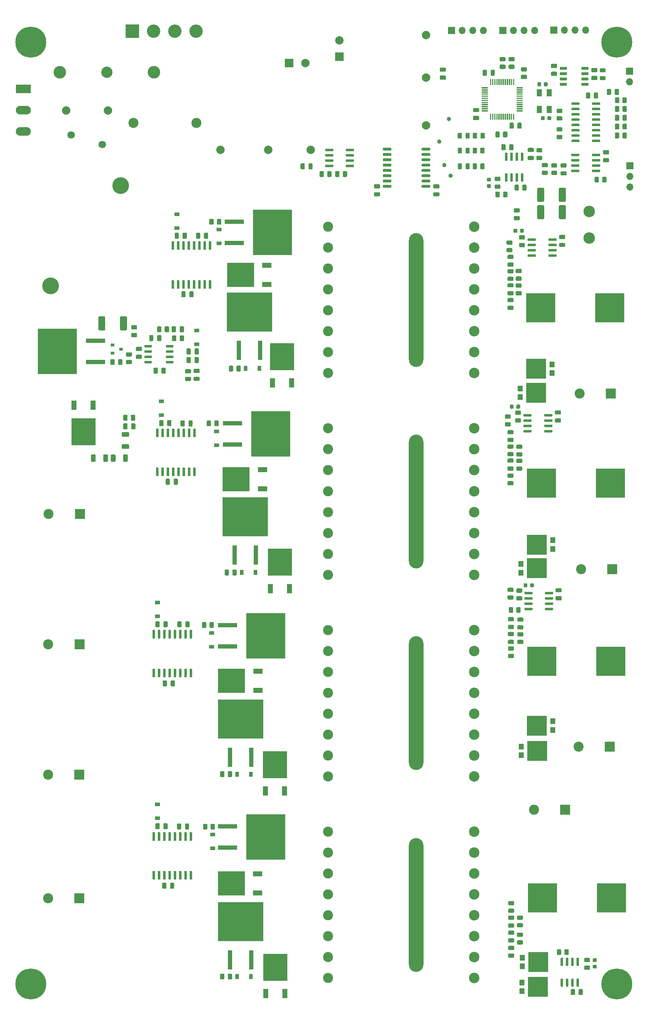
<source format=gts>
%TF.GenerationSoftware,KiCad,Pcbnew,(5.1.2)-2*%
%TF.CreationDate,2020-11-17T15:03:31-05:00*%
%TF.ProjectId,multiphase_converter,6d756c74-6970-4686-9173-655f636f6e76,rev?*%
%TF.SameCoordinates,Original*%
%TF.FileFunction,Soldermask,Top*%
%TF.FilePolarity,Negative*%
%FSLAX46Y46*%
G04 Gerber Fmt 4.6, Leading zero omitted, Abs format (unit mm)*
G04 Created by KiCad (PCBNEW (5.1.2)-2) date 2020-11-17 15:03:31*
%MOMM*%
%LPD*%
G04 APERTURE LIST*
%ADD10C,0.500000*%
%ADD11C,0.100000*%
%ADD12C,0.600000*%
%ADD13C,0.975000*%
%ADD14C,1.025000*%
%ADD15O,1.700000X1.700000*%
%ADD16R,1.700000X1.700000*%
%ADD17C,1.000000*%
%ADD18C,0.900000*%
%ADD19R,10.800000X9.400000*%
%ADD20R,1.100000X4.600000*%
%ADD21R,5.800000X6.400000*%
%ADD22R,1.200000X2.200000*%
%ADD23R,6.400000X5.800000*%
%ADD24R,2.200000X1.200000*%
%ADD25R,0.900000X1.200000*%
%ADD26R,1.200000X0.900000*%
%ADD27O,3.500000X32.000000*%
%ADD28C,2.500000*%
%ADD29C,2.400000*%
%ADD30C,2.750000*%
%ADD31C,7.400000*%
%ADD32R,1.200000X1.800000*%
%ADD33C,0.300000*%
%ADD34C,1.800000*%
%ADD35C,1.640000*%
%ADD36C,1.125000*%
%ADD37R,9.400000X10.800000*%
%ADD38R,4.600000X1.100000*%
%ADD39R,0.900000X0.800000*%
%ADD40C,2.000000*%
%ADD41R,2.000000X2.000000*%
%ADD42R,7.000000X7.000000*%
%ADD43C,4.000000*%
%ADD44O,3.600000X2.080000*%
%ADD45C,2.080000*%
%ADD46C,2.700000*%
%ADD47C,3.000000*%
%ADD48R,1.270000X1.400000*%
%ADD49R,4.720000X4.800000*%
%ADD50R,3.200000X3.200000*%
%ADD51C,3.200000*%
%ADD52R,2.400000X2.400000*%
G04 APERTURE END LIST*
D10*
X145150000Y-43300000D02*
G75*
G03X145150000Y-43300000I-250000J0D01*
G01*
X142850000Y-48700000D02*
G75*
G03X142850000Y-48700000I-250000J0D01*
G01*
X144050000Y-54315000D02*
G75*
G03X144050000Y-54315000I-250000J0D01*
G01*
X145550000Y-56850000D02*
G75*
G03X145550000Y-56850000I-250000J0D01*
G01*
D11*
%TO.C,U2*%
G36*
X173039703Y-34705722D02*
G01*
X173054264Y-34707882D01*
X173068543Y-34711459D01*
X173082403Y-34716418D01*
X173095710Y-34722712D01*
X173108336Y-34730280D01*
X173120159Y-34739048D01*
X173131066Y-34748934D01*
X173140952Y-34759841D01*
X173149720Y-34771664D01*
X173157288Y-34784290D01*
X173163582Y-34797597D01*
X173168541Y-34811457D01*
X173172118Y-34825736D01*
X173174278Y-34840297D01*
X173175000Y-34855000D01*
X173175000Y-35155000D01*
X173174278Y-35169703D01*
X173172118Y-35184264D01*
X173168541Y-35198543D01*
X173163582Y-35212403D01*
X173157288Y-35225710D01*
X173149720Y-35238336D01*
X173140952Y-35250159D01*
X173131066Y-35261066D01*
X173120159Y-35270952D01*
X173108336Y-35279720D01*
X173095710Y-35287288D01*
X173082403Y-35293582D01*
X173068543Y-35298541D01*
X173054264Y-35302118D01*
X173039703Y-35304278D01*
X173025000Y-35305000D01*
X171575000Y-35305000D01*
X171560297Y-35304278D01*
X171545736Y-35302118D01*
X171531457Y-35298541D01*
X171517597Y-35293582D01*
X171504290Y-35287288D01*
X171491664Y-35279720D01*
X171479841Y-35270952D01*
X171468934Y-35261066D01*
X171459048Y-35250159D01*
X171450280Y-35238336D01*
X171442712Y-35225710D01*
X171436418Y-35212403D01*
X171431459Y-35198543D01*
X171427882Y-35184264D01*
X171425722Y-35169703D01*
X171425000Y-35155000D01*
X171425000Y-34855000D01*
X171425722Y-34840297D01*
X171427882Y-34825736D01*
X171431459Y-34811457D01*
X171436418Y-34797597D01*
X171442712Y-34784290D01*
X171450280Y-34771664D01*
X171459048Y-34759841D01*
X171468934Y-34748934D01*
X171479841Y-34739048D01*
X171491664Y-34730280D01*
X171504290Y-34722712D01*
X171517597Y-34716418D01*
X171531457Y-34711459D01*
X171545736Y-34707882D01*
X171560297Y-34705722D01*
X171575000Y-34705000D01*
X173025000Y-34705000D01*
X173039703Y-34705722D01*
X173039703Y-34705722D01*
G37*
D12*
X172300000Y-35005000D03*
D11*
G36*
X173039703Y-33435722D02*
G01*
X173054264Y-33437882D01*
X173068543Y-33441459D01*
X173082403Y-33446418D01*
X173095710Y-33452712D01*
X173108336Y-33460280D01*
X173120159Y-33469048D01*
X173131066Y-33478934D01*
X173140952Y-33489841D01*
X173149720Y-33501664D01*
X173157288Y-33514290D01*
X173163582Y-33527597D01*
X173168541Y-33541457D01*
X173172118Y-33555736D01*
X173174278Y-33570297D01*
X173175000Y-33585000D01*
X173175000Y-33885000D01*
X173174278Y-33899703D01*
X173172118Y-33914264D01*
X173168541Y-33928543D01*
X173163582Y-33942403D01*
X173157288Y-33955710D01*
X173149720Y-33968336D01*
X173140952Y-33980159D01*
X173131066Y-33991066D01*
X173120159Y-34000952D01*
X173108336Y-34009720D01*
X173095710Y-34017288D01*
X173082403Y-34023582D01*
X173068543Y-34028541D01*
X173054264Y-34032118D01*
X173039703Y-34034278D01*
X173025000Y-34035000D01*
X171575000Y-34035000D01*
X171560297Y-34034278D01*
X171545736Y-34032118D01*
X171531457Y-34028541D01*
X171517597Y-34023582D01*
X171504290Y-34017288D01*
X171491664Y-34009720D01*
X171479841Y-34000952D01*
X171468934Y-33991066D01*
X171459048Y-33980159D01*
X171450280Y-33968336D01*
X171442712Y-33955710D01*
X171436418Y-33942403D01*
X171431459Y-33928543D01*
X171427882Y-33914264D01*
X171425722Y-33899703D01*
X171425000Y-33885000D01*
X171425000Y-33585000D01*
X171425722Y-33570297D01*
X171427882Y-33555736D01*
X171431459Y-33541457D01*
X171436418Y-33527597D01*
X171442712Y-33514290D01*
X171450280Y-33501664D01*
X171459048Y-33489841D01*
X171468934Y-33478934D01*
X171479841Y-33469048D01*
X171491664Y-33460280D01*
X171504290Y-33452712D01*
X171517597Y-33446418D01*
X171531457Y-33441459D01*
X171545736Y-33437882D01*
X171560297Y-33435722D01*
X171575000Y-33435000D01*
X173025000Y-33435000D01*
X173039703Y-33435722D01*
X173039703Y-33435722D01*
G37*
D12*
X172300000Y-33735000D03*
D11*
G36*
X173039703Y-32165722D02*
G01*
X173054264Y-32167882D01*
X173068543Y-32171459D01*
X173082403Y-32176418D01*
X173095710Y-32182712D01*
X173108336Y-32190280D01*
X173120159Y-32199048D01*
X173131066Y-32208934D01*
X173140952Y-32219841D01*
X173149720Y-32231664D01*
X173157288Y-32244290D01*
X173163582Y-32257597D01*
X173168541Y-32271457D01*
X173172118Y-32285736D01*
X173174278Y-32300297D01*
X173175000Y-32315000D01*
X173175000Y-32615000D01*
X173174278Y-32629703D01*
X173172118Y-32644264D01*
X173168541Y-32658543D01*
X173163582Y-32672403D01*
X173157288Y-32685710D01*
X173149720Y-32698336D01*
X173140952Y-32710159D01*
X173131066Y-32721066D01*
X173120159Y-32730952D01*
X173108336Y-32739720D01*
X173095710Y-32747288D01*
X173082403Y-32753582D01*
X173068543Y-32758541D01*
X173054264Y-32762118D01*
X173039703Y-32764278D01*
X173025000Y-32765000D01*
X171575000Y-32765000D01*
X171560297Y-32764278D01*
X171545736Y-32762118D01*
X171531457Y-32758541D01*
X171517597Y-32753582D01*
X171504290Y-32747288D01*
X171491664Y-32739720D01*
X171479841Y-32730952D01*
X171468934Y-32721066D01*
X171459048Y-32710159D01*
X171450280Y-32698336D01*
X171442712Y-32685710D01*
X171436418Y-32672403D01*
X171431459Y-32658543D01*
X171427882Y-32644264D01*
X171425722Y-32629703D01*
X171425000Y-32615000D01*
X171425000Y-32315000D01*
X171425722Y-32300297D01*
X171427882Y-32285736D01*
X171431459Y-32271457D01*
X171436418Y-32257597D01*
X171442712Y-32244290D01*
X171450280Y-32231664D01*
X171459048Y-32219841D01*
X171468934Y-32208934D01*
X171479841Y-32199048D01*
X171491664Y-32190280D01*
X171504290Y-32182712D01*
X171517597Y-32176418D01*
X171531457Y-32171459D01*
X171545736Y-32167882D01*
X171560297Y-32165722D01*
X171575000Y-32165000D01*
X173025000Y-32165000D01*
X173039703Y-32165722D01*
X173039703Y-32165722D01*
G37*
D12*
X172300000Y-32465000D03*
D11*
G36*
X173039703Y-30895722D02*
G01*
X173054264Y-30897882D01*
X173068543Y-30901459D01*
X173082403Y-30906418D01*
X173095710Y-30912712D01*
X173108336Y-30920280D01*
X173120159Y-30929048D01*
X173131066Y-30938934D01*
X173140952Y-30949841D01*
X173149720Y-30961664D01*
X173157288Y-30974290D01*
X173163582Y-30987597D01*
X173168541Y-31001457D01*
X173172118Y-31015736D01*
X173174278Y-31030297D01*
X173175000Y-31045000D01*
X173175000Y-31345000D01*
X173174278Y-31359703D01*
X173172118Y-31374264D01*
X173168541Y-31388543D01*
X173163582Y-31402403D01*
X173157288Y-31415710D01*
X173149720Y-31428336D01*
X173140952Y-31440159D01*
X173131066Y-31451066D01*
X173120159Y-31460952D01*
X173108336Y-31469720D01*
X173095710Y-31477288D01*
X173082403Y-31483582D01*
X173068543Y-31488541D01*
X173054264Y-31492118D01*
X173039703Y-31494278D01*
X173025000Y-31495000D01*
X171575000Y-31495000D01*
X171560297Y-31494278D01*
X171545736Y-31492118D01*
X171531457Y-31488541D01*
X171517597Y-31483582D01*
X171504290Y-31477288D01*
X171491664Y-31469720D01*
X171479841Y-31460952D01*
X171468934Y-31451066D01*
X171459048Y-31440159D01*
X171450280Y-31428336D01*
X171442712Y-31415710D01*
X171436418Y-31402403D01*
X171431459Y-31388543D01*
X171427882Y-31374264D01*
X171425722Y-31359703D01*
X171425000Y-31345000D01*
X171425000Y-31045000D01*
X171425722Y-31030297D01*
X171427882Y-31015736D01*
X171431459Y-31001457D01*
X171436418Y-30987597D01*
X171442712Y-30974290D01*
X171450280Y-30961664D01*
X171459048Y-30949841D01*
X171468934Y-30938934D01*
X171479841Y-30929048D01*
X171491664Y-30920280D01*
X171504290Y-30912712D01*
X171517597Y-30906418D01*
X171531457Y-30901459D01*
X171545736Y-30897882D01*
X171560297Y-30895722D01*
X171575000Y-30895000D01*
X173025000Y-30895000D01*
X173039703Y-30895722D01*
X173039703Y-30895722D01*
G37*
D12*
X172300000Y-31195000D03*
D11*
G36*
X178189703Y-30895722D02*
G01*
X178204264Y-30897882D01*
X178218543Y-30901459D01*
X178232403Y-30906418D01*
X178245710Y-30912712D01*
X178258336Y-30920280D01*
X178270159Y-30929048D01*
X178281066Y-30938934D01*
X178290952Y-30949841D01*
X178299720Y-30961664D01*
X178307288Y-30974290D01*
X178313582Y-30987597D01*
X178318541Y-31001457D01*
X178322118Y-31015736D01*
X178324278Y-31030297D01*
X178325000Y-31045000D01*
X178325000Y-31345000D01*
X178324278Y-31359703D01*
X178322118Y-31374264D01*
X178318541Y-31388543D01*
X178313582Y-31402403D01*
X178307288Y-31415710D01*
X178299720Y-31428336D01*
X178290952Y-31440159D01*
X178281066Y-31451066D01*
X178270159Y-31460952D01*
X178258336Y-31469720D01*
X178245710Y-31477288D01*
X178232403Y-31483582D01*
X178218543Y-31488541D01*
X178204264Y-31492118D01*
X178189703Y-31494278D01*
X178175000Y-31495000D01*
X176725000Y-31495000D01*
X176710297Y-31494278D01*
X176695736Y-31492118D01*
X176681457Y-31488541D01*
X176667597Y-31483582D01*
X176654290Y-31477288D01*
X176641664Y-31469720D01*
X176629841Y-31460952D01*
X176618934Y-31451066D01*
X176609048Y-31440159D01*
X176600280Y-31428336D01*
X176592712Y-31415710D01*
X176586418Y-31402403D01*
X176581459Y-31388543D01*
X176577882Y-31374264D01*
X176575722Y-31359703D01*
X176575000Y-31345000D01*
X176575000Y-31045000D01*
X176575722Y-31030297D01*
X176577882Y-31015736D01*
X176581459Y-31001457D01*
X176586418Y-30987597D01*
X176592712Y-30974290D01*
X176600280Y-30961664D01*
X176609048Y-30949841D01*
X176618934Y-30938934D01*
X176629841Y-30929048D01*
X176641664Y-30920280D01*
X176654290Y-30912712D01*
X176667597Y-30906418D01*
X176681457Y-30901459D01*
X176695736Y-30897882D01*
X176710297Y-30895722D01*
X176725000Y-30895000D01*
X178175000Y-30895000D01*
X178189703Y-30895722D01*
X178189703Y-30895722D01*
G37*
D12*
X177450000Y-31195000D03*
D11*
G36*
X178189703Y-32165722D02*
G01*
X178204264Y-32167882D01*
X178218543Y-32171459D01*
X178232403Y-32176418D01*
X178245710Y-32182712D01*
X178258336Y-32190280D01*
X178270159Y-32199048D01*
X178281066Y-32208934D01*
X178290952Y-32219841D01*
X178299720Y-32231664D01*
X178307288Y-32244290D01*
X178313582Y-32257597D01*
X178318541Y-32271457D01*
X178322118Y-32285736D01*
X178324278Y-32300297D01*
X178325000Y-32315000D01*
X178325000Y-32615000D01*
X178324278Y-32629703D01*
X178322118Y-32644264D01*
X178318541Y-32658543D01*
X178313582Y-32672403D01*
X178307288Y-32685710D01*
X178299720Y-32698336D01*
X178290952Y-32710159D01*
X178281066Y-32721066D01*
X178270159Y-32730952D01*
X178258336Y-32739720D01*
X178245710Y-32747288D01*
X178232403Y-32753582D01*
X178218543Y-32758541D01*
X178204264Y-32762118D01*
X178189703Y-32764278D01*
X178175000Y-32765000D01*
X176725000Y-32765000D01*
X176710297Y-32764278D01*
X176695736Y-32762118D01*
X176681457Y-32758541D01*
X176667597Y-32753582D01*
X176654290Y-32747288D01*
X176641664Y-32739720D01*
X176629841Y-32730952D01*
X176618934Y-32721066D01*
X176609048Y-32710159D01*
X176600280Y-32698336D01*
X176592712Y-32685710D01*
X176586418Y-32672403D01*
X176581459Y-32658543D01*
X176577882Y-32644264D01*
X176575722Y-32629703D01*
X176575000Y-32615000D01*
X176575000Y-32315000D01*
X176575722Y-32300297D01*
X176577882Y-32285736D01*
X176581459Y-32271457D01*
X176586418Y-32257597D01*
X176592712Y-32244290D01*
X176600280Y-32231664D01*
X176609048Y-32219841D01*
X176618934Y-32208934D01*
X176629841Y-32199048D01*
X176641664Y-32190280D01*
X176654290Y-32182712D01*
X176667597Y-32176418D01*
X176681457Y-32171459D01*
X176695736Y-32167882D01*
X176710297Y-32165722D01*
X176725000Y-32165000D01*
X178175000Y-32165000D01*
X178189703Y-32165722D01*
X178189703Y-32165722D01*
G37*
D12*
X177450000Y-32465000D03*
D11*
G36*
X178189703Y-33435722D02*
G01*
X178204264Y-33437882D01*
X178218543Y-33441459D01*
X178232403Y-33446418D01*
X178245710Y-33452712D01*
X178258336Y-33460280D01*
X178270159Y-33469048D01*
X178281066Y-33478934D01*
X178290952Y-33489841D01*
X178299720Y-33501664D01*
X178307288Y-33514290D01*
X178313582Y-33527597D01*
X178318541Y-33541457D01*
X178322118Y-33555736D01*
X178324278Y-33570297D01*
X178325000Y-33585000D01*
X178325000Y-33885000D01*
X178324278Y-33899703D01*
X178322118Y-33914264D01*
X178318541Y-33928543D01*
X178313582Y-33942403D01*
X178307288Y-33955710D01*
X178299720Y-33968336D01*
X178290952Y-33980159D01*
X178281066Y-33991066D01*
X178270159Y-34000952D01*
X178258336Y-34009720D01*
X178245710Y-34017288D01*
X178232403Y-34023582D01*
X178218543Y-34028541D01*
X178204264Y-34032118D01*
X178189703Y-34034278D01*
X178175000Y-34035000D01*
X176725000Y-34035000D01*
X176710297Y-34034278D01*
X176695736Y-34032118D01*
X176681457Y-34028541D01*
X176667597Y-34023582D01*
X176654290Y-34017288D01*
X176641664Y-34009720D01*
X176629841Y-34000952D01*
X176618934Y-33991066D01*
X176609048Y-33980159D01*
X176600280Y-33968336D01*
X176592712Y-33955710D01*
X176586418Y-33942403D01*
X176581459Y-33928543D01*
X176577882Y-33914264D01*
X176575722Y-33899703D01*
X176575000Y-33885000D01*
X176575000Y-33585000D01*
X176575722Y-33570297D01*
X176577882Y-33555736D01*
X176581459Y-33541457D01*
X176586418Y-33527597D01*
X176592712Y-33514290D01*
X176600280Y-33501664D01*
X176609048Y-33489841D01*
X176618934Y-33478934D01*
X176629841Y-33469048D01*
X176641664Y-33460280D01*
X176654290Y-33452712D01*
X176667597Y-33446418D01*
X176681457Y-33441459D01*
X176695736Y-33437882D01*
X176710297Y-33435722D01*
X176725000Y-33435000D01*
X178175000Y-33435000D01*
X178189703Y-33435722D01*
X178189703Y-33435722D01*
G37*
D12*
X177450000Y-33735000D03*
D11*
G36*
X178189703Y-34705722D02*
G01*
X178204264Y-34707882D01*
X178218543Y-34711459D01*
X178232403Y-34716418D01*
X178245710Y-34722712D01*
X178258336Y-34730280D01*
X178270159Y-34739048D01*
X178281066Y-34748934D01*
X178290952Y-34759841D01*
X178299720Y-34771664D01*
X178307288Y-34784290D01*
X178313582Y-34797597D01*
X178318541Y-34811457D01*
X178322118Y-34825736D01*
X178324278Y-34840297D01*
X178325000Y-34855000D01*
X178325000Y-35155000D01*
X178324278Y-35169703D01*
X178322118Y-35184264D01*
X178318541Y-35198543D01*
X178313582Y-35212403D01*
X178307288Y-35225710D01*
X178299720Y-35238336D01*
X178290952Y-35250159D01*
X178281066Y-35261066D01*
X178270159Y-35270952D01*
X178258336Y-35279720D01*
X178245710Y-35287288D01*
X178232403Y-35293582D01*
X178218543Y-35298541D01*
X178204264Y-35302118D01*
X178189703Y-35304278D01*
X178175000Y-35305000D01*
X176725000Y-35305000D01*
X176710297Y-35304278D01*
X176695736Y-35302118D01*
X176681457Y-35298541D01*
X176667597Y-35293582D01*
X176654290Y-35287288D01*
X176641664Y-35279720D01*
X176629841Y-35270952D01*
X176618934Y-35261066D01*
X176609048Y-35250159D01*
X176600280Y-35238336D01*
X176592712Y-35225710D01*
X176586418Y-35212403D01*
X176581459Y-35198543D01*
X176577882Y-35184264D01*
X176575722Y-35169703D01*
X176575000Y-35155000D01*
X176575000Y-34855000D01*
X176575722Y-34840297D01*
X176577882Y-34825736D01*
X176581459Y-34811457D01*
X176586418Y-34797597D01*
X176592712Y-34784290D01*
X176600280Y-34771664D01*
X176609048Y-34759841D01*
X176618934Y-34748934D01*
X176629841Y-34739048D01*
X176641664Y-34730280D01*
X176654290Y-34722712D01*
X176667597Y-34716418D01*
X176681457Y-34711459D01*
X176695736Y-34707882D01*
X176710297Y-34705722D01*
X176725000Y-34705000D01*
X178175000Y-34705000D01*
X178189703Y-34705722D01*
X178189703Y-34705722D01*
G37*
D12*
X177450000Y-35005000D03*
%TD*%
D11*
%TO.C,C61*%
G36*
X182180142Y-33051174D02*
G01*
X182203803Y-33054684D01*
X182227007Y-33060496D01*
X182249529Y-33068554D01*
X182271153Y-33078782D01*
X182291670Y-33091079D01*
X182310883Y-33105329D01*
X182328607Y-33121393D01*
X182344671Y-33139117D01*
X182358921Y-33158330D01*
X182371218Y-33178847D01*
X182381446Y-33200471D01*
X182389504Y-33222993D01*
X182395316Y-33246197D01*
X182398826Y-33269858D01*
X182400000Y-33293750D01*
X182400000Y-33781250D01*
X182398826Y-33805142D01*
X182395316Y-33828803D01*
X182389504Y-33852007D01*
X182381446Y-33874529D01*
X182371218Y-33896153D01*
X182358921Y-33916670D01*
X182344671Y-33935883D01*
X182328607Y-33953607D01*
X182310883Y-33969671D01*
X182291670Y-33983921D01*
X182271153Y-33996218D01*
X182249529Y-34006446D01*
X182227007Y-34014504D01*
X182203803Y-34020316D01*
X182180142Y-34023826D01*
X182156250Y-34025000D01*
X181243750Y-34025000D01*
X181219858Y-34023826D01*
X181196197Y-34020316D01*
X181172993Y-34014504D01*
X181150471Y-34006446D01*
X181128847Y-33996218D01*
X181108330Y-33983921D01*
X181089117Y-33969671D01*
X181071393Y-33953607D01*
X181055329Y-33935883D01*
X181041079Y-33916670D01*
X181028782Y-33896153D01*
X181018554Y-33874529D01*
X181010496Y-33852007D01*
X181004684Y-33828803D01*
X181001174Y-33805142D01*
X181000000Y-33781250D01*
X181000000Y-33293750D01*
X181001174Y-33269858D01*
X181004684Y-33246197D01*
X181010496Y-33222993D01*
X181018554Y-33200471D01*
X181028782Y-33178847D01*
X181041079Y-33158330D01*
X181055329Y-33139117D01*
X181071393Y-33121393D01*
X181089117Y-33105329D01*
X181108330Y-33091079D01*
X181128847Y-33078782D01*
X181150471Y-33068554D01*
X181172993Y-33060496D01*
X181196197Y-33054684D01*
X181219858Y-33051174D01*
X181243750Y-33050000D01*
X182156250Y-33050000D01*
X182180142Y-33051174D01*
X182180142Y-33051174D01*
G37*
D13*
X181700000Y-33537500D03*
D11*
G36*
X182180142Y-31176174D02*
G01*
X182203803Y-31179684D01*
X182227007Y-31185496D01*
X182249529Y-31193554D01*
X182271153Y-31203782D01*
X182291670Y-31216079D01*
X182310883Y-31230329D01*
X182328607Y-31246393D01*
X182344671Y-31264117D01*
X182358921Y-31283330D01*
X182371218Y-31303847D01*
X182381446Y-31325471D01*
X182389504Y-31347993D01*
X182395316Y-31371197D01*
X182398826Y-31394858D01*
X182400000Y-31418750D01*
X182400000Y-31906250D01*
X182398826Y-31930142D01*
X182395316Y-31953803D01*
X182389504Y-31977007D01*
X182381446Y-31999529D01*
X182371218Y-32021153D01*
X182358921Y-32041670D01*
X182344671Y-32060883D01*
X182328607Y-32078607D01*
X182310883Y-32094671D01*
X182291670Y-32108921D01*
X182271153Y-32121218D01*
X182249529Y-32131446D01*
X182227007Y-32139504D01*
X182203803Y-32145316D01*
X182180142Y-32148826D01*
X182156250Y-32150000D01*
X181243750Y-32150000D01*
X181219858Y-32148826D01*
X181196197Y-32145316D01*
X181172993Y-32139504D01*
X181150471Y-32131446D01*
X181128847Y-32121218D01*
X181108330Y-32108921D01*
X181089117Y-32094671D01*
X181071393Y-32078607D01*
X181055329Y-32060883D01*
X181041079Y-32041670D01*
X181028782Y-32021153D01*
X181018554Y-31999529D01*
X181010496Y-31977007D01*
X181004684Y-31953803D01*
X181001174Y-31930142D01*
X181000000Y-31906250D01*
X181000000Y-31418750D01*
X181001174Y-31394858D01*
X181004684Y-31371197D01*
X181010496Y-31347993D01*
X181018554Y-31325471D01*
X181028782Y-31303847D01*
X181041079Y-31283330D01*
X181055329Y-31264117D01*
X181071393Y-31246393D01*
X181089117Y-31230329D01*
X181108330Y-31216079D01*
X181128847Y-31203782D01*
X181150471Y-31193554D01*
X181172993Y-31185496D01*
X181196197Y-31179684D01*
X181219858Y-31176174D01*
X181243750Y-31175000D01*
X182156250Y-31175000D01*
X182180142Y-31176174D01*
X182180142Y-31176174D01*
G37*
D13*
X181700000Y-31662500D03*
%TD*%
D11*
%TO.C,R73*%
G36*
X171824505Y-42651204D02*
G01*
X171848773Y-42654804D01*
X171872572Y-42660765D01*
X171895671Y-42669030D01*
X171917850Y-42679520D01*
X171938893Y-42692132D01*
X171958599Y-42706747D01*
X171976777Y-42723223D01*
X171993253Y-42741401D01*
X172007868Y-42761107D01*
X172020480Y-42782150D01*
X172030970Y-42804329D01*
X172039235Y-42827428D01*
X172045196Y-42851227D01*
X172048796Y-42875495D01*
X172050000Y-42899999D01*
X172050000Y-43425001D01*
X172048796Y-43449505D01*
X172045196Y-43473773D01*
X172039235Y-43497572D01*
X172030970Y-43520671D01*
X172020480Y-43542850D01*
X172007868Y-43563893D01*
X171993253Y-43583599D01*
X171976777Y-43601777D01*
X171958599Y-43618253D01*
X171938893Y-43632868D01*
X171917850Y-43645480D01*
X171895671Y-43655970D01*
X171872572Y-43664235D01*
X171848773Y-43670196D01*
X171824505Y-43673796D01*
X171800001Y-43675000D01*
X170899999Y-43675000D01*
X170875495Y-43673796D01*
X170851227Y-43670196D01*
X170827428Y-43664235D01*
X170804329Y-43655970D01*
X170782150Y-43645480D01*
X170761107Y-43632868D01*
X170741401Y-43618253D01*
X170723223Y-43601777D01*
X170706747Y-43583599D01*
X170692132Y-43563893D01*
X170679520Y-43542850D01*
X170669030Y-43520671D01*
X170660765Y-43497572D01*
X170654804Y-43473773D01*
X170651204Y-43449505D01*
X170650000Y-43425001D01*
X170650000Y-42899999D01*
X170651204Y-42875495D01*
X170654804Y-42851227D01*
X170660765Y-42827428D01*
X170669030Y-42804329D01*
X170679520Y-42782150D01*
X170692132Y-42761107D01*
X170706747Y-42741401D01*
X170723223Y-42723223D01*
X170741401Y-42706747D01*
X170761107Y-42692132D01*
X170782150Y-42679520D01*
X170804329Y-42669030D01*
X170827428Y-42660765D01*
X170851227Y-42654804D01*
X170875495Y-42651204D01*
X170899999Y-42650000D01*
X171800001Y-42650000D01*
X171824505Y-42651204D01*
X171824505Y-42651204D01*
G37*
D14*
X171350000Y-43162500D03*
D11*
G36*
X171824505Y-40826204D02*
G01*
X171848773Y-40829804D01*
X171872572Y-40835765D01*
X171895671Y-40844030D01*
X171917850Y-40854520D01*
X171938893Y-40867132D01*
X171958599Y-40881747D01*
X171976777Y-40898223D01*
X171993253Y-40916401D01*
X172007868Y-40936107D01*
X172020480Y-40957150D01*
X172030970Y-40979329D01*
X172039235Y-41002428D01*
X172045196Y-41026227D01*
X172048796Y-41050495D01*
X172050000Y-41074999D01*
X172050000Y-41600001D01*
X172048796Y-41624505D01*
X172045196Y-41648773D01*
X172039235Y-41672572D01*
X172030970Y-41695671D01*
X172020480Y-41717850D01*
X172007868Y-41738893D01*
X171993253Y-41758599D01*
X171976777Y-41776777D01*
X171958599Y-41793253D01*
X171938893Y-41807868D01*
X171917850Y-41820480D01*
X171895671Y-41830970D01*
X171872572Y-41839235D01*
X171848773Y-41845196D01*
X171824505Y-41848796D01*
X171800001Y-41850000D01*
X170899999Y-41850000D01*
X170875495Y-41848796D01*
X170851227Y-41845196D01*
X170827428Y-41839235D01*
X170804329Y-41830970D01*
X170782150Y-41820480D01*
X170761107Y-41807868D01*
X170741401Y-41793253D01*
X170723223Y-41776777D01*
X170706747Y-41758599D01*
X170692132Y-41738893D01*
X170679520Y-41717850D01*
X170669030Y-41695671D01*
X170660765Y-41672572D01*
X170654804Y-41648773D01*
X170651204Y-41624505D01*
X170650000Y-41600001D01*
X170650000Y-41074999D01*
X170651204Y-41050495D01*
X170654804Y-41026227D01*
X170660765Y-41002428D01*
X170669030Y-40979329D01*
X170679520Y-40957150D01*
X170692132Y-40936107D01*
X170706747Y-40916401D01*
X170723223Y-40898223D01*
X170741401Y-40881747D01*
X170761107Y-40867132D01*
X170782150Y-40854520D01*
X170804329Y-40844030D01*
X170827428Y-40835765D01*
X170851227Y-40829804D01*
X170875495Y-40826204D01*
X170899999Y-40825000D01*
X171800001Y-40825000D01*
X171824505Y-40826204D01*
X171824505Y-40826204D01*
G37*
D14*
X171350000Y-41337500D03*
%TD*%
D11*
%TO.C,R72*%
G36*
X182399505Y-57101204D02*
G01*
X182423773Y-57104804D01*
X182447572Y-57110765D01*
X182470671Y-57119030D01*
X182492850Y-57129520D01*
X182513893Y-57142132D01*
X182533599Y-57156747D01*
X182551777Y-57173223D01*
X182568253Y-57191401D01*
X182582868Y-57211107D01*
X182595480Y-57232150D01*
X182605970Y-57254329D01*
X182614235Y-57277428D01*
X182620196Y-57301227D01*
X182623796Y-57325495D01*
X182625000Y-57349999D01*
X182625000Y-58250001D01*
X182623796Y-58274505D01*
X182620196Y-58298773D01*
X182614235Y-58322572D01*
X182605970Y-58345671D01*
X182595480Y-58367850D01*
X182582868Y-58388893D01*
X182568253Y-58408599D01*
X182551777Y-58426777D01*
X182533599Y-58443253D01*
X182513893Y-58457868D01*
X182492850Y-58470480D01*
X182470671Y-58480970D01*
X182447572Y-58489235D01*
X182423773Y-58495196D01*
X182399505Y-58498796D01*
X182375001Y-58500000D01*
X181849999Y-58500000D01*
X181825495Y-58498796D01*
X181801227Y-58495196D01*
X181777428Y-58489235D01*
X181754329Y-58480970D01*
X181732150Y-58470480D01*
X181711107Y-58457868D01*
X181691401Y-58443253D01*
X181673223Y-58426777D01*
X181656747Y-58408599D01*
X181642132Y-58388893D01*
X181629520Y-58367850D01*
X181619030Y-58345671D01*
X181610765Y-58322572D01*
X181604804Y-58298773D01*
X181601204Y-58274505D01*
X181600000Y-58250001D01*
X181600000Y-57349999D01*
X181601204Y-57325495D01*
X181604804Y-57301227D01*
X181610765Y-57277428D01*
X181619030Y-57254329D01*
X181629520Y-57232150D01*
X181642132Y-57211107D01*
X181656747Y-57191401D01*
X181673223Y-57173223D01*
X181691401Y-57156747D01*
X181711107Y-57142132D01*
X181732150Y-57129520D01*
X181754329Y-57119030D01*
X181777428Y-57110765D01*
X181801227Y-57104804D01*
X181825495Y-57101204D01*
X181849999Y-57100000D01*
X182375001Y-57100000D01*
X182399505Y-57101204D01*
X182399505Y-57101204D01*
G37*
D14*
X182112500Y-57800000D03*
D11*
G36*
X180574505Y-57101204D02*
G01*
X180598773Y-57104804D01*
X180622572Y-57110765D01*
X180645671Y-57119030D01*
X180667850Y-57129520D01*
X180688893Y-57142132D01*
X180708599Y-57156747D01*
X180726777Y-57173223D01*
X180743253Y-57191401D01*
X180757868Y-57211107D01*
X180770480Y-57232150D01*
X180780970Y-57254329D01*
X180789235Y-57277428D01*
X180795196Y-57301227D01*
X180798796Y-57325495D01*
X180800000Y-57349999D01*
X180800000Y-58250001D01*
X180798796Y-58274505D01*
X180795196Y-58298773D01*
X180789235Y-58322572D01*
X180780970Y-58345671D01*
X180770480Y-58367850D01*
X180757868Y-58388893D01*
X180743253Y-58408599D01*
X180726777Y-58426777D01*
X180708599Y-58443253D01*
X180688893Y-58457868D01*
X180667850Y-58470480D01*
X180645671Y-58480970D01*
X180622572Y-58489235D01*
X180598773Y-58495196D01*
X180574505Y-58498796D01*
X180550001Y-58500000D01*
X180024999Y-58500000D01*
X180000495Y-58498796D01*
X179976227Y-58495196D01*
X179952428Y-58489235D01*
X179929329Y-58480970D01*
X179907150Y-58470480D01*
X179886107Y-58457868D01*
X179866401Y-58443253D01*
X179848223Y-58426777D01*
X179831747Y-58408599D01*
X179817132Y-58388893D01*
X179804520Y-58367850D01*
X179794030Y-58345671D01*
X179785765Y-58322572D01*
X179779804Y-58298773D01*
X179776204Y-58274505D01*
X179775000Y-58250001D01*
X179775000Y-57349999D01*
X179776204Y-57325495D01*
X179779804Y-57301227D01*
X179785765Y-57277428D01*
X179794030Y-57254329D01*
X179804520Y-57232150D01*
X179817132Y-57211107D01*
X179831747Y-57191401D01*
X179848223Y-57173223D01*
X179866401Y-57156747D01*
X179886107Y-57142132D01*
X179907150Y-57129520D01*
X179929329Y-57119030D01*
X179952428Y-57110765D01*
X179976227Y-57104804D01*
X180000495Y-57101204D01*
X180024999Y-57100000D01*
X180550001Y-57100000D01*
X180574505Y-57101204D01*
X180574505Y-57101204D01*
G37*
D14*
X180287500Y-57800000D03*
%TD*%
D11*
%TO.C,R71*%
G36*
X171824505Y-47101204D02*
G01*
X171848773Y-47104804D01*
X171872572Y-47110765D01*
X171895671Y-47119030D01*
X171917850Y-47129520D01*
X171938893Y-47142132D01*
X171958599Y-47156747D01*
X171976777Y-47173223D01*
X171993253Y-47191401D01*
X172007868Y-47211107D01*
X172020480Y-47232150D01*
X172030970Y-47254329D01*
X172039235Y-47277428D01*
X172045196Y-47301227D01*
X172048796Y-47325495D01*
X172050000Y-47349999D01*
X172050000Y-47875001D01*
X172048796Y-47899505D01*
X172045196Y-47923773D01*
X172039235Y-47947572D01*
X172030970Y-47970671D01*
X172020480Y-47992850D01*
X172007868Y-48013893D01*
X171993253Y-48033599D01*
X171976777Y-48051777D01*
X171958599Y-48068253D01*
X171938893Y-48082868D01*
X171917850Y-48095480D01*
X171895671Y-48105970D01*
X171872572Y-48114235D01*
X171848773Y-48120196D01*
X171824505Y-48123796D01*
X171800001Y-48125000D01*
X170899999Y-48125000D01*
X170875495Y-48123796D01*
X170851227Y-48120196D01*
X170827428Y-48114235D01*
X170804329Y-48105970D01*
X170782150Y-48095480D01*
X170761107Y-48082868D01*
X170741401Y-48068253D01*
X170723223Y-48051777D01*
X170706747Y-48033599D01*
X170692132Y-48013893D01*
X170679520Y-47992850D01*
X170669030Y-47970671D01*
X170660765Y-47947572D01*
X170654804Y-47923773D01*
X170651204Y-47899505D01*
X170650000Y-47875001D01*
X170650000Y-47349999D01*
X170651204Y-47325495D01*
X170654804Y-47301227D01*
X170660765Y-47277428D01*
X170669030Y-47254329D01*
X170679520Y-47232150D01*
X170692132Y-47211107D01*
X170706747Y-47191401D01*
X170723223Y-47173223D01*
X170741401Y-47156747D01*
X170761107Y-47142132D01*
X170782150Y-47129520D01*
X170804329Y-47119030D01*
X170827428Y-47110765D01*
X170851227Y-47104804D01*
X170875495Y-47101204D01*
X170899999Y-47100000D01*
X171800001Y-47100000D01*
X171824505Y-47101204D01*
X171824505Y-47101204D01*
G37*
D14*
X171350000Y-47612500D03*
D11*
G36*
X171824505Y-45276204D02*
G01*
X171848773Y-45279804D01*
X171872572Y-45285765D01*
X171895671Y-45294030D01*
X171917850Y-45304520D01*
X171938893Y-45317132D01*
X171958599Y-45331747D01*
X171976777Y-45348223D01*
X171993253Y-45366401D01*
X172007868Y-45386107D01*
X172020480Y-45407150D01*
X172030970Y-45429329D01*
X172039235Y-45452428D01*
X172045196Y-45476227D01*
X172048796Y-45500495D01*
X172050000Y-45524999D01*
X172050000Y-46050001D01*
X172048796Y-46074505D01*
X172045196Y-46098773D01*
X172039235Y-46122572D01*
X172030970Y-46145671D01*
X172020480Y-46167850D01*
X172007868Y-46188893D01*
X171993253Y-46208599D01*
X171976777Y-46226777D01*
X171958599Y-46243253D01*
X171938893Y-46257868D01*
X171917850Y-46270480D01*
X171895671Y-46280970D01*
X171872572Y-46289235D01*
X171848773Y-46295196D01*
X171824505Y-46298796D01*
X171800001Y-46300000D01*
X170899999Y-46300000D01*
X170875495Y-46298796D01*
X170851227Y-46295196D01*
X170827428Y-46289235D01*
X170804329Y-46280970D01*
X170782150Y-46270480D01*
X170761107Y-46257868D01*
X170741401Y-46243253D01*
X170723223Y-46226777D01*
X170706747Y-46208599D01*
X170692132Y-46188893D01*
X170679520Y-46167850D01*
X170669030Y-46145671D01*
X170660765Y-46122572D01*
X170654804Y-46098773D01*
X170651204Y-46074505D01*
X170650000Y-46050001D01*
X170650000Y-45524999D01*
X170651204Y-45500495D01*
X170654804Y-45476227D01*
X170660765Y-45452428D01*
X170669030Y-45429329D01*
X170679520Y-45407150D01*
X170692132Y-45386107D01*
X170706747Y-45366401D01*
X170723223Y-45348223D01*
X170741401Y-45331747D01*
X170761107Y-45317132D01*
X170782150Y-45304520D01*
X170804329Y-45294030D01*
X170827428Y-45285765D01*
X170851227Y-45279804D01*
X170875495Y-45276204D01*
X170899999Y-45275000D01*
X171800001Y-45275000D01*
X171824505Y-45276204D01*
X171824505Y-45276204D01*
G37*
D14*
X171350000Y-45787500D03*
%TD*%
D11*
%TO.C,R70*%
G36*
X167024505Y-52101204D02*
G01*
X167048773Y-52104804D01*
X167072572Y-52110765D01*
X167095671Y-52119030D01*
X167117850Y-52129520D01*
X167138893Y-52142132D01*
X167158599Y-52156747D01*
X167176777Y-52173223D01*
X167193253Y-52191401D01*
X167207868Y-52211107D01*
X167220480Y-52232150D01*
X167230970Y-52254329D01*
X167239235Y-52277428D01*
X167245196Y-52301227D01*
X167248796Y-52325495D01*
X167250000Y-52349999D01*
X167250000Y-52875001D01*
X167248796Y-52899505D01*
X167245196Y-52923773D01*
X167239235Y-52947572D01*
X167230970Y-52970671D01*
X167220480Y-52992850D01*
X167207868Y-53013893D01*
X167193253Y-53033599D01*
X167176777Y-53051777D01*
X167158599Y-53068253D01*
X167138893Y-53082868D01*
X167117850Y-53095480D01*
X167095671Y-53105970D01*
X167072572Y-53114235D01*
X167048773Y-53120196D01*
X167024505Y-53123796D01*
X167000001Y-53125000D01*
X166099999Y-53125000D01*
X166075495Y-53123796D01*
X166051227Y-53120196D01*
X166027428Y-53114235D01*
X166004329Y-53105970D01*
X165982150Y-53095480D01*
X165961107Y-53082868D01*
X165941401Y-53068253D01*
X165923223Y-53051777D01*
X165906747Y-53033599D01*
X165892132Y-53013893D01*
X165879520Y-52992850D01*
X165869030Y-52970671D01*
X165860765Y-52947572D01*
X165854804Y-52923773D01*
X165851204Y-52899505D01*
X165850000Y-52875001D01*
X165850000Y-52349999D01*
X165851204Y-52325495D01*
X165854804Y-52301227D01*
X165860765Y-52277428D01*
X165869030Y-52254329D01*
X165879520Y-52232150D01*
X165892132Y-52211107D01*
X165906747Y-52191401D01*
X165923223Y-52173223D01*
X165941401Y-52156747D01*
X165961107Y-52142132D01*
X165982150Y-52129520D01*
X166004329Y-52119030D01*
X166027428Y-52110765D01*
X166051227Y-52104804D01*
X166075495Y-52101204D01*
X166099999Y-52100000D01*
X167000001Y-52100000D01*
X167024505Y-52101204D01*
X167024505Y-52101204D01*
G37*
D14*
X166550000Y-52612500D03*
D11*
G36*
X167024505Y-50276204D02*
G01*
X167048773Y-50279804D01*
X167072572Y-50285765D01*
X167095671Y-50294030D01*
X167117850Y-50304520D01*
X167138893Y-50317132D01*
X167158599Y-50331747D01*
X167176777Y-50348223D01*
X167193253Y-50366401D01*
X167207868Y-50386107D01*
X167220480Y-50407150D01*
X167230970Y-50429329D01*
X167239235Y-50452428D01*
X167245196Y-50476227D01*
X167248796Y-50500495D01*
X167250000Y-50524999D01*
X167250000Y-51050001D01*
X167248796Y-51074505D01*
X167245196Y-51098773D01*
X167239235Y-51122572D01*
X167230970Y-51145671D01*
X167220480Y-51167850D01*
X167207868Y-51188893D01*
X167193253Y-51208599D01*
X167176777Y-51226777D01*
X167158599Y-51243253D01*
X167138893Y-51257868D01*
X167117850Y-51270480D01*
X167095671Y-51280970D01*
X167072572Y-51289235D01*
X167048773Y-51295196D01*
X167024505Y-51298796D01*
X167000001Y-51300000D01*
X166099999Y-51300000D01*
X166075495Y-51298796D01*
X166051227Y-51295196D01*
X166027428Y-51289235D01*
X166004329Y-51280970D01*
X165982150Y-51270480D01*
X165961107Y-51257868D01*
X165941401Y-51243253D01*
X165923223Y-51226777D01*
X165906747Y-51208599D01*
X165892132Y-51188893D01*
X165879520Y-51167850D01*
X165869030Y-51145671D01*
X165860765Y-51122572D01*
X165854804Y-51098773D01*
X165851204Y-51074505D01*
X165850000Y-51050001D01*
X165850000Y-50524999D01*
X165851204Y-50500495D01*
X165854804Y-50476227D01*
X165860765Y-50452428D01*
X165869030Y-50429329D01*
X165879520Y-50407150D01*
X165892132Y-50386107D01*
X165906747Y-50366401D01*
X165923223Y-50348223D01*
X165941401Y-50331747D01*
X165961107Y-50317132D01*
X165982150Y-50304520D01*
X166004329Y-50294030D01*
X166027428Y-50285765D01*
X166051227Y-50279804D01*
X166075495Y-50276204D01*
X166099999Y-50275000D01*
X167000001Y-50275000D01*
X167024505Y-50276204D01*
X167024505Y-50276204D01*
G37*
D14*
X166550000Y-50787500D03*
%TD*%
D15*
%TO.C,J7*%
X188250000Y-59580000D03*
X188250000Y-57040000D03*
D16*
X188250000Y-54500000D03*
%TD*%
D15*
%TO.C,J6*%
X188100000Y-34400000D03*
D16*
X188100000Y-31860000D03*
%TD*%
D11*
%TO.C,C60*%
G36*
X164999504Y-50201204D02*
G01*
X165023773Y-50204804D01*
X165047571Y-50210765D01*
X165070671Y-50219030D01*
X165092849Y-50229520D01*
X165113893Y-50242133D01*
X165133598Y-50256747D01*
X165151777Y-50273223D01*
X165168253Y-50291402D01*
X165182867Y-50311107D01*
X165195480Y-50332151D01*
X165205970Y-50354329D01*
X165214235Y-50377429D01*
X165220196Y-50401227D01*
X165223796Y-50425496D01*
X165225000Y-50450000D01*
X165225000Y-50950000D01*
X165223796Y-50974504D01*
X165220196Y-50998773D01*
X165214235Y-51022571D01*
X165205970Y-51045671D01*
X165195480Y-51067849D01*
X165182867Y-51088893D01*
X165168253Y-51108598D01*
X165151777Y-51126777D01*
X165133598Y-51143253D01*
X165113893Y-51157867D01*
X165092849Y-51170480D01*
X165070671Y-51180970D01*
X165047571Y-51189235D01*
X165023773Y-51195196D01*
X164999504Y-51198796D01*
X164975000Y-51200000D01*
X164025000Y-51200000D01*
X164000496Y-51198796D01*
X163976227Y-51195196D01*
X163952429Y-51189235D01*
X163929329Y-51180970D01*
X163907151Y-51170480D01*
X163886107Y-51157867D01*
X163866402Y-51143253D01*
X163848223Y-51126777D01*
X163831747Y-51108598D01*
X163817133Y-51088893D01*
X163804520Y-51067849D01*
X163794030Y-51045671D01*
X163785765Y-51022571D01*
X163779804Y-50998773D01*
X163776204Y-50974504D01*
X163775000Y-50950000D01*
X163775000Y-50450000D01*
X163776204Y-50425496D01*
X163779804Y-50401227D01*
X163785765Y-50377429D01*
X163794030Y-50354329D01*
X163804520Y-50332151D01*
X163817133Y-50311107D01*
X163831747Y-50291402D01*
X163848223Y-50273223D01*
X163866402Y-50256747D01*
X163886107Y-50242133D01*
X163907151Y-50229520D01*
X163929329Y-50219030D01*
X163952429Y-50210765D01*
X163976227Y-50204804D01*
X164000496Y-50201204D01*
X164025000Y-50200000D01*
X164975000Y-50200000D01*
X164999504Y-50201204D01*
X164999504Y-50201204D01*
G37*
D17*
X164500000Y-50700000D03*
D11*
G36*
X164999504Y-52101204D02*
G01*
X165023773Y-52104804D01*
X165047571Y-52110765D01*
X165070671Y-52119030D01*
X165092849Y-52129520D01*
X165113893Y-52142133D01*
X165133598Y-52156747D01*
X165151777Y-52173223D01*
X165168253Y-52191402D01*
X165182867Y-52211107D01*
X165195480Y-52232151D01*
X165205970Y-52254329D01*
X165214235Y-52277429D01*
X165220196Y-52301227D01*
X165223796Y-52325496D01*
X165225000Y-52350000D01*
X165225000Y-52850000D01*
X165223796Y-52874504D01*
X165220196Y-52898773D01*
X165214235Y-52922571D01*
X165205970Y-52945671D01*
X165195480Y-52967849D01*
X165182867Y-52988893D01*
X165168253Y-53008598D01*
X165151777Y-53026777D01*
X165133598Y-53043253D01*
X165113893Y-53057867D01*
X165092849Y-53070480D01*
X165070671Y-53080970D01*
X165047571Y-53089235D01*
X165023773Y-53095196D01*
X164999504Y-53098796D01*
X164975000Y-53100000D01*
X164025000Y-53100000D01*
X164000496Y-53098796D01*
X163976227Y-53095196D01*
X163952429Y-53089235D01*
X163929329Y-53080970D01*
X163907151Y-53070480D01*
X163886107Y-53057867D01*
X163866402Y-53043253D01*
X163848223Y-53026777D01*
X163831747Y-53008598D01*
X163817133Y-52988893D01*
X163804520Y-52967849D01*
X163794030Y-52945671D01*
X163785765Y-52922571D01*
X163779804Y-52898773D01*
X163776204Y-52874504D01*
X163775000Y-52850000D01*
X163775000Y-52350000D01*
X163776204Y-52325496D01*
X163779804Y-52301227D01*
X163785765Y-52277429D01*
X163794030Y-52254329D01*
X163804520Y-52232151D01*
X163817133Y-52211107D01*
X163831747Y-52191402D01*
X163848223Y-52173223D01*
X163866402Y-52156747D01*
X163886107Y-52142133D01*
X163907151Y-52129520D01*
X163929329Y-52119030D01*
X163952429Y-52110765D01*
X163976227Y-52104804D01*
X164000496Y-52101204D01*
X164025000Y-52100000D01*
X164975000Y-52100000D01*
X164999504Y-52101204D01*
X164999504Y-52101204D01*
G37*
D17*
X164500000Y-52600000D03*
%TD*%
D11*
%TO.C,R34*%
G36*
X160374505Y-28476204D02*
G01*
X160398773Y-28479804D01*
X160422572Y-28485765D01*
X160445671Y-28494030D01*
X160467850Y-28504520D01*
X160488893Y-28517132D01*
X160508599Y-28531747D01*
X160526777Y-28548223D01*
X160543253Y-28566401D01*
X160557868Y-28586107D01*
X160570480Y-28607150D01*
X160580970Y-28629329D01*
X160589235Y-28652428D01*
X160595196Y-28676227D01*
X160598796Y-28700495D01*
X160600000Y-28724999D01*
X160600000Y-29250001D01*
X160598796Y-29274505D01*
X160595196Y-29298773D01*
X160589235Y-29322572D01*
X160580970Y-29345671D01*
X160570480Y-29367850D01*
X160557868Y-29388893D01*
X160543253Y-29408599D01*
X160526777Y-29426777D01*
X160508599Y-29443253D01*
X160488893Y-29457868D01*
X160467850Y-29470480D01*
X160445671Y-29480970D01*
X160422572Y-29489235D01*
X160398773Y-29495196D01*
X160374505Y-29498796D01*
X160350001Y-29500000D01*
X159449999Y-29500000D01*
X159425495Y-29498796D01*
X159401227Y-29495196D01*
X159377428Y-29489235D01*
X159354329Y-29480970D01*
X159332150Y-29470480D01*
X159311107Y-29457868D01*
X159291401Y-29443253D01*
X159273223Y-29426777D01*
X159256747Y-29408599D01*
X159242132Y-29388893D01*
X159229520Y-29367850D01*
X159219030Y-29345671D01*
X159210765Y-29322572D01*
X159204804Y-29298773D01*
X159201204Y-29274505D01*
X159200000Y-29250001D01*
X159200000Y-28724999D01*
X159201204Y-28700495D01*
X159204804Y-28676227D01*
X159210765Y-28652428D01*
X159219030Y-28629329D01*
X159229520Y-28607150D01*
X159242132Y-28586107D01*
X159256747Y-28566401D01*
X159273223Y-28548223D01*
X159291401Y-28531747D01*
X159311107Y-28517132D01*
X159332150Y-28504520D01*
X159354329Y-28494030D01*
X159377428Y-28485765D01*
X159401227Y-28479804D01*
X159425495Y-28476204D01*
X159449999Y-28475000D01*
X160350001Y-28475000D01*
X160374505Y-28476204D01*
X160374505Y-28476204D01*
G37*
D14*
X159900000Y-28987500D03*
D11*
G36*
X160374505Y-30301204D02*
G01*
X160398773Y-30304804D01*
X160422572Y-30310765D01*
X160445671Y-30319030D01*
X160467850Y-30329520D01*
X160488893Y-30342132D01*
X160508599Y-30356747D01*
X160526777Y-30373223D01*
X160543253Y-30391401D01*
X160557868Y-30411107D01*
X160570480Y-30432150D01*
X160580970Y-30454329D01*
X160589235Y-30477428D01*
X160595196Y-30501227D01*
X160598796Y-30525495D01*
X160600000Y-30549999D01*
X160600000Y-31075001D01*
X160598796Y-31099505D01*
X160595196Y-31123773D01*
X160589235Y-31147572D01*
X160580970Y-31170671D01*
X160570480Y-31192850D01*
X160557868Y-31213893D01*
X160543253Y-31233599D01*
X160526777Y-31251777D01*
X160508599Y-31268253D01*
X160488893Y-31282868D01*
X160467850Y-31295480D01*
X160445671Y-31305970D01*
X160422572Y-31314235D01*
X160398773Y-31320196D01*
X160374505Y-31323796D01*
X160350001Y-31325000D01*
X159449999Y-31325000D01*
X159425495Y-31323796D01*
X159401227Y-31320196D01*
X159377428Y-31314235D01*
X159354329Y-31305970D01*
X159332150Y-31295480D01*
X159311107Y-31282868D01*
X159291401Y-31268253D01*
X159273223Y-31251777D01*
X159256747Y-31233599D01*
X159242132Y-31213893D01*
X159229520Y-31192850D01*
X159219030Y-31170671D01*
X159210765Y-31147572D01*
X159204804Y-31123773D01*
X159201204Y-31099505D01*
X159200000Y-31075001D01*
X159200000Y-30549999D01*
X159201204Y-30525495D01*
X159204804Y-30501227D01*
X159210765Y-30477428D01*
X159219030Y-30454329D01*
X159229520Y-30432150D01*
X159242132Y-30411107D01*
X159256747Y-30391401D01*
X159273223Y-30373223D01*
X159291401Y-30356747D01*
X159311107Y-30342132D01*
X159332150Y-30329520D01*
X159354329Y-30319030D01*
X159377428Y-30310765D01*
X159401227Y-30304804D01*
X159425495Y-30301204D01*
X159449999Y-30300000D01*
X160350001Y-30300000D01*
X160374505Y-30301204D01*
X160374505Y-30301204D01*
G37*
D14*
X159900000Y-30812500D03*
%TD*%
D11*
%TO.C,R33*%
G36*
X158224505Y-28476204D02*
G01*
X158248773Y-28479804D01*
X158272572Y-28485765D01*
X158295671Y-28494030D01*
X158317850Y-28504520D01*
X158338893Y-28517132D01*
X158358599Y-28531747D01*
X158376777Y-28548223D01*
X158393253Y-28566401D01*
X158407868Y-28586107D01*
X158420480Y-28607150D01*
X158430970Y-28629329D01*
X158439235Y-28652428D01*
X158445196Y-28676227D01*
X158448796Y-28700495D01*
X158450000Y-28724999D01*
X158450000Y-29250001D01*
X158448796Y-29274505D01*
X158445196Y-29298773D01*
X158439235Y-29322572D01*
X158430970Y-29345671D01*
X158420480Y-29367850D01*
X158407868Y-29388893D01*
X158393253Y-29408599D01*
X158376777Y-29426777D01*
X158358599Y-29443253D01*
X158338893Y-29457868D01*
X158317850Y-29470480D01*
X158295671Y-29480970D01*
X158272572Y-29489235D01*
X158248773Y-29495196D01*
X158224505Y-29498796D01*
X158200001Y-29500000D01*
X157299999Y-29500000D01*
X157275495Y-29498796D01*
X157251227Y-29495196D01*
X157227428Y-29489235D01*
X157204329Y-29480970D01*
X157182150Y-29470480D01*
X157161107Y-29457868D01*
X157141401Y-29443253D01*
X157123223Y-29426777D01*
X157106747Y-29408599D01*
X157092132Y-29388893D01*
X157079520Y-29367850D01*
X157069030Y-29345671D01*
X157060765Y-29322572D01*
X157054804Y-29298773D01*
X157051204Y-29274505D01*
X157050000Y-29250001D01*
X157050000Y-28724999D01*
X157051204Y-28700495D01*
X157054804Y-28676227D01*
X157060765Y-28652428D01*
X157069030Y-28629329D01*
X157079520Y-28607150D01*
X157092132Y-28586107D01*
X157106747Y-28566401D01*
X157123223Y-28548223D01*
X157141401Y-28531747D01*
X157161107Y-28517132D01*
X157182150Y-28504520D01*
X157204329Y-28494030D01*
X157227428Y-28485765D01*
X157251227Y-28479804D01*
X157275495Y-28476204D01*
X157299999Y-28475000D01*
X158200001Y-28475000D01*
X158224505Y-28476204D01*
X158224505Y-28476204D01*
G37*
D14*
X157750000Y-28987500D03*
D11*
G36*
X158224505Y-30301204D02*
G01*
X158248773Y-30304804D01*
X158272572Y-30310765D01*
X158295671Y-30319030D01*
X158317850Y-30329520D01*
X158338893Y-30342132D01*
X158358599Y-30356747D01*
X158376777Y-30373223D01*
X158393253Y-30391401D01*
X158407868Y-30411107D01*
X158420480Y-30432150D01*
X158430970Y-30454329D01*
X158439235Y-30477428D01*
X158445196Y-30501227D01*
X158448796Y-30525495D01*
X158450000Y-30549999D01*
X158450000Y-31075001D01*
X158448796Y-31099505D01*
X158445196Y-31123773D01*
X158439235Y-31147572D01*
X158430970Y-31170671D01*
X158420480Y-31192850D01*
X158407868Y-31213893D01*
X158393253Y-31233599D01*
X158376777Y-31251777D01*
X158358599Y-31268253D01*
X158338893Y-31282868D01*
X158317850Y-31295480D01*
X158295671Y-31305970D01*
X158272572Y-31314235D01*
X158248773Y-31320196D01*
X158224505Y-31323796D01*
X158200001Y-31325000D01*
X157299999Y-31325000D01*
X157275495Y-31323796D01*
X157251227Y-31320196D01*
X157227428Y-31314235D01*
X157204329Y-31305970D01*
X157182150Y-31295480D01*
X157161107Y-31282868D01*
X157141401Y-31268253D01*
X157123223Y-31251777D01*
X157106747Y-31233599D01*
X157092132Y-31213893D01*
X157079520Y-31192850D01*
X157069030Y-31170671D01*
X157060765Y-31147572D01*
X157054804Y-31123773D01*
X157051204Y-31099505D01*
X157050000Y-31075001D01*
X157050000Y-30549999D01*
X157051204Y-30525495D01*
X157054804Y-30501227D01*
X157060765Y-30477428D01*
X157069030Y-30454329D01*
X157079520Y-30432150D01*
X157092132Y-30411107D01*
X157106747Y-30391401D01*
X157123223Y-30373223D01*
X157141401Y-30356747D01*
X157161107Y-30342132D01*
X157182150Y-30329520D01*
X157204329Y-30319030D01*
X157227428Y-30310765D01*
X157251227Y-30304804D01*
X157275495Y-30301204D01*
X157299999Y-30300000D01*
X158200001Y-30300000D01*
X158224505Y-30301204D01*
X158224505Y-30301204D01*
G37*
D14*
X157750000Y-30812500D03*
%TD*%
D11*
%TO.C,R37*%
G36*
X151424505Y-46601204D02*
G01*
X151448773Y-46604804D01*
X151472572Y-46610765D01*
X151495671Y-46619030D01*
X151517850Y-46629520D01*
X151538893Y-46642132D01*
X151558599Y-46656747D01*
X151576777Y-46673223D01*
X151593253Y-46691401D01*
X151607868Y-46711107D01*
X151620480Y-46732150D01*
X151630970Y-46754329D01*
X151639235Y-46777428D01*
X151645196Y-46801227D01*
X151648796Y-46825495D01*
X151650000Y-46849999D01*
X151650000Y-47750001D01*
X151648796Y-47774505D01*
X151645196Y-47798773D01*
X151639235Y-47822572D01*
X151630970Y-47845671D01*
X151620480Y-47867850D01*
X151607868Y-47888893D01*
X151593253Y-47908599D01*
X151576777Y-47926777D01*
X151558599Y-47943253D01*
X151538893Y-47957868D01*
X151517850Y-47970480D01*
X151495671Y-47980970D01*
X151472572Y-47989235D01*
X151448773Y-47995196D01*
X151424505Y-47998796D01*
X151400001Y-48000000D01*
X150874999Y-48000000D01*
X150850495Y-47998796D01*
X150826227Y-47995196D01*
X150802428Y-47989235D01*
X150779329Y-47980970D01*
X150757150Y-47970480D01*
X150736107Y-47957868D01*
X150716401Y-47943253D01*
X150698223Y-47926777D01*
X150681747Y-47908599D01*
X150667132Y-47888893D01*
X150654520Y-47867850D01*
X150644030Y-47845671D01*
X150635765Y-47822572D01*
X150629804Y-47798773D01*
X150626204Y-47774505D01*
X150625000Y-47750001D01*
X150625000Y-46849999D01*
X150626204Y-46825495D01*
X150629804Y-46801227D01*
X150635765Y-46777428D01*
X150644030Y-46754329D01*
X150654520Y-46732150D01*
X150667132Y-46711107D01*
X150681747Y-46691401D01*
X150698223Y-46673223D01*
X150716401Y-46656747D01*
X150736107Y-46642132D01*
X150757150Y-46629520D01*
X150779329Y-46619030D01*
X150802428Y-46610765D01*
X150826227Y-46604804D01*
X150850495Y-46601204D01*
X150874999Y-46600000D01*
X151400001Y-46600000D01*
X151424505Y-46601204D01*
X151424505Y-46601204D01*
G37*
D14*
X151137500Y-47300000D03*
D11*
G36*
X153249505Y-46601204D02*
G01*
X153273773Y-46604804D01*
X153297572Y-46610765D01*
X153320671Y-46619030D01*
X153342850Y-46629520D01*
X153363893Y-46642132D01*
X153383599Y-46656747D01*
X153401777Y-46673223D01*
X153418253Y-46691401D01*
X153432868Y-46711107D01*
X153445480Y-46732150D01*
X153455970Y-46754329D01*
X153464235Y-46777428D01*
X153470196Y-46801227D01*
X153473796Y-46825495D01*
X153475000Y-46849999D01*
X153475000Y-47750001D01*
X153473796Y-47774505D01*
X153470196Y-47798773D01*
X153464235Y-47822572D01*
X153455970Y-47845671D01*
X153445480Y-47867850D01*
X153432868Y-47888893D01*
X153418253Y-47908599D01*
X153401777Y-47926777D01*
X153383599Y-47943253D01*
X153363893Y-47957868D01*
X153342850Y-47970480D01*
X153320671Y-47980970D01*
X153297572Y-47989235D01*
X153273773Y-47995196D01*
X153249505Y-47998796D01*
X153225001Y-48000000D01*
X152699999Y-48000000D01*
X152675495Y-47998796D01*
X152651227Y-47995196D01*
X152627428Y-47989235D01*
X152604329Y-47980970D01*
X152582150Y-47970480D01*
X152561107Y-47957868D01*
X152541401Y-47943253D01*
X152523223Y-47926777D01*
X152506747Y-47908599D01*
X152492132Y-47888893D01*
X152479520Y-47867850D01*
X152469030Y-47845671D01*
X152460765Y-47822572D01*
X152454804Y-47798773D01*
X152451204Y-47774505D01*
X152450000Y-47750001D01*
X152450000Y-46849999D01*
X152451204Y-46825495D01*
X152454804Y-46801227D01*
X152460765Y-46777428D01*
X152469030Y-46754329D01*
X152479520Y-46732150D01*
X152492132Y-46711107D01*
X152506747Y-46691401D01*
X152523223Y-46673223D01*
X152541401Y-46656747D01*
X152561107Y-46642132D01*
X152582150Y-46629520D01*
X152604329Y-46619030D01*
X152627428Y-46610765D01*
X152651227Y-46604804D01*
X152675495Y-46601204D01*
X152699999Y-46600000D01*
X153225001Y-46600000D01*
X153249505Y-46601204D01*
X153249505Y-46601204D01*
G37*
D14*
X152962500Y-47300000D03*
%TD*%
D11*
%TO.C,R36*%
G36*
X151374505Y-50151204D02*
G01*
X151398773Y-50154804D01*
X151422572Y-50160765D01*
X151445671Y-50169030D01*
X151467850Y-50179520D01*
X151488893Y-50192132D01*
X151508599Y-50206747D01*
X151526777Y-50223223D01*
X151543253Y-50241401D01*
X151557868Y-50261107D01*
X151570480Y-50282150D01*
X151580970Y-50304329D01*
X151589235Y-50327428D01*
X151595196Y-50351227D01*
X151598796Y-50375495D01*
X151600000Y-50399999D01*
X151600000Y-51300001D01*
X151598796Y-51324505D01*
X151595196Y-51348773D01*
X151589235Y-51372572D01*
X151580970Y-51395671D01*
X151570480Y-51417850D01*
X151557868Y-51438893D01*
X151543253Y-51458599D01*
X151526777Y-51476777D01*
X151508599Y-51493253D01*
X151488893Y-51507868D01*
X151467850Y-51520480D01*
X151445671Y-51530970D01*
X151422572Y-51539235D01*
X151398773Y-51545196D01*
X151374505Y-51548796D01*
X151350001Y-51550000D01*
X150824999Y-51550000D01*
X150800495Y-51548796D01*
X150776227Y-51545196D01*
X150752428Y-51539235D01*
X150729329Y-51530970D01*
X150707150Y-51520480D01*
X150686107Y-51507868D01*
X150666401Y-51493253D01*
X150648223Y-51476777D01*
X150631747Y-51458599D01*
X150617132Y-51438893D01*
X150604520Y-51417850D01*
X150594030Y-51395671D01*
X150585765Y-51372572D01*
X150579804Y-51348773D01*
X150576204Y-51324505D01*
X150575000Y-51300001D01*
X150575000Y-50399999D01*
X150576204Y-50375495D01*
X150579804Y-50351227D01*
X150585765Y-50327428D01*
X150594030Y-50304329D01*
X150604520Y-50282150D01*
X150617132Y-50261107D01*
X150631747Y-50241401D01*
X150648223Y-50223223D01*
X150666401Y-50206747D01*
X150686107Y-50192132D01*
X150707150Y-50179520D01*
X150729329Y-50169030D01*
X150752428Y-50160765D01*
X150776227Y-50154804D01*
X150800495Y-50151204D01*
X150824999Y-50150000D01*
X151350001Y-50150000D01*
X151374505Y-50151204D01*
X151374505Y-50151204D01*
G37*
D14*
X151087500Y-50850000D03*
D11*
G36*
X153199505Y-50151204D02*
G01*
X153223773Y-50154804D01*
X153247572Y-50160765D01*
X153270671Y-50169030D01*
X153292850Y-50179520D01*
X153313893Y-50192132D01*
X153333599Y-50206747D01*
X153351777Y-50223223D01*
X153368253Y-50241401D01*
X153382868Y-50261107D01*
X153395480Y-50282150D01*
X153405970Y-50304329D01*
X153414235Y-50327428D01*
X153420196Y-50351227D01*
X153423796Y-50375495D01*
X153425000Y-50399999D01*
X153425000Y-51300001D01*
X153423796Y-51324505D01*
X153420196Y-51348773D01*
X153414235Y-51372572D01*
X153405970Y-51395671D01*
X153395480Y-51417850D01*
X153382868Y-51438893D01*
X153368253Y-51458599D01*
X153351777Y-51476777D01*
X153333599Y-51493253D01*
X153313893Y-51507868D01*
X153292850Y-51520480D01*
X153270671Y-51530970D01*
X153247572Y-51539235D01*
X153223773Y-51545196D01*
X153199505Y-51548796D01*
X153175001Y-51550000D01*
X152649999Y-51550000D01*
X152625495Y-51548796D01*
X152601227Y-51545196D01*
X152577428Y-51539235D01*
X152554329Y-51530970D01*
X152532150Y-51520480D01*
X152511107Y-51507868D01*
X152491401Y-51493253D01*
X152473223Y-51476777D01*
X152456747Y-51458599D01*
X152442132Y-51438893D01*
X152429520Y-51417850D01*
X152419030Y-51395671D01*
X152410765Y-51372572D01*
X152404804Y-51348773D01*
X152401204Y-51324505D01*
X152400000Y-51300001D01*
X152400000Y-50399999D01*
X152401204Y-50375495D01*
X152404804Y-50351227D01*
X152410765Y-50327428D01*
X152419030Y-50304329D01*
X152429520Y-50282150D01*
X152442132Y-50261107D01*
X152456747Y-50241401D01*
X152473223Y-50223223D01*
X152491401Y-50206747D01*
X152511107Y-50192132D01*
X152532150Y-50179520D01*
X152554329Y-50169030D01*
X152577428Y-50160765D01*
X152601227Y-50154804D01*
X152625495Y-50151204D01*
X152649999Y-50150000D01*
X153175001Y-50150000D01*
X153199505Y-50151204D01*
X153199505Y-50151204D01*
G37*
D14*
X152912500Y-50850000D03*
%TD*%
D11*
%TO.C,R35*%
G36*
X151374505Y-53901204D02*
G01*
X151398773Y-53904804D01*
X151422572Y-53910765D01*
X151445671Y-53919030D01*
X151467850Y-53929520D01*
X151488893Y-53942132D01*
X151508599Y-53956747D01*
X151526777Y-53973223D01*
X151543253Y-53991401D01*
X151557868Y-54011107D01*
X151570480Y-54032150D01*
X151580970Y-54054329D01*
X151589235Y-54077428D01*
X151595196Y-54101227D01*
X151598796Y-54125495D01*
X151600000Y-54149999D01*
X151600000Y-55050001D01*
X151598796Y-55074505D01*
X151595196Y-55098773D01*
X151589235Y-55122572D01*
X151580970Y-55145671D01*
X151570480Y-55167850D01*
X151557868Y-55188893D01*
X151543253Y-55208599D01*
X151526777Y-55226777D01*
X151508599Y-55243253D01*
X151488893Y-55257868D01*
X151467850Y-55270480D01*
X151445671Y-55280970D01*
X151422572Y-55289235D01*
X151398773Y-55295196D01*
X151374505Y-55298796D01*
X151350001Y-55300000D01*
X150824999Y-55300000D01*
X150800495Y-55298796D01*
X150776227Y-55295196D01*
X150752428Y-55289235D01*
X150729329Y-55280970D01*
X150707150Y-55270480D01*
X150686107Y-55257868D01*
X150666401Y-55243253D01*
X150648223Y-55226777D01*
X150631747Y-55208599D01*
X150617132Y-55188893D01*
X150604520Y-55167850D01*
X150594030Y-55145671D01*
X150585765Y-55122572D01*
X150579804Y-55098773D01*
X150576204Y-55074505D01*
X150575000Y-55050001D01*
X150575000Y-54149999D01*
X150576204Y-54125495D01*
X150579804Y-54101227D01*
X150585765Y-54077428D01*
X150594030Y-54054329D01*
X150604520Y-54032150D01*
X150617132Y-54011107D01*
X150631747Y-53991401D01*
X150648223Y-53973223D01*
X150666401Y-53956747D01*
X150686107Y-53942132D01*
X150707150Y-53929520D01*
X150729329Y-53919030D01*
X150752428Y-53910765D01*
X150776227Y-53904804D01*
X150800495Y-53901204D01*
X150824999Y-53900000D01*
X151350001Y-53900000D01*
X151374505Y-53901204D01*
X151374505Y-53901204D01*
G37*
D14*
X151087500Y-54600000D03*
D11*
G36*
X153199505Y-53901204D02*
G01*
X153223773Y-53904804D01*
X153247572Y-53910765D01*
X153270671Y-53919030D01*
X153292850Y-53929520D01*
X153313893Y-53942132D01*
X153333599Y-53956747D01*
X153351777Y-53973223D01*
X153368253Y-53991401D01*
X153382868Y-54011107D01*
X153395480Y-54032150D01*
X153405970Y-54054329D01*
X153414235Y-54077428D01*
X153420196Y-54101227D01*
X153423796Y-54125495D01*
X153425000Y-54149999D01*
X153425000Y-55050001D01*
X153423796Y-55074505D01*
X153420196Y-55098773D01*
X153414235Y-55122572D01*
X153405970Y-55145671D01*
X153395480Y-55167850D01*
X153382868Y-55188893D01*
X153368253Y-55208599D01*
X153351777Y-55226777D01*
X153333599Y-55243253D01*
X153313893Y-55257868D01*
X153292850Y-55270480D01*
X153270671Y-55280970D01*
X153247572Y-55289235D01*
X153223773Y-55295196D01*
X153199505Y-55298796D01*
X153175001Y-55300000D01*
X152649999Y-55300000D01*
X152625495Y-55298796D01*
X152601227Y-55295196D01*
X152577428Y-55289235D01*
X152554329Y-55280970D01*
X152532150Y-55270480D01*
X152511107Y-55257868D01*
X152491401Y-55243253D01*
X152473223Y-55226777D01*
X152456747Y-55208599D01*
X152442132Y-55188893D01*
X152429520Y-55167850D01*
X152419030Y-55145671D01*
X152410765Y-55122572D01*
X152404804Y-55098773D01*
X152401204Y-55074505D01*
X152400000Y-55050001D01*
X152400000Y-54149999D01*
X152401204Y-54125495D01*
X152404804Y-54101227D01*
X152410765Y-54077428D01*
X152419030Y-54054329D01*
X152429520Y-54032150D01*
X152442132Y-54011107D01*
X152456747Y-53991401D01*
X152473223Y-53973223D01*
X152491401Y-53956747D01*
X152511107Y-53942132D01*
X152532150Y-53929520D01*
X152554329Y-53919030D01*
X152577428Y-53910765D01*
X152601227Y-53904804D01*
X152625495Y-53901204D01*
X152649999Y-53900000D01*
X153175001Y-53900000D01*
X153199505Y-53901204D01*
X153199505Y-53901204D01*
G37*
D14*
X152912500Y-54600000D03*
%TD*%
D11*
%TO.C,R2*%
G36*
X163324505Y-32751204D02*
G01*
X163348773Y-32754804D01*
X163372572Y-32760765D01*
X163395671Y-32769030D01*
X163417850Y-32779520D01*
X163438893Y-32792132D01*
X163458599Y-32806747D01*
X163476777Y-32823223D01*
X163493253Y-32841401D01*
X163507868Y-32861107D01*
X163520480Y-32882150D01*
X163530970Y-32904329D01*
X163539235Y-32927428D01*
X163545196Y-32951227D01*
X163548796Y-32975495D01*
X163550000Y-32999999D01*
X163550000Y-33525001D01*
X163548796Y-33549505D01*
X163545196Y-33573773D01*
X163539235Y-33597572D01*
X163530970Y-33620671D01*
X163520480Y-33642850D01*
X163507868Y-33663893D01*
X163493253Y-33683599D01*
X163476777Y-33701777D01*
X163458599Y-33718253D01*
X163438893Y-33732868D01*
X163417850Y-33745480D01*
X163395671Y-33755970D01*
X163372572Y-33764235D01*
X163348773Y-33770196D01*
X163324505Y-33773796D01*
X163300001Y-33775000D01*
X162399999Y-33775000D01*
X162375495Y-33773796D01*
X162351227Y-33770196D01*
X162327428Y-33764235D01*
X162304329Y-33755970D01*
X162282150Y-33745480D01*
X162261107Y-33732868D01*
X162241401Y-33718253D01*
X162223223Y-33701777D01*
X162206747Y-33683599D01*
X162192132Y-33663893D01*
X162179520Y-33642850D01*
X162169030Y-33620671D01*
X162160765Y-33597572D01*
X162154804Y-33573773D01*
X162151204Y-33549505D01*
X162150000Y-33525001D01*
X162150000Y-32999999D01*
X162151204Y-32975495D01*
X162154804Y-32951227D01*
X162160765Y-32927428D01*
X162169030Y-32904329D01*
X162179520Y-32882150D01*
X162192132Y-32861107D01*
X162206747Y-32841401D01*
X162223223Y-32823223D01*
X162241401Y-32806747D01*
X162261107Y-32792132D01*
X162282150Y-32779520D01*
X162304329Y-32769030D01*
X162327428Y-32760765D01*
X162351227Y-32754804D01*
X162375495Y-32751204D01*
X162399999Y-32750000D01*
X163300001Y-32750000D01*
X163324505Y-32751204D01*
X163324505Y-32751204D01*
G37*
D14*
X162850000Y-33262500D03*
D11*
G36*
X163324505Y-30926204D02*
G01*
X163348773Y-30929804D01*
X163372572Y-30935765D01*
X163395671Y-30944030D01*
X163417850Y-30954520D01*
X163438893Y-30967132D01*
X163458599Y-30981747D01*
X163476777Y-30998223D01*
X163493253Y-31016401D01*
X163507868Y-31036107D01*
X163520480Y-31057150D01*
X163530970Y-31079329D01*
X163539235Y-31102428D01*
X163545196Y-31126227D01*
X163548796Y-31150495D01*
X163550000Y-31174999D01*
X163550000Y-31700001D01*
X163548796Y-31724505D01*
X163545196Y-31748773D01*
X163539235Y-31772572D01*
X163530970Y-31795671D01*
X163520480Y-31817850D01*
X163507868Y-31838893D01*
X163493253Y-31858599D01*
X163476777Y-31876777D01*
X163458599Y-31893253D01*
X163438893Y-31907868D01*
X163417850Y-31920480D01*
X163395671Y-31930970D01*
X163372572Y-31939235D01*
X163348773Y-31945196D01*
X163324505Y-31948796D01*
X163300001Y-31950000D01*
X162399999Y-31950000D01*
X162375495Y-31948796D01*
X162351227Y-31945196D01*
X162327428Y-31939235D01*
X162304329Y-31930970D01*
X162282150Y-31920480D01*
X162261107Y-31907868D01*
X162241401Y-31893253D01*
X162223223Y-31876777D01*
X162206747Y-31858599D01*
X162192132Y-31838893D01*
X162179520Y-31817850D01*
X162169030Y-31795671D01*
X162160765Y-31772572D01*
X162154804Y-31748773D01*
X162151204Y-31724505D01*
X162150000Y-31700001D01*
X162150000Y-31174999D01*
X162151204Y-31150495D01*
X162154804Y-31126227D01*
X162160765Y-31102428D01*
X162169030Y-31079329D01*
X162179520Y-31057150D01*
X162192132Y-31036107D01*
X162206747Y-31016401D01*
X162223223Y-30998223D01*
X162241401Y-30981747D01*
X162261107Y-30967132D01*
X162282150Y-30954520D01*
X162304329Y-30944030D01*
X162327428Y-30935765D01*
X162351227Y-30929804D01*
X162375495Y-30926204D01*
X162399999Y-30925000D01*
X163300001Y-30925000D01*
X163324505Y-30926204D01*
X163324505Y-30926204D01*
G37*
D14*
X162850000Y-31437500D03*
%TD*%
D11*
%TO.C,R1*%
G36*
X156824505Y-46301204D02*
G01*
X156848773Y-46304804D01*
X156872572Y-46310765D01*
X156895671Y-46319030D01*
X156917850Y-46329520D01*
X156938893Y-46342132D01*
X156958599Y-46356747D01*
X156976777Y-46373223D01*
X156993253Y-46391401D01*
X157007868Y-46411107D01*
X157020480Y-46432150D01*
X157030970Y-46454329D01*
X157039235Y-46477428D01*
X157045196Y-46501227D01*
X157048796Y-46525495D01*
X157050000Y-46549999D01*
X157050000Y-47450001D01*
X157048796Y-47474505D01*
X157045196Y-47498773D01*
X157039235Y-47522572D01*
X157030970Y-47545671D01*
X157020480Y-47567850D01*
X157007868Y-47588893D01*
X156993253Y-47608599D01*
X156976777Y-47626777D01*
X156958599Y-47643253D01*
X156938893Y-47657868D01*
X156917850Y-47670480D01*
X156895671Y-47680970D01*
X156872572Y-47689235D01*
X156848773Y-47695196D01*
X156824505Y-47698796D01*
X156800001Y-47700000D01*
X156274999Y-47700000D01*
X156250495Y-47698796D01*
X156226227Y-47695196D01*
X156202428Y-47689235D01*
X156179329Y-47680970D01*
X156157150Y-47670480D01*
X156136107Y-47657868D01*
X156116401Y-47643253D01*
X156098223Y-47626777D01*
X156081747Y-47608599D01*
X156067132Y-47588893D01*
X156054520Y-47567850D01*
X156044030Y-47545671D01*
X156035765Y-47522572D01*
X156029804Y-47498773D01*
X156026204Y-47474505D01*
X156025000Y-47450001D01*
X156025000Y-46549999D01*
X156026204Y-46525495D01*
X156029804Y-46501227D01*
X156035765Y-46477428D01*
X156044030Y-46454329D01*
X156054520Y-46432150D01*
X156067132Y-46411107D01*
X156081747Y-46391401D01*
X156098223Y-46373223D01*
X156116401Y-46356747D01*
X156136107Y-46342132D01*
X156157150Y-46329520D01*
X156179329Y-46319030D01*
X156202428Y-46310765D01*
X156226227Y-46304804D01*
X156250495Y-46301204D01*
X156274999Y-46300000D01*
X156800001Y-46300000D01*
X156824505Y-46301204D01*
X156824505Y-46301204D01*
G37*
D14*
X156537500Y-47000000D03*
D11*
G36*
X158649505Y-46301204D02*
G01*
X158673773Y-46304804D01*
X158697572Y-46310765D01*
X158720671Y-46319030D01*
X158742850Y-46329520D01*
X158763893Y-46342132D01*
X158783599Y-46356747D01*
X158801777Y-46373223D01*
X158818253Y-46391401D01*
X158832868Y-46411107D01*
X158845480Y-46432150D01*
X158855970Y-46454329D01*
X158864235Y-46477428D01*
X158870196Y-46501227D01*
X158873796Y-46525495D01*
X158875000Y-46549999D01*
X158875000Y-47450001D01*
X158873796Y-47474505D01*
X158870196Y-47498773D01*
X158864235Y-47522572D01*
X158855970Y-47545671D01*
X158845480Y-47567850D01*
X158832868Y-47588893D01*
X158818253Y-47608599D01*
X158801777Y-47626777D01*
X158783599Y-47643253D01*
X158763893Y-47657868D01*
X158742850Y-47670480D01*
X158720671Y-47680970D01*
X158697572Y-47689235D01*
X158673773Y-47695196D01*
X158649505Y-47698796D01*
X158625001Y-47700000D01*
X158099999Y-47700000D01*
X158075495Y-47698796D01*
X158051227Y-47695196D01*
X158027428Y-47689235D01*
X158004329Y-47680970D01*
X157982150Y-47670480D01*
X157961107Y-47657868D01*
X157941401Y-47643253D01*
X157923223Y-47626777D01*
X157906747Y-47608599D01*
X157892132Y-47588893D01*
X157879520Y-47567850D01*
X157869030Y-47545671D01*
X157860765Y-47522572D01*
X157854804Y-47498773D01*
X157851204Y-47474505D01*
X157850000Y-47450001D01*
X157850000Y-46549999D01*
X157851204Y-46525495D01*
X157854804Y-46501227D01*
X157860765Y-46477428D01*
X157869030Y-46454329D01*
X157879520Y-46432150D01*
X157892132Y-46411107D01*
X157906747Y-46391401D01*
X157923223Y-46373223D01*
X157941401Y-46356747D01*
X157961107Y-46342132D01*
X157982150Y-46329520D01*
X158004329Y-46319030D01*
X158027428Y-46310765D01*
X158051227Y-46304804D01*
X158075495Y-46301204D01*
X158099999Y-46300000D01*
X158625001Y-46300000D01*
X158649505Y-46301204D01*
X158649505Y-46301204D01*
G37*
D14*
X158362500Y-47000000D03*
%TD*%
D11*
%TO.C,U16*%
G36*
X175919703Y-248750722D02*
G01*
X175934264Y-248752882D01*
X175948543Y-248756459D01*
X175962403Y-248761418D01*
X175975710Y-248767712D01*
X175988336Y-248775280D01*
X176000159Y-248784048D01*
X176011066Y-248793934D01*
X176020952Y-248804841D01*
X176029720Y-248816664D01*
X176037288Y-248829290D01*
X176043582Y-248842597D01*
X176048541Y-248856457D01*
X176052118Y-248870736D01*
X176054278Y-248885297D01*
X176055000Y-248900000D01*
X176055000Y-250550000D01*
X176054278Y-250564703D01*
X176052118Y-250579264D01*
X176048541Y-250593543D01*
X176043582Y-250607403D01*
X176037288Y-250620710D01*
X176029720Y-250633336D01*
X176020952Y-250645159D01*
X176011066Y-250656066D01*
X176000159Y-250665952D01*
X175988336Y-250674720D01*
X175975710Y-250682288D01*
X175962403Y-250688582D01*
X175948543Y-250693541D01*
X175934264Y-250697118D01*
X175919703Y-250699278D01*
X175905000Y-250700000D01*
X175605000Y-250700000D01*
X175590297Y-250699278D01*
X175575736Y-250697118D01*
X175561457Y-250693541D01*
X175547597Y-250688582D01*
X175534290Y-250682288D01*
X175521664Y-250674720D01*
X175509841Y-250665952D01*
X175498934Y-250656066D01*
X175489048Y-250645159D01*
X175480280Y-250633336D01*
X175472712Y-250620710D01*
X175466418Y-250607403D01*
X175461459Y-250593543D01*
X175457882Y-250579264D01*
X175455722Y-250564703D01*
X175455000Y-250550000D01*
X175455000Y-248900000D01*
X175455722Y-248885297D01*
X175457882Y-248870736D01*
X175461459Y-248856457D01*
X175466418Y-248842597D01*
X175472712Y-248829290D01*
X175480280Y-248816664D01*
X175489048Y-248804841D01*
X175498934Y-248793934D01*
X175509841Y-248784048D01*
X175521664Y-248775280D01*
X175534290Y-248767712D01*
X175547597Y-248761418D01*
X175561457Y-248756459D01*
X175575736Y-248752882D01*
X175590297Y-248750722D01*
X175605000Y-248750000D01*
X175905000Y-248750000D01*
X175919703Y-248750722D01*
X175919703Y-248750722D01*
G37*
D12*
X175755000Y-249725000D03*
D11*
G36*
X174649703Y-248750722D02*
G01*
X174664264Y-248752882D01*
X174678543Y-248756459D01*
X174692403Y-248761418D01*
X174705710Y-248767712D01*
X174718336Y-248775280D01*
X174730159Y-248784048D01*
X174741066Y-248793934D01*
X174750952Y-248804841D01*
X174759720Y-248816664D01*
X174767288Y-248829290D01*
X174773582Y-248842597D01*
X174778541Y-248856457D01*
X174782118Y-248870736D01*
X174784278Y-248885297D01*
X174785000Y-248900000D01*
X174785000Y-250550000D01*
X174784278Y-250564703D01*
X174782118Y-250579264D01*
X174778541Y-250593543D01*
X174773582Y-250607403D01*
X174767288Y-250620710D01*
X174759720Y-250633336D01*
X174750952Y-250645159D01*
X174741066Y-250656066D01*
X174730159Y-250665952D01*
X174718336Y-250674720D01*
X174705710Y-250682288D01*
X174692403Y-250688582D01*
X174678543Y-250693541D01*
X174664264Y-250697118D01*
X174649703Y-250699278D01*
X174635000Y-250700000D01*
X174335000Y-250700000D01*
X174320297Y-250699278D01*
X174305736Y-250697118D01*
X174291457Y-250693541D01*
X174277597Y-250688582D01*
X174264290Y-250682288D01*
X174251664Y-250674720D01*
X174239841Y-250665952D01*
X174228934Y-250656066D01*
X174219048Y-250645159D01*
X174210280Y-250633336D01*
X174202712Y-250620710D01*
X174196418Y-250607403D01*
X174191459Y-250593543D01*
X174187882Y-250579264D01*
X174185722Y-250564703D01*
X174185000Y-250550000D01*
X174185000Y-248900000D01*
X174185722Y-248885297D01*
X174187882Y-248870736D01*
X174191459Y-248856457D01*
X174196418Y-248842597D01*
X174202712Y-248829290D01*
X174210280Y-248816664D01*
X174219048Y-248804841D01*
X174228934Y-248793934D01*
X174239841Y-248784048D01*
X174251664Y-248775280D01*
X174264290Y-248767712D01*
X174277597Y-248761418D01*
X174291457Y-248756459D01*
X174305736Y-248752882D01*
X174320297Y-248750722D01*
X174335000Y-248750000D01*
X174635000Y-248750000D01*
X174649703Y-248750722D01*
X174649703Y-248750722D01*
G37*
D12*
X174485000Y-249725000D03*
D11*
G36*
X173379703Y-248750722D02*
G01*
X173394264Y-248752882D01*
X173408543Y-248756459D01*
X173422403Y-248761418D01*
X173435710Y-248767712D01*
X173448336Y-248775280D01*
X173460159Y-248784048D01*
X173471066Y-248793934D01*
X173480952Y-248804841D01*
X173489720Y-248816664D01*
X173497288Y-248829290D01*
X173503582Y-248842597D01*
X173508541Y-248856457D01*
X173512118Y-248870736D01*
X173514278Y-248885297D01*
X173515000Y-248900000D01*
X173515000Y-250550000D01*
X173514278Y-250564703D01*
X173512118Y-250579264D01*
X173508541Y-250593543D01*
X173503582Y-250607403D01*
X173497288Y-250620710D01*
X173489720Y-250633336D01*
X173480952Y-250645159D01*
X173471066Y-250656066D01*
X173460159Y-250665952D01*
X173448336Y-250674720D01*
X173435710Y-250682288D01*
X173422403Y-250688582D01*
X173408543Y-250693541D01*
X173394264Y-250697118D01*
X173379703Y-250699278D01*
X173365000Y-250700000D01*
X173065000Y-250700000D01*
X173050297Y-250699278D01*
X173035736Y-250697118D01*
X173021457Y-250693541D01*
X173007597Y-250688582D01*
X172994290Y-250682288D01*
X172981664Y-250674720D01*
X172969841Y-250665952D01*
X172958934Y-250656066D01*
X172949048Y-250645159D01*
X172940280Y-250633336D01*
X172932712Y-250620710D01*
X172926418Y-250607403D01*
X172921459Y-250593543D01*
X172917882Y-250579264D01*
X172915722Y-250564703D01*
X172915000Y-250550000D01*
X172915000Y-248900000D01*
X172915722Y-248885297D01*
X172917882Y-248870736D01*
X172921459Y-248856457D01*
X172926418Y-248842597D01*
X172932712Y-248829290D01*
X172940280Y-248816664D01*
X172949048Y-248804841D01*
X172958934Y-248793934D01*
X172969841Y-248784048D01*
X172981664Y-248775280D01*
X172994290Y-248767712D01*
X173007597Y-248761418D01*
X173021457Y-248756459D01*
X173035736Y-248752882D01*
X173050297Y-248750722D01*
X173065000Y-248750000D01*
X173365000Y-248750000D01*
X173379703Y-248750722D01*
X173379703Y-248750722D01*
G37*
D12*
X173215000Y-249725000D03*
D11*
G36*
X172109703Y-248750722D02*
G01*
X172124264Y-248752882D01*
X172138543Y-248756459D01*
X172152403Y-248761418D01*
X172165710Y-248767712D01*
X172178336Y-248775280D01*
X172190159Y-248784048D01*
X172201066Y-248793934D01*
X172210952Y-248804841D01*
X172219720Y-248816664D01*
X172227288Y-248829290D01*
X172233582Y-248842597D01*
X172238541Y-248856457D01*
X172242118Y-248870736D01*
X172244278Y-248885297D01*
X172245000Y-248900000D01*
X172245000Y-250550000D01*
X172244278Y-250564703D01*
X172242118Y-250579264D01*
X172238541Y-250593543D01*
X172233582Y-250607403D01*
X172227288Y-250620710D01*
X172219720Y-250633336D01*
X172210952Y-250645159D01*
X172201066Y-250656066D01*
X172190159Y-250665952D01*
X172178336Y-250674720D01*
X172165710Y-250682288D01*
X172152403Y-250688582D01*
X172138543Y-250693541D01*
X172124264Y-250697118D01*
X172109703Y-250699278D01*
X172095000Y-250700000D01*
X171795000Y-250700000D01*
X171780297Y-250699278D01*
X171765736Y-250697118D01*
X171751457Y-250693541D01*
X171737597Y-250688582D01*
X171724290Y-250682288D01*
X171711664Y-250674720D01*
X171699841Y-250665952D01*
X171688934Y-250656066D01*
X171679048Y-250645159D01*
X171670280Y-250633336D01*
X171662712Y-250620710D01*
X171656418Y-250607403D01*
X171651459Y-250593543D01*
X171647882Y-250579264D01*
X171645722Y-250564703D01*
X171645000Y-250550000D01*
X171645000Y-248900000D01*
X171645722Y-248885297D01*
X171647882Y-248870736D01*
X171651459Y-248856457D01*
X171656418Y-248842597D01*
X171662712Y-248829290D01*
X171670280Y-248816664D01*
X171679048Y-248804841D01*
X171688934Y-248793934D01*
X171699841Y-248784048D01*
X171711664Y-248775280D01*
X171724290Y-248767712D01*
X171737597Y-248761418D01*
X171751457Y-248756459D01*
X171765736Y-248752882D01*
X171780297Y-248750722D01*
X171795000Y-248750000D01*
X172095000Y-248750000D01*
X172109703Y-248750722D01*
X172109703Y-248750722D01*
G37*
D12*
X171945000Y-249725000D03*
D11*
G36*
X172109703Y-243800722D02*
G01*
X172124264Y-243802882D01*
X172138543Y-243806459D01*
X172152403Y-243811418D01*
X172165710Y-243817712D01*
X172178336Y-243825280D01*
X172190159Y-243834048D01*
X172201066Y-243843934D01*
X172210952Y-243854841D01*
X172219720Y-243866664D01*
X172227288Y-243879290D01*
X172233582Y-243892597D01*
X172238541Y-243906457D01*
X172242118Y-243920736D01*
X172244278Y-243935297D01*
X172245000Y-243950000D01*
X172245000Y-245600000D01*
X172244278Y-245614703D01*
X172242118Y-245629264D01*
X172238541Y-245643543D01*
X172233582Y-245657403D01*
X172227288Y-245670710D01*
X172219720Y-245683336D01*
X172210952Y-245695159D01*
X172201066Y-245706066D01*
X172190159Y-245715952D01*
X172178336Y-245724720D01*
X172165710Y-245732288D01*
X172152403Y-245738582D01*
X172138543Y-245743541D01*
X172124264Y-245747118D01*
X172109703Y-245749278D01*
X172095000Y-245750000D01*
X171795000Y-245750000D01*
X171780297Y-245749278D01*
X171765736Y-245747118D01*
X171751457Y-245743541D01*
X171737597Y-245738582D01*
X171724290Y-245732288D01*
X171711664Y-245724720D01*
X171699841Y-245715952D01*
X171688934Y-245706066D01*
X171679048Y-245695159D01*
X171670280Y-245683336D01*
X171662712Y-245670710D01*
X171656418Y-245657403D01*
X171651459Y-245643543D01*
X171647882Y-245629264D01*
X171645722Y-245614703D01*
X171645000Y-245600000D01*
X171645000Y-243950000D01*
X171645722Y-243935297D01*
X171647882Y-243920736D01*
X171651459Y-243906457D01*
X171656418Y-243892597D01*
X171662712Y-243879290D01*
X171670280Y-243866664D01*
X171679048Y-243854841D01*
X171688934Y-243843934D01*
X171699841Y-243834048D01*
X171711664Y-243825280D01*
X171724290Y-243817712D01*
X171737597Y-243811418D01*
X171751457Y-243806459D01*
X171765736Y-243802882D01*
X171780297Y-243800722D01*
X171795000Y-243800000D01*
X172095000Y-243800000D01*
X172109703Y-243800722D01*
X172109703Y-243800722D01*
G37*
D12*
X171945000Y-244775000D03*
D11*
G36*
X173379703Y-243800722D02*
G01*
X173394264Y-243802882D01*
X173408543Y-243806459D01*
X173422403Y-243811418D01*
X173435710Y-243817712D01*
X173448336Y-243825280D01*
X173460159Y-243834048D01*
X173471066Y-243843934D01*
X173480952Y-243854841D01*
X173489720Y-243866664D01*
X173497288Y-243879290D01*
X173503582Y-243892597D01*
X173508541Y-243906457D01*
X173512118Y-243920736D01*
X173514278Y-243935297D01*
X173515000Y-243950000D01*
X173515000Y-245600000D01*
X173514278Y-245614703D01*
X173512118Y-245629264D01*
X173508541Y-245643543D01*
X173503582Y-245657403D01*
X173497288Y-245670710D01*
X173489720Y-245683336D01*
X173480952Y-245695159D01*
X173471066Y-245706066D01*
X173460159Y-245715952D01*
X173448336Y-245724720D01*
X173435710Y-245732288D01*
X173422403Y-245738582D01*
X173408543Y-245743541D01*
X173394264Y-245747118D01*
X173379703Y-245749278D01*
X173365000Y-245750000D01*
X173065000Y-245750000D01*
X173050297Y-245749278D01*
X173035736Y-245747118D01*
X173021457Y-245743541D01*
X173007597Y-245738582D01*
X172994290Y-245732288D01*
X172981664Y-245724720D01*
X172969841Y-245715952D01*
X172958934Y-245706066D01*
X172949048Y-245695159D01*
X172940280Y-245683336D01*
X172932712Y-245670710D01*
X172926418Y-245657403D01*
X172921459Y-245643543D01*
X172917882Y-245629264D01*
X172915722Y-245614703D01*
X172915000Y-245600000D01*
X172915000Y-243950000D01*
X172915722Y-243935297D01*
X172917882Y-243920736D01*
X172921459Y-243906457D01*
X172926418Y-243892597D01*
X172932712Y-243879290D01*
X172940280Y-243866664D01*
X172949048Y-243854841D01*
X172958934Y-243843934D01*
X172969841Y-243834048D01*
X172981664Y-243825280D01*
X172994290Y-243817712D01*
X173007597Y-243811418D01*
X173021457Y-243806459D01*
X173035736Y-243802882D01*
X173050297Y-243800722D01*
X173065000Y-243800000D01*
X173365000Y-243800000D01*
X173379703Y-243800722D01*
X173379703Y-243800722D01*
G37*
D12*
X173215000Y-244775000D03*
D11*
G36*
X174649703Y-243800722D02*
G01*
X174664264Y-243802882D01*
X174678543Y-243806459D01*
X174692403Y-243811418D01*
X174705710Y-243817712D01*
X174718336Y-243825280D01*
X174730159Y-243834048D01*
X174741066Y-243843934D01*
X174750952Y-243854841D01*
X174759720Y-243866664D01*
X174767288Y-243879290D01*
X174773582Y-243892597D01*
X174778541Y-243906457D01*
X174782118Y-243920736D01*
X174784278Y-243935297D01*
X174785000Y-243950000D01*
X174785000Y-245600000D01*
X174784278Y-245614703D01*
X174782118Y-245629264D01*
X174778541Y-245643543D01*
X174773582Y-245657403D01*
X174767288Y-245670710D01*
X174759720Y-245683336D01*
X174750952Y-245695159D01*
X174741066Y-245706066D01*
X174730159Y-245715952D01*
X174718336Y-245724720D01*
X174705710Y-245732288D01*
X174692403Y-245738582D01*
X174678543Y-245743541D01*
X174664264Y-245747118D01*
X174649703Y-245749278D01*
X174635000Y-245750000D01*
X174335000Y-245750000D01*
X174320297Y-245749278D01*
X174305736Y-245747118D01*
X174291457Y-245743541D01*
X174277597Y-245738582D01*
X174264290Y-245732288D01*
X174251664Y-245724720D01*
X174239841Y-245715952D01*
X174228934Y-245706066D01*
X174219048Y-245695159D01*
X174210280Y-245683336D01*
X174202712Y-245670710D01*
X174196418Y-245657403D01*
X174191459Y-245643543D01*
X174187882Y-245629264D01*
X174185722Y-245614703D01*
X174185000Y-245600000D01*
X174185000Y-243950000D01*
X174185722Y-243935297D01*
X174187882Y-243920736D01*
X174191459Y-243906457D01*
X174196418Y-243892597D01*
X174202712Y-243879290D01*
X174210280Y-243866664D01*
X174219048Y-243854841D01*
X174228934Y-243843934D01*
X174239841Y-243834048D01*
X174251664Y-243825280D01*
X174264290Y-243817712D01*
X174277597Y-243811418D01*
X174291457Y-243806459D01*
X174305736Y-243802882D01*
X174320297Y-243800722D01*
X174335000Y-243800000D01*
X174635000Y-243800000D01*
X174649703Y-243800722D01*
X174649703Y-243800722D01*
G37*
D12*
X174485000Y-244775000D03*
D11*
G36*
X175919703Y-243800722D02*
G01*
X175934264Y-243802882D01*
X175948543Y-243806459D01*
X175962403Y-243811418D01*
X175975710Y-243817712D01*
X175988336Y-243825280D01*
X176000159Y-243834048D01*
X176011066Y-243843934D01*
X176020952Y-243854841D01*
X176029720Y-243866664D01*
X176037288Y-243879290D01*
X176043582Y-243892597D01*
X176048541Y-243906457D01*
X176052118Y-243920736D01*
X176054278Y-243935297D01*
X176055000Y-243950000D01*
X176055000Y-245600000D01*
X176054278Y-245614703D01*
X176052118Y-245629264D01*
X176048541Y-245643543D01*
X176043582Y-245657403D01*
X176037288Y-245670710D01*
X176029720Y-245683336D01*
X176020952Y-245695159D01*
X176011066Y-245706066D01*
X176000159Y-245715952D01*
X175988336Y-245724720D01*
X175975710Y-245732288D01*
X175962403Y-245738582D01*
X175948543Y-245743541D01*
X175934264Y-245747118D01*
X175919703Y-245749278D01*
X175905000Y-245750000D01*
X175605000Y-245750000D01*
X175590297Y-245749278D01*
X175575736Y-245747118D01*
X175561457Y-245743541D01*
X175547597Y-245738582D01*
X175534290Y-245732288D01*
X175521664Y-245724720D01*
X175509841Y-245715952D01*
X175498934Y-245706066D01*
X175489048Y-245695159D01*
X175480280Y-245683336D01*
X175472712Y-245670710D01*
X175466418Y-245657403D01*
X175461459Y-245643543D01*
X175457882Y-245629264D01*
X175455722Y-245614703D01*
X175455000Y-245600000D01*
X175455000Y-243950000D01*
X175455722Y-243935297D01*
X175457882Y-243920736D01*
X175461459Y-243906457D01*
X175466418Y-243892597D01*
X175472712Y-243879290D01*
X175480280Y-243866664D01*
X175489048Y-243854841D01*
X175498934Y-243843934D01*
X175509841Y-243834048D01*
X175521664Y-243825280D01*
X175534290Y-243817712D01*
X175547597Y-243811418D01*
X175561457Y-243806459D01*
X175575736Y-243802882D01*
X175590297Y-243800722D01*
X175605000Y-243800000D01*
X175905000Y-243800000D01*
X175919703Y-243800722D01*
X175919703Y-243800722D01*
G37*
D12*
X175755000Y-244775000D03*
%TD*%
D11*
%TO.C,U15*%
G36*
X169514703Y-113795722D02*
G01*
X169529264Y-113797882D01*
X169543543Y-113801459D01*
X169557403Y-113806418D01*
X169570710Y-113812712D01*
X169583336Y-113820280D01*
X169595159Y-113829048D01*
X169606066Y-113838934D01*
X169615952Y-113849841D01*
X169624720Y-113861664D01*
X169632288Y-113874290D01*
X169638582Y-113887597D01*
X169643541Y-113901457D01*
X169647118Y-113915736D01*
X169649278Y-113930297D01*
X169650000Y-113945000D01*
X169650000Y-114245000D01*
X169649278Y-114259703D01*
X169647118Y-114274264D01*
X169643541Y-114288543D01*
X169638582Y-114302403D01*
X169632288Y-114315710D01*
X169624720Y-114328336D01*
X169615952Y-114340159D01*
X169606066Y-114351066D01*
X169595159Y-114360952D01*
X169583336Y-114369720D01*
X169570710Y-114377288D01*
X169557403Y-114383582D01*
X169543543Y-114388541D01*
X169529264Y-114392118D01*
X169514703Y-114394278D01*
X169500000Y-114395000D01*
X167850000Y-114395000D01*
X167835297Y-114394278D01*
X167820736Y-114392118D01*
X167806457Y-114388541D01*
X167792597Y-114383582D01*
X167779290Y-114377288D01*
X167766664Y-114369720D01*
X167754841Y-114360952D01*
X167743934Y-114351066D01*
X167734048Y-114340159D01*
X167725280Y-114328336D01*
X167717712Y-114315710D01*
X167711418Y-114302403D01*
X167706459Y-114288543D01*
X167702882Y-114274264D01*
X167700722Y-114259703D01*
X167700000Y-114245000D01*
X167700000Y-113945000D01*
X167700722Y-113930297D01*
X167702882Y-113915736D01*
X167706459Y-113901457D01*
X167711418Y-113887597D01*
X167717712Y-113874290D01*
X167725280Y-113861664D01*
X167734048Y-113849841D01*
X167743934Y-113838934D01*
X167754841Y-113829048D01*
X167766664Y-113820280D01*
X167779290Y-113812712D01*
X167792597Y-113806418D01*
X167806457Y-113801459D01*
X167820736Y-113797882D01*
X167835297Y-113795722D01*
X167850000Y-113795000D01*
X169500000Y-113795000D01*
X169514703Y-113795722D01*
X169514703Y-113795722D01*
G37*
D12*
X168675000Y-114095000D03*
D11*
G36*
X169514703Y-115065722D02*
G01*
X169529264Y-115067882D01*
X169543543Y-115071459D01*
X169557403Y-115076418D01*
X169570710Y-115082712D01*
X169583336Y-115090280D01*
X169595159Y-115099048D01*
X169606066Y-115108934D01*
X169615952Y-115119841D01*
X169624720Y-115131664D01*
X169632288Y-115144290D01*
X169638582Y-115157597D01*
X169643541Y-115171457D01*
X169647118Y-115185736D01*
X169649278Y-115200297D01*
X169650000Y-115215000D01*
X169650000Y-115515000D01*
X169649278Y-115529703D01*
X169647118Y-115544264D01*
X169643541Y-115558543D01*
X169638582Y-115572403D01*
X169632288Y-115585710D01*
X169624720Y-115598336D01*
X169615952Y-115610159D01*
X169606066Y-115621066D01*
X169595159Y-115630952D01*
X169583336Y-115639720D01*
X169570710Y-115647288D01*
X169557403Y-115653582D01*
X169543543Y-115658541D01*
X169529264Y-115662118D01*
X169514703Y-115664278D01*
X169500000Y-115665000D01*
X167850000Y-115665000D01*
X167835297Y-115664278D01*
X167820736Y-115662118D01*
X167806457Y-115658541D01*
X167792597Y-115653582D01*
X167779290Y-115647288D01*
X167766664Y-115639720D01*
X167754841Y-115630952D01*
X167743934Y-115621066D01*
X167734048Y-115610159D01*
X167725280Y-115598336D01*
X167717712Y-115585710D01*
X167711418Y-115572403D01*
X167706459Y-115558543D01*
X167702882Y-115544264D01*
X167700722Y-115529703D01*
X167700000Y-115515000D01*
X167700000Y-115215000D01*
X167700722Y-115200297D01*
X167702882Y-115185736D01*
X167706459Y-115171457D01*
X167711418Y-115157597D01*
X167717712Y-115144290D01*
X167725280Y-115131664D01*
X167734048Y-115119841D01*
X167743934Y-115108934D01*
X167754841Y-115099048D01*
X167766664Y-115090280D01*
X167779290Y-115082712D01*
X167792597Y-115076418D01*
X167806457Y-115071459D01*
X167820736Y-115067882D01*
X167835297Y-115065722D01*
X167850000Y-115065000D01*
X169500000Y-115065000D01*
X169514703Y-115065722D01*
X169514703Y-115065722D01*
G37*
D12*
X168675000Y-115365000D03*
D11*
G36*
X169514703Y-116335722D02*
G01*
X169529264Y-116337882D01*
X169543543Y-116341459D01*
X169557403Y-116346418D01*
X169570710Y-116352712D01*
X169583336Y-116360280D01*
X169595159Y-116369048D01*
X169606066Y-116378934D01*
X169615952Y-116389841D01*
X169624720Y-116401664D01*
X169632288Y-116414290D01*
X169638582Y-116427597D01*
X169643541Y-116441457D01*
X169647118Y-116455736D01*
X169649278Y-116470297D01*
X169650000Y-116485000D01*
X169650000Y-116785000D01*
X169649278Y-116799703D01*
X169647118Y-116814264D01*
X169643541Y-116828543D01*
X169638582Y-116842403D01*
X169632288Y-116855710D01*
X169624720Y-116868336D01*
X169615952Y-116880159D01*
X169606066Y-116891066D01*
X169595159Y-116900952D01*
X169583336Y-116909720D01*
X169570710Y-116917288D01*
X169557403Y-116923582D01*
X169543543Y-116928541D01*
X169529264Y-116932118D01*
X169514703Y-116934278D01*
X169500000Y-116935000D01*
X167850000Y-116935000D01*
X167835297Y-116934278D01*
X167820736Y-116932118D01*
X167806457Y-116928541D01*
X167792597Y-116923582D01*
X167779290Y-116917288D01*
X167766664Y-116909720D01*
X167754841Y-116900952D01*
X167743934Y-116891066D01*
X167734048Y-116880159D01*
X167725280Y-116868336D01*
X167717712Y-116855710D01*
X167711418Y-116842403D01*
X167706459Y-116828543D01*
X167702882Y-116814264D01*
X167700722Y-116799703D01*
X167700000Y-116785000D01*
X167700000Y-116485000D01*
X167700722Y-116470297D01*
X167702882Y-116455736D01*
X167706459Y-116441457D01*
X167711418Y-116427597D01*
X167717712Y-116414290D01*
X167725280Y-116401664D01*
X167734048Y-116389841D01*
X167743934Y-116378934D01*
X167754841Y-116369048D01*
X167766664Y-116360280D01*
X167779290Y-116352712D01*
X167792597Y-116346418D01*
X167806457Y-116341459D01*
X167820736Y-116337882D01*
X167835297Y-116335722D01*
X167850000Y-116335000D01*
X169500000Y-116335000D01*
X169514703Y-116335722D01*
X169514703Y-116335722D01*
G37*
D12*
X168675000Y-116635000D03*
D11*
G36*
X169514703Y-117605722D02*
G01*
X169529264Y-117607882D01*
X169543543Y-117611459D01*
X169557403Y-117616418D01*
X169570710Y-117622712D01*
X169583336Y-117630280D01*
X169595159Y-117639048D01*
X169606066Y-117648934D01*
X169615952Y-117659841D01*
X169624720Y-117671664D01*
X169632288Y-117684290D01*
X169638582Y-117697597D01*
X169643541Y-117711457D01*
X169647118Y-117725736D01*
X169649278Y-117740297D01*
X169650000Y-117755000D01*
X169650000Y-118055000D01*
X169649278Y-118069703D01*
X169647118Y-118084264D01*
X169643541Y-118098543D01*
X169638582Y-118112403D01*
X169632288Y-118125710D01*
X169624720Y-118138336D01*
X169615952Y-118150159D01*
X169606066Y-118161066D01*
X169595159Y-118170952D01*
X169583336Y-118179720D01*
X169570710Y-118187288D01*
X169557403Y-118193582D01*
X169543543Y-118198541D01*
X169529264Y-118202118D01*
X169514703Y-118204278D01*
X169500000Y-118205000D01*
X167850000Y-118205000D01*
X167835297Y-118204278D01*
X167820736Y-118202118D01*
X167806457Y-118198541D01*
X167792597Y-118193582D01*
X167779290Y-118187288D01*
X167766664Y-118179720D01*
X167754841Y-118170952D01*
X167743934Y-118161066D01*
X167734048Y-118150159D01*
X167725280Y-118138336D01*
X167717712Y-118125710D01*
X167711418Y-118112403D01*
X167706459Y-118098543D01*
X167702882Y-118084264D01*
X167700722Y-118069703D01*
X167700000Y-118055000D01*
X167700000Y-117755000D01*
X167700722Y-117740297D01*
X167702882Y-117725736D01*
X167706459Y-117711457D01*
X167711418Y-117697597D01*
X167717712Y-117684290D01*
X167725280Y-117671664D01*
X167734048Y-117659841D01*
X167743934Y-117648934D01*
X167754841Y-117639048D01*
X167766664Y-117630280D01*
X167779290Y-117622712D01*
X167792597Y-117616418D01*
X167806457Y-117611459D01*
X167820736Y-117607882D01*
X167835297Y-117605722D01*
X167850000Y-117605000D01*
X169500000Y-117605000D01*
X169514703Y-117605722D01*
X169514703Y-117605722D01*
G37*
D12*
X168675000Y-117905000D03*
D11*
G36*
X164564703Y-117605722D02*
G01*
X164579264Y-117607882D01*
X164593543Y-117611459D01*
X164607403Y-117616418D01*
X164620710Y-117622712D01*
X164633336Y-117630280D01*
X164645159Y-117639048D01*
X164656066Y-117648934D01*
X164665952Y-117659841D01*
X164674720Y-117671664D01*
X164682288Y-117684290D01*
X164688582Y-117697597D01*
X164693541Y-117711457D01*
X164697118Y-117725736D01*
X164699278Y-117740297D01*
X164700000Y-117755000D01*
X164700000Y-118055000D01*
X164699278Y-118069703D01*
X164697118Y-118084264D01*
X164693541Y-118098543D01*
X164688582Y-118112403D01*
X164682288Y-118125710D01*
X164674720Y-118138336D01*
X164665952Y-118150159D01*
X164656066Y-118161066D01*
X164645159Y-118170952D01*
X164633336Y-118179720D01*
X164620710Y-118187288D01*
X164607403Y-118193582D01*
X164593543Y-118198541D01*
X164579264Y-118202118D01*
X164564703Y-118204278D01*
X164550000Y-118205000D01*
X162900000Y-118205000D01*
X162885297Y-118204278D01*
X162870736Y-118202118D01*
X162856457Y-118198541D01*
X162842597Y-118193582D01*
X162829290Y-118187288D01*
X162816664Y-118179720D01*
X162804841Y-118170952D01*
X162793934Y-118161066D01*
X162784048Y-118150159D01*
X162775280Y-118138336D01*
X162767712Y-118125710D01*
X162761418Y-118112403D01*
X162756459Y-118098543D01*
X162752882Y-118084264D01*
X162750722Y-118069703D01*
X162750000Y-118055000D01*
X162750000Y-117755000D01*
X162750722Y-117740297D01*
X162752882Y-117725736D01*
X162756459Y-117711457D01*
X162761418Y-117697597D01*
X162767712Y-117684290D01*
X162775280Y-117671664D01*
X162784048Y-117659841D01*
X162793934Y-117648934D01*
X162804841Y-117639048D01*
X162816664Y-117630280D01*
X162829290Y-117622712D01*
X162842597Y-117616418D01*
X162856457Y-117611459D01*
X162870736Y-117607882D01*
X162885297Y-117605722D01*
X162900000Y-117605000D01*
X164550000Y-117605000D01*
X164564703Y-117605722D01*
X164564703Y-117605722D01*
G37*
D12*
X163725000Y-117905000D03*
D11*
G36*
X164564703Y-116335722D02*
G01*
X164579264Y-116337882D01*
X164593543Y-116341459D01*
X164607403Y-116346418D01*
X164620710Y-116352712D01*
X164633336Y-116360280D01*
X164645159Y-116369048D01*
X164656066Y-116378934D01*
X164665952Y-116389841D01*
X164674720Y-116401664D01*
X164682288Y-116414290D01*
X164688582Y-116427597D01*
X164693541Y-116441457D01*
X164697118Y-116455736D01*
X164699278Y-116470297D01*
X164700000Y-116485000D01*
X164700000Y-116785000D01*
X164699278Y-116799703D01*
X164697118Y-116814264D01*
X164693541Y-116828543D01*
X164688582Y-116842403D01*
X164682288Y-116855710D01*
X164674720Y-116868336D01*
X164665952Y-116880159D01*
X164656066Y-116891066D01*
X164645159Y-116900952D01*
X164633336Y-116909720D01*
X164620710Y-116917288D01*
X164607403Y-116923582D01*
X164593543Y-116928541D01*
X164579264Y-116932118D01*
X164564703Y-116934278D01*
X164550000Y-116935000D01*
X162900000Y-116935000D01*
X162885297Y-116934278D01*
X162870736Y-116932118D01*
X162856457Y-116928541D01*
X162842597Y-116923582D01*
X162829290Y-116917288D01*
X162816664Y-116909720D01*
X162804841Y-116900952D01*
X162793934Y-116891066D01*
X162784048Y-116880159D01*
X162775280Y-116868336D01*
X162767712Y-116855710D01*
X162761418Y-116842403D01*
X162756459Y-116828543D01*
X162752882Y-116814264D01*
X162750722Y-116799703D01*
X162750000Y-116785000D01*
X162750000Y-116485000D01*
X162750722Y-116470297D01*
X162752882Y-116455736D01*
X162756459Y-116441457D01*
X162761418Y-116427597D01*
X162767712Y-116414290D01*
X162775280Y-116401664D01*
X162784048Y-116389841D01*
X162793934Y-116378934D01*
X162804841Y-116369048D01*
X162816664Y-116360280D01*
X162829290Y-116352712D01*
X162842597Y-116346418D01*
X162856457Y-116341459D01*
X162870736Y-116337882D01*
X162885297Y-116335722D01*
X162900000Y-116335000D01*
X164550000Y-116335000D01*
X164564703Y-116335722D01*
X164564703Y-116335722D01*
G37*
D12*
X163725000Y-116635000D03*
D11*
G36*
X164564703Y-115065722D02*
G01*
X164579264Y-115067882D01*
X164593543Y-115071459D01*
X164607403Y-115076418D01*
X164620710Y-115082712D01*
X164633336Y-115090280D01*
X164645159Y-115099048D01*
X164656066Y-115108934D01*
X164665952Y-115119841D01*
X164674720Y-115131664D01*
X164682288Y-115144290D01*
X164688582Y-115157597D01*
X164693541Y-115171457D01*
X164697118Y-115185736D01*
X164699278Y-115200297D01*
X164700000Y-115215000D01*
X164700000Y-115515000D01*
X164699278Y-115529703D01*
X164697118Y-115544264D01*
X164693541Y-115558543D01*
X164688582Y-115572403D01*
X164682288Y-115585710D01*
X164674720Y-115598336D01*
X164665952Y-115610159D01*
X164656066Y-115621066D01*
X164645159Y-115630952D01*
X164633336Y-115639720D01*
X164620710Y-115647288D01*
X164607403Y-115653582D01*
X164593543Y-115658541D01*
X164579264Y-115662118D01*
X164564703Y-115664278D01*
X164550000Y-115665000D01*
X162900000Y-115665000D01*
X162885297Y-115664278D01*
X162870736Y-115662118D01*
X162856457Y-115658541D01*
X162842597Y-115653582D01*
X162829290Y-115647288D01*
X162816664Y-115639720D01*
X162804841Y-115630952D01*
X162793934Y-115621066D01*
X162784048Y-115610159D01*
X162775280Y-115598336D01*
X162767712Y-115585710D01*
X162761418Y-115572403D01*
X162756459Y-115558543D01*
X162752882Y-115544264D01*
X162750722Y-115529703D01*
X162750000Y-115515000D01*
X162750000Y-115215000D01*
X162750722Y-115200297D01*
X162752882Y-115185736D01*
X162756459Y-115171457D01*
X162761418Y-115157597D01*
X162767712Y-115144290D01*
X162775280Y-115131664D01*
X162784048Y-115119841D01*
X162793934Y-115108934D01*
X162804841Y-115099048D01*
X162816664Y-115090280D01*
X162829290Y-115082712D01*
X162842597Y-115076418D01*
X162856457Y-115071459D01*
X162870736Y-115067882D01*
X162885297Y-115065722D01*
X162900000Y-115065000D01*
X164550000Y-115065000D01*
X164564703Y-115065722D01*
X164564703Y-115065722D01*
G37*
D12*
X163725000Y-115365000D03*
D11*
G36*
X164564703Y-113795722D02*
G01*
X164579264Y-113797882D01*
X164593543Y-113801459D01*
X164607403Y-113806418D01*
X164620710Y-113812712D01*
X164633336Y-113820280D01*
X164645159Y-113829048D01*
X164656066Y-113838934D01*
X164665952Y-113849841D01*
X164674720Y-113861664D01*
X164682288Y-113874290D01*
X164688582Y-113887597D01*
X164693541Y-113901457D01*
X164697118Y-113915736D01*
X164699278Y-113930297D01*
X164700000Y-113945000D01*
X164700000Y-114245000D01*
X164699278Y-114259703D01*
X164697118Y-114274264D01*
X164693541Y-114288543D01*
X164688582Y-114302403D01*
X164682288Y-114315710D01*
X164674720Y-114328336D01*
X164665952Y-114340159D01*
X164656066Y-114351066D01*
X164645159Y-114360952D01*
X164633336Y-114369720D01*
X164620710Y-114377288D01*
X164607403Y-114383582D01*
X164593543Y-114388541D01*
X164579264Y-114392118D01*
X164564703Y-114394278D01*
X164550000Y-114395000D01*
X162900000Y-114395000D01*
X162885297Y-114394278D01*
X162870736Y-114392118D01*
X162856457Y-114388541D01*
X162842597Y-114383582D01*
X162829290Y-114377288D01*
X162816664Y-114369720D01*
X162804841Y-114360952D01*
X162793934Y-114351066D01*
X162784048Y-114340159D01*
X162775280Y-114328336D01*
X162767712Y-114315710D01*
X162761418Y-114302403D01*
X162756459Y-114288543D01*
X162752882Y-114274264D01*
X162750722Y-114259703D01*
X162750000Y-114245000D01*
X162750000Y-113945000D01*
X162750722Y-113930297D01*
X162752882Y-113915736D01*
X162756459Y-113901457D01*
X162761418Y-113887597D01*
X162767712Y-113874290D01*
X162775280Y-113861664D01*
X162784048Y-113849841D01*
X162793934Y-113838934D01*
X162804841Y-113829048D01*
X162816664Y-113820280D01*
X162829290Y-113812712D01*
X162842597Y-113806418D01*
X162856457Y-113801459D01*
X162870736Y-113797882D01*
X162885297Y-113795722D01*
X162900000Y-113795000D01*
X164550000Y-113795000D01*
X164564703Y-113795722D01*
X164564703Y-113795722D01*
G37*
D12*
X163725000Y-114095000D03*
%TD*%
D11*
%TO.C,U14*%
G36*
X170514703Y-71845722D02*
G01*
X170529264Y-71847882D01*
X170543543Y-71851459D01*
X170557403Y-71856418D01*
X170570710Y-71862712D01*
X170583336Y-71870280D01*
X170595159Y-71879048D01*
X170606066Y-71888934D01*
X170615952Y-71899841D01*
X170624720Y-71911664D01*
X170632288Y-71924290D01*
X170638582Y-71937597D01*
X170643541Y-71951457D01*
X170647118Y-71965736D01*
X170649278Y-71980297D01*
X170650000Y-71995000D01*
X170650000Y-72295000D01*
X170649278Y-72309703D01*
X170647118Y-72324264D01*
X170643541Y-72338543D01*
X170638582Y-72352403D01*
X170632288Y-72365710D01*
X170624720Y-72378336D01*
X170615952Y-72390159D01*
X170606066Y-72401066D01*
X170595159Y-72410952D01*
X170583336Y-72419720D01*
X170570710Y-72427288D01*
X170557403Y-72433582D01*
X170543543Y-72438541D01*
X170529264Y-72442118D01*
X170514703Y-72444278D01*
X170500000Y-72445000D01*
X168850000Y-72445000D01*
X168835297Y-72444278D01*
X168820736Y-72442118D01*
X168806457Y-72438541D01*
X168792597Y-72433582D01*
X168779290Y-72427288D01*
X168766664Y-72419720D01*
X168754841Y-72410952D01*
X168743934Y-72401066D01*
X168734048Y-72390159D01*
X168725280Y-72378336D01*
X168717712Y-72365710D01*
X168711418Y-72352403D01*
X168706459Y-72338543D01*
X168702882Y-72324264D01*
X168700722Y-72309703D01*
X168700000Y-72295000D01*
X168700000Y-71995000D01*
X168700722Y-71980297D01*
X168702882Y-71965736D01*
X168706459Y-71951457D01*
X168711418Y-71937597D01*
X168717712Y-71924290D01*
X168725280Y-71911664D01*
X168734048Y-71899841D01*
X168743934Y-71888934D01*
X168754841Y-71879048D01*
X168766664Y-71870280D01*
X168779290Y-71862712D01*
X168792597Y-71856418D01*
X168806457Y-71851459D01*
X168820736Y-71847882D01*
X168835297Y-71845722D01*
X168850000Y-71845000D01*
X170500000Y-71845000D01*
X170514703Y-71845722D01*
X170514703Y-71845722D01*
G37*
D12*
X169675000Y-72145000D03*
D11*
G36*
X170514703Y-73115722D02*
G01*
X170529264Y-73117882D01*
X170543543Y-73121459D01*
X170557403Y-73126418D01*
X170570710Y-73132712D01*
X170583336Y-73140280D01*
X170595159Y-73149048D01*
X170606066Y-73158934D01*
X170615952Y-73169841D01*
X170624720Y-73181664D01*
X170632288Y-73194290D01*
X170638582Y-73207597D01*
X170643541Y-73221457D01*
X170647118Y-73235736D01*
X170649278Y-73250297D01*
X170650000Y-73265000D01*
X170650000Y-73565000D01*
X170649278Y-73579703D01*
X170647118Y-73594264D01*
X170643541Y-73608543D01*
X170638582Y-73622403D01*
X170632288Y-73635710D01*
X170624720Y-73648336D01*
X170615952Y-73660159D01*
X170606066Y-73671066D01*
X170595159Y-73680952D01*
X170583336Y-73689720D01*
X170570710Y-73697288D01*
X170557403Y-73703582D01*
X170543543Y-73708541D01*
X170529264Y-73712118D01*
X170514703Y-73714278D01*
X170500000Y-73715000D01*
X168850000Y-73715000D01*
X168835297Y-73714278D01*
X168820736Y-73712118D01*
X168806457Y-73708541D01*
X168792597Y-73703582D01*
X168779290Y-73697288D01*
X168766664Y-73689720D01*
X168754841Y-73680952D01*
X168743934Y-73671066D01*
X168734048Y-73660159D01*
X168725280Y-73648336D01*
X168717712Y-73635710D01*
X168711418Y-73622403D01*
X168706459Y-73608543D01*
X168702882Y-73594264D01*
X168700722Y-73579703D01*
X168700000Y-73565000D01*
X168700000Y-73265000D01*
X168700722Y-73250297D01*
X168702882Y-73235736D01*
X168706459Y-73221457D01*
X168711418Y-73207597D01*
X168717712Y-73194290D01*
X168725280Y-73181664D01*
X168734048Y-73169841D01*
X168743934Y-73158934D01*
X168754841Y-73149048D01*
X168766664Y-73140280D01*
X168779290Y-73132712D01*
X168792597Y-73126418D01*
X168806457Y-73121459D01*
X168820736Y-73117882D01*
X168835297Y-73115722D01*
X168850000Y-73115000D01*
X170500000Y-73115000D01*
X170514703Y-73115722D01*
X170514703Y-73115722D01*
G37*
D12*
X169675000Y-73415000D03*
D11*
G36*
X170514703Y-74385722D02*
G01*
X170529264Y-74387882D01*
X170543543Y-74391459D01*
X170557403Y-74396418D01*
X170570710Y-74402712D01*
X170583336Y-74410280D01*
X170595159Y-74419048D01*
X170606066Y-74428934D01*
X170615952Y-74439841D01*
X170624720Y-74451664D01*
X170632288Y-74464290D01*
X170638582Y-74477597D01*
X170643541Y-74491457D01*
X170647118Y-74505736D01*
X170649278Y-74520297D01*
X170650000Y-74535000D01*
X170650000Y-74835000D01*
X170649278Y-74849703D01*
X170647118Y-74864264D01*
X170643541Y-74878543D01*
X170638582Y-74892403D01*
X170632288Y-74905710D01*
X170624720Y-74918336D01*
X170615952Y-74930159D01*
X170606066Y-74941066D01*
X170595159Y-74950952D01*
X170583336Y-74959720D01*
X170570710Y-74967288D01*
X170557403Y-74973582D01*
X170543543Y-74978541D01*
X170529264Y-74982118D01*
X170514703Y-74984278D01*
X170500000Y-74985000D01*
X168850000Y-74985000D01*
X168835297Y-74984278D01*
X168820736Y-74982118D01*
X168806457Y-74978541D01*
X168792597Y-74973582D01*
X168779290Y-74967288D01*
X168766664Y-74959720D01*
X168754841Y-74950952D01*
X168743934Y-74941066D01*
X168734048Y-74930159D01*
X168725280Y-74918336D01*
X168717712Y-74905710D01*
X168711418Y-74892403D01*
X168706459Y-74878543D01*
X168702882Y-74864264D01*
X168700722Y-74849703D01*
X168700000Y-74835000D01*
X168700000Y-74535000D01*
X168700722Y-74520297D01*
X168702882Y-74505736D01*
X168706459Y-74491457D01*
X168711418Y-74477597D01*
X168717712Y-74464290D01*
X168725280Y-74451664D01*
X168734048Y-74439841D01*
X168743934Y-74428934D01*
X168754841Y-74419048D01*
X168766664Y-74410280D01*
X168779290Y-74402712D01*
X168792597Y-74396418D01*
X168806457Y-74391459D01*
X168820736Y-74387882D01*
X168835297Y-74385722D01*
X168850000Y-74385000D01*
X170500000Y-74385000D01*
X170514703Y-74385722D01*
X170514703Y-74385722D01*
G37*
D12*
X169675000Y-74685000D03*
D11*
G36*
X170514703Y-75655722D02*
G01*
X170529264Y-75657882D01*
X170543543Y-75661459D01*
X170557403Y-75666418D01*
X170570710Y-75672712D01*
X170583336Y-75680280D01*
X170595159Y-75689048D01*
X170606066Y-75698934D01*
X170615952Y-75709841D01*
X170624720Y-75721664D01*
X170632288Y-75734290D01*
X170638582Y-75747597D01*
X170643541Y-75761457D01*
X170647118Y-75775736D01*
X170649278Y-75790297D01*
X170650000Y-75805000D01*
X170650000Y-76105000D01*
X170649278Y-76119703D01*
X170647118Y-76134264D01*
X170643541Y-76148543D01*
X170638582Y-76162403D01*
X170632288Y-76175710D01*
X170624720Y-76188336D01*
X170615952Y-76200159D01*
X170606066Y-76211066D01*
X170595159Y-76220952D01*
X170583336Y-76229720D01*
X170570710Y-76237288D01*
X170557403Y-76243582D01*
X170543543Y-76248541D01*
X170529264Y-76252118D01*
X170514703Y-76254278D01*
X170500000Y-76255000D01*
X168850000Y-76255000D01*
X168835297Y-76254278D01*
X168820736Y-76252118D01*
X168806457Y-76248541D01*
X168792597Y-76243582D01*
X168779290Y-76237288D01*
X168766664Y-76229720D01*
X168754841Y-76220952D01*
X168743934Y-76211066D01*
X168734048Y-76200159D01*
X168725280Y-76188336D01*
X168717712Y-76175710D01*
X168711418Y-76162403D01*
X168706459Y-76148543D01*
X168702882Y-76134264D01*
X168700722Y-76119703D01*
X168700000Y-76105000D01*
X168700000Y-75805000D01*
X168700722Y-75790297D01*
X168702882Y-75775736D01*
X168706459Y-75761457D01*
X168711418Y-75747597D01*
X168717712Y-75734290D01*
X168725280Y-75721664D01*
X168734048Y-75709841D01*
X168743934Y-75698934D01*
X168754841Y-75689048D01*
X168766664Y-75680280D01*
X168779290Y-75672712D01*
X168792597Y-75666418D01*
X168806457Y-75661459D01*
X168820736Y-75657882D01*
X168835297Y-75655722D01*
X168850000Y-75655000D01*
X170500000Y-75655000D01*
X170514703Y-75655722D01*
X170514703Y-75655722D01*
G37*
D12*
X169675000Y-75955000D03*
D11*
G36*
X165564703Y-75655722D02*
G01*
X165579264Y-75657882D01*
X165593543Y-75661459D01*
X165607403Y-75666418D01*
X165620710Y-75672712D01*
X165633336Y-75680280D01*
X165645159Y-75689048D01*
X165656066Y-75698934D01*
X165665952Y-75709841D01*
X165674720Y-75721664D01*
X165682288Y-75734290D01*
X165688582Y-75747597D01*
X165693541Y-75761457D01*
X165697118Y-75775736D01*
X165699278Y-75790297D01*
X165700000Y-75805000D01*
X165700000Y-76105000D01*
X165699278Y-76119703D01*
X165697118Y-76134264D01*
X165693541Y-76148543D01*
X165688582Y-76162403D01*
X165682288Y-76175710D01*
X165674720Y-76188336D01*
X165665952Y-76200159D01*
X165656066Y-76211066D01*
X165645159Y-76220952D01*
X165633336Y-76229720D01*
X165620710Y-76237288D01*
X165607403Y-76243582D01*
X165593543Y-76248541D01*
X165579264Y-76252118D01*
X165564703Y-76254278D01*
X165550000Y-76255000D01*
X163900000Y-76255000D01*
X163885297Y-76254278D01*
X163870736Y-76252118D01*
X163856457Y-76248541D01*
X163842597Y-76243582D01*
X163829290Y-76237288D01*
X163816664Y-76229720D01*
X163804841Y-76220952D01*
X163793934Y-76211066D01*
X163784048Y-76200159D01*
X163775280Y-76188336D01*
X163767712Y-76175710D01*
X163761418Y-76162403D01*
X163756459Y-76148543D01*
X163752882Y-76134264D01*
X163750722Y-76119703D01*
X163750000Y-76105000D01*
X163750000Y-75805000D01*
X163750722Y-75790297D01*
X163752882Y-75775736D01*
X163756459Y-75761457D01*
X163761418Y-75747597D01*
X163767712Y-75734290D01*
X163775280Y-75721664D01*
X163784048Y-75709841D01*
X163793934Y-75698934D01*
X163804841Y-75689048D01*
X163816664Y-75680280D01*
X163829290Y-75672712D01*
X163842597Y-75666418D01*
X163856457Y-75661459D01*
X163870736Y-75657882D01*
X163885297Y-75655722D01*
X163900000Y-75655000D01*
X165550000Y-75655000D01*
X165564703Y-75655722D01*
X165564703Y-75655722D01*
G37*
D12*
X164725000Y-75955000D03*
D11*
G36*
X165564703Y-74385722D02*
G01*
X165579264Y-74387882D01*
X165593543Y-74391459D01*
X165607403Y-74396418D01*
X165620710Y-74402712D01*
X165633336Y-74410280D01*
X165645159Y-74419048D01*
X165656066Y-74428934D01*
X165665952Y-74439841D01*
X165674720Y-74451664D01*
X165682288Y-74464290D01*
X165688582Y-74477597D01*
X165693541Y-74491457D01*
X165697118Y-74505736D01*
X165699278Y-74520297D01*
X165700000Y-74535000D01*
X165700000Y-74835000D01*
X165699278Y-74849703D01*
X165697118Y-74864264D01*
X165693541Y-74878543D01*
X165688582Y-74892403D01*
X165682288Y-74905710D01*
X165674720Y-74918336D01*
X165665952Y-74930159D01*
X165656066Y-74941066D01*
X165645159Y-74950952D01*
X165633336Y-74959720D01*
X165620710Y-74967288D01*
X165607403Y-74973582D01*
X165593543Y-74978541D01*
X165579264Y-74982118D01*
X165564703Y-74984278D01*
X165550000Y-74985000D01*
X163900000Y-74985000D01*
X163885297Y-74984278D01*
X163870736Y-74982118D01*
X163856457Y-74978541D01*
X163842597Y-74973582D01*
X163829290Y-74967288D01*
X163816664Y-74959720D01*
X163804841Y-74950952D01*
X163793934Y-74941066D01*
X163784048Y-74930159D01*
X163775280Y-74918336D01*
X163767712Y-74905710D01*
X163761418Y-74892403D01*
X163756459Y-74878543D01*
X163752882Y-74864264D01*
X163750722Y-74849703D01*
X163750000Y-74835000D01*
X163750000Y-74535000D01*
X163750722Y-74520297D01*
X163752882Y-74505736D01*
X163756459Y-74491457D01*
X163761418Y-74477597D01*
X163767712Y-74464290D01*
X163775280Y-74451664D01*
X163784048Y-74439841D01*
X163793934Y-74428934D01*
X163804841Y-74419048D01*
X163816664Y-74410280D01*
X163829290Y-74402712D01*
X163842597Y-74396418D01*
X163856457Y-74391459D01*
X163870736Y-74387882D01*
X163885297Y-74385722D01*
X163900000Y-74385000D01*
X165550000Y-74385000D01*
X165564703Y-74385722D01*
X165564703Y-74385722D01*
G37*
D12*
X164725000Y-74685000D03*
D11*
G36*
X165564703Y-73115722D02*
G01*
X165579264Y-73117882D01*
X165593543Y-73121459D01*
X165607403Y-73126418D01*
X165620710Y-73132712D01*
X165633336Y-73140280D01*
X165645159Y-73149048D01*
X165656066Y-73158934D01*
X165665952Y-73169841D01*
X165674720Y-73181664D01*
X165682288Y-73194290D01*
X165688582Y-73207597D01*
X165693541Y-73221457D01*
X165697118Y-73235736D01*
X165699278Y-73250297D01*
X165700000Y-73265000D01*
X165700000Y-73565000D01*
X165699278Y-73579703D01*
X165697118Y-73594264D01*
X165693541Y-73608543D01*
X165688582Y-73622403D01*
X165682288Y-73635710D01*
X165674720Y-73648336D01*
X165665952Y-73660159D01*
X165656066Y-73671066D01*
X165645159Y-73680952D01*
X165633336Y-73689720D01*
X165620710Y-73697288D01*
X165607403Y-73703582D01*
X165593543Y-73708541D01*
X165579264Y-73712118D01*
X165564703Y-73714278D01*
X165550000Y-73715000D01*
X163900000Y-73715000D01*
X163885297Y-73714278D01*
X163870736Y-73712118D01*
X163856457Y-73708541D01*
X163842597Y-73703582D01*
X163829290Y-73697288D01*
X163816664Y-73689720D01*
X163804841Y-73680952D01*
X163793934Y-73671066D01*
X163784048Y-73660159D01*
X163775280Y-73648336D01*
X163767712Y-73635710D01*
X163761418Y-73622403D01*
X163756459Y-73608543D01*
X163752882Y-73594264D01*
X163750722Y-73579703D01*
X163750000Y-73565000D01*
X163750000Y-73265000D01*
X163750722Y-73250297D01*
X163752882Y-73235736D01*
X163756459Y-73221457D01*
X163761418Y-73207597D01*
X163767712Y-73194290D01*
X163775280Y-73181664D01*
X163784048Y-73169841D01*
X163793934Y-73158934D01*
X163804841Y-73149048D01*
X163816664Y-73140280D01*
X163829290Y-73132712D01*
X163842597Y-73126418D01*
X163856457Y-73121459D01*
X163870736Y-73117882D01*
X163885297Y-73115722D01*
X163900000Y-73115000D01*
X165550000Y-73115000D01*
X165564703Y-73115722D01*
X165564703Y-73115722D01*
G37*
D12*
X164725000Y-73415000D03*
D11*
G36*
X165564703Y-71845722D02*
G01*
X165579264Y-71847882D01*
X165593543Y-71851459D01*
X165607403Y-71856418D01*
X165620710Y-71862712D01*
X165633336Y-71870280D01*
X165645159Y-71879048D01*
X165656066Y-71888934D01*
X165665952Y-71899841D01*
X165674720Y-71911664D01*
X165682288Y-71924290D01*
X165688582Y-71937597D01*
X165693541Y-71951457D01*
X165697118Y-71965736D01*
X165699278Y-71980297D01*
X165700000Y-71995000D01*
X165700000Y-72295000D01*
X165699278Y-72309703D01*
X165697118Y-72324264D01*
X165693541Y-72338543D01*
X165688582Y-72352403D01*
X165682288Y-72365710D01*
X165674720Y-72378336D01*
X165665952Y-72390159D01*
X165656066Y-72401066D01*
X165645159Y-72410952D01*
X165633336Y-72419720D01*
X165620710Y-72427288D01*
X165607403Y-72433582D01*
X165593543Y-72438541D01*
X165579264Y-72442118D01*
X165564703Y-72444278D01*
X165550000Y-72445000D01*
X163900000Y-72445000D01*
X163885297Y-72444278D01*
X163870736Y-72442118D01*
X163856457Y-72438541D01*
X163842597Y-72433582D01*
X163829290Y-72427288D01*
X163816664Y-72419720D01*
X163804841Y-72410952D01*
X163793934Y-72401066D01*
X163784048Y-72390159D01*
X163775280Y-72378336D01*
X163767712Y-72365710D01*
X163761418Y-72352403D01*
X163756459Y-72338543D01*
X163752882Y-72324264D01*
X163750722Y-72309703D01*
X163750000Y-72295000D01*
X163750000Y-71995000D01*
X163750722Y-71980297D01*
X163752882Y-71965736D01*
X163756459Y-71951457D01*
X163761418Y-71937597D01*
X163767712Y-71924290D01*
X163775280Y-71911664D01*
X163784048Y-71899841D01*
X163793934Y-71888934D01*
X163804841Y-71879048D01*
X163816664Y-71870280D01*
X163829290Y-71862712D01*
X163842597Y-71856418D01*
X163856457Y-71851459D01*
X163870736Y-71847882D01*
X163885297Y-71845722D01*
X163900000Y-71845000D01*
X165550000Y-71845000D01*
X165564703Y-71845722D01*
X165564703Y-71845722D01*
G37*
D12*
X164725000Y-72145000D03*
%TD*%
D11*
%TO.C,U13*%
G36*
X169714703Y-156295722D02*
G01*
X169729264Y-156297882D01*
X169743543Y-156301459D01*
X169757403Y-156306418D01*
X169770710Y-156312712D01*
X169783336Y-156320280D01*
X169795159Y-156329048D01*
X169806066Y-156338934D01*
X169815952Y-156349841D01*
X169824720Y-156361664D01*
X169832288Y-156374290D01*
X169838582Y-156387597D01*
X169843541Y-156401457D01*
X169847118Y-156415736D01*
X169849278Y-156430297D01*
X169850000Y-156445000D01*
X169850000Y-156745000D01*
X169849278Y-156759703D01*
X169847118Y-156774264D01*
X169843541Y-156788543D01*
X169838582Y-156802403D01*
X169832288Y-156815710D01*
X169824720Y-156828336D01*
X169815952Y-156840159D01*
X169806066Y-156851066D01*
X169795159Y-156860952D01*
X169783336Y-156869720D01*
X169770710Y-156877288D01*
X169757403Y-156883582D01*
X169743543Y-156888541D01*
X169729264Y-156892118D01*
X169714703Y-156894278D01*
X169700000Y-156895000D01*
X168050000Y-156895000D01*
X168035297Y-156894278D01*
X168020736Y-156892118D01*
X168006457Y-156888541D01*
X167992597Y-156883582D01*
X167979290Y-156877288D01*
X167966664Y-156869720D01*
X167954841Y-156860952D01*
X167943934Y-156851066D01*
X167934048Y-156840159D01*
X167925280Y-156828336D01*
X167917712Y-156815710D01*
X167911418Y-156802403D01*
X167906459Y-156788543D01*
X167902882Y-156774264D01*
X167900722Y-156759703D01*
X167900000Y-156745000D01*
X167900000Y-156445000D01*
X167900722Y-156430297D01*
X167902882Y-156415736D01*
X167906459Y-156401457D01*
X167911418Y-156387597D01*
X167917712Y-156374290D01*
X167925280Y-156361664D01*
X167934048Y-156349841D01*
X167943934Y-156338934D01*
X167954841Y-156329048D01*
X167966664Y-156320280D01*
X167979290Y-156312712D01*
X167992597Y-156306418D01*
X168006457Y-156301459D01*
X168020736Y-156297882D01*
X168035297Y-156295722D01*
X168050000Y-156295000D01*
X169700000Y-156295000D01*
X169714703Y-156295722D01*
X169714703Y-156295722D01*
G37*
D12*
X168875000Y-156595000D03*
D11*
G36*
X169714703Y-157565722D02*
G01*
X169729264Y-157567882D01*
X169743543Y-157571459D01*
X169757403Y-157576418D01*
X169770710Y-157582712D01*
X169783336Y-157590280D01*
X169795159Y-157599048D01*
X169806066Y-157608934D01*
X169815952Y-157619841D01*
X169824720Y-157631664D01*
X169832288Y-157644290D01*
X169838582Y-157657597D01*
X169843541Y-157671457D01*
X169847118Y-157685736D01*
X169849278Y-157700297D01*
X169850000Y-157715000D01*
X169850000Y-158015000D01*
X169849278Y-158029703D01*
X169847118Y-158044264D01*
X169843541Y-158058543D01*
X169838582Y-158072403D01*
X169832288Y-158085710D01*
X169824720Y-158098336D01*
X169815952Y-158110159D01*
X169806066Y-158121066D01*
X169795159Y-158130952D01*
X169783336Y-158139720D01*
X169770710Y-158147288D01*
X169757403Y-158153582D01*
X169743543Y-158158541D01*
X169729264Y-158162118D01*
X169714703Y-158164278D01*
X169700000Y-158165000D01*
X168050000Y-158165000D01*
X168035297Y-158164278D01*
X168020736Y-158162118D01*
X168006457Y-158158541D01*
X167992597Y-158153582D01*
X167979290Y-158147288D01*
X167966664Y-158139720D01*
X167954841Y-158130952D01*
X167943934Y-158121066D01*
X167934048Y-158110159D01*
X167925280Y-158098336D01*
X167917712Y-158085710D01*
X167911418Y-158072403D01*
X167906459Y-158058543D01*
X167902882Y-158044264D01*
X167900722Y-158029703D01*
X167900000Y-158015000D01*
X167900000Y-157715000D01*
X167900722Y-157700297D01*
X167902882Y-157685736D01*
X167906459Y-157671457D01*
X167911418Y-157657597D01*
X167917712Y-157644290D01*
X167925280Y-157631664D01*
X167934048Y-157619841D01*
X167943934Y-157608934D01*
X167954841Y-157599048D01*
X167966664Y-157590280D01*
X167979290Y-157582712D01*
X167992597Y-157576418D01*
X168006457Y-157571459D01*
X168020736Y-157567882D01*
X168035297Y-157565722D01*
X168050000Y-157565000D01*
X169700000Y-157565000D01*
X169714703Y-157565722D01*
X169714703Y-157565722D01*
G37*
D12*
X168875000Y-157865000D03*
D11*
G36*
X169714703Y-158835722D02*
G01*
X169729264Y-158837882D01*
X169743543Y-158841459D01*
X169757403Y-158846418D01*
X169770710Y-158852712D01*
X169783336Y-158860280D01*
X169795159Y-158869048D01*
X169806066Y-158878934D01*
X169815952Y-158889841D01*
X169824720Y-158901664D01*
X169832288Y-158914290D01*
X169838582Y-158927597D01*
X169843541Y-158941457D01*
X169847118Y-158955736D01*
X169849278Y-158970297D01*
X169850000Y-158985000D01*
X169850000Y-159285000D01*
X169849278Y-159299703D01*
X169847118Y-159314264D01*
X169843541Y-159328543D01*
X169838582Y-159342403D01*
X169832288Y-159355710D01*
X169824720Y-159368336D01*
X169815952Y-159380159D01*
X169806066Y-159391066D01*
X169795159Y-159400952D01*
X169783336Y-159409720D01*
X169770710Y-159417288D01*
X169757403Y-159423582D01*
X169743543Y-159428541D01*
X169729264Y-159432118D01*
X169714703Y-159434278D01*
X169700000Y-159435000D01*
X168050000Y-159435000D01*
X168035297Y-159434278D01*
X168020736Y-159432118D01*
X168006457Y-159428541D01*
X167992597Y-159423582D01*
X167979290Y-159417288D01*
X167966664Y-159409720D01*
X167954841Y-159400952D01*
X167943934Y-159391066D01*
X167934048Y-159380159D01*
X167925280Y-159368336D01*
X167917712Y-159355710D01*
X167911418Y-159342403D01*
X167906459Y-159328543D01*
X167902882Y-159314264D01*
X167900722Y-159299703D01*
X167900000Y-159285000D01*
X167900000Y-158985000D01*
X167900722Y-158970297D01*
X167902882Y-158955736D01*
X167906459Y-158941457D01*
X167911418Y-158927597D01*
X167917712Y-158914290D01*
X167925280Y-158901664D01*
X167934048Y-158889841D01*
X167943934Y-158878934D01*
X167954841Y-158869048D01*
X167966664Y-158860280D01*
X167979290Y-158852712D01*
X167992597Y-158846418D01*
X168006457Y-158841459D01*
X168020736Y-158837882D01*
X168035297Y-158835722D01*
X168050000Y-158835000D01*
X169700000Y-158835000D01*
X169714703Y-158835722D01*
X169714703Y-158835722D01*
G37*
D12*
X168875000Y-159135000D03*
D11*
G36*
X169714703Y-160105722D02*
G01*
X169729264Y-160107882D01*
X169743543Y-160111459D01*
X169757403Y-160116418D01*
X169770710Y-160122712D01*
X169783336Y-160130280D01*
X169795159Y-160139048D01*
X169806066Y-160148934D01*
X169815952Y-160159841D01*
X169824720Y-160171664D01*
X169832288Y-160184290D01*
X169838582Y-160197597D01*
X169843541Y-160211457D01*
X169847118Y-160225736D01*
X169849278Y-160240297D01*
X169850000Y-160255000D01*
X169850000Y-160555000D01*
X169849278Y-160569703D01*
X169847118Y-160584264D01*
X169843541Y-160598543D01*
X169838582Y-160612403D01*
X169832288Y-160625710D01*
X169824720Y-160638336D01*
X169815952Y-160650159D01*
X169806066Y-160661066D01*
X169795159Y-160670952D01*
X169783336Y-160679720D01*
X169770710Y-160687288D01*
X169757403Y-160693582D01*
X169743543Y-160698541D01*
X169729264Y-160702118D01*
X169714703Y-160704278D01*
X169700000Y-160705000D01*
X168050000Y-160705000D01*
X168035297Y-160704278D01*
X168020736Y-160702118D01*
X168006457Y-160698541D01*
X167992597Y-160693582D01*
X167979290Y-160687288D01*
X167966664Y-160679720D01*
X167954841Y-160670952D01*
X167943934Y-160661066D01*
X167934048Y-160650159D01*
X167925280Y-160638336D01*
X167917712Y-160625710D01*
X167911418Y-160612403D01*
X167906459Y-160598543D01*
X167902882Y-160584264D01*
X167900722Y-160569703D01*
X167900000Y-160555000D01*
X167900000Y-160255000D01*
X167900722Y-160240297D01*
X167902882Y-160225736D01*
X167906459Y-160211457D01*
X167911418Y-160197597D01*
X167917712Y-160184290D01*
X167925280Y-160171664D01*
X167934048Y-160159841D01*
X167943934Y-160148934D01*
X167954841Y-160139048D01*
X167966664Y-160130280D01*
X167979290Y-160122712D01*
X167992597Y-160116418D01*
X168006457Y-160111459D01*
X168020736Y-160107882D01*
X168035297Y-160105722D01*
X168050000Y-160105000D01*
X169700000Y-160105000D01*
X169714703Y-160105722D01*
X169714703Y-160105722D01*
G37*
D12*
X168875000Y-160405000D03*
D11*
G36*
X164764703Y-160105722D02*
G01*
X164779264Y-160107882D01*
X164793543Y-160111459D01*
X164807403Y-160116418D01*
X164820710Y-160122712D01*
X164833336Y-160130280D01*
X164845159Y-160139048D01*
X164856066Y-160148934D01*
X164865952Y-160159841D01*
X164874720Y-160171664D01*
X164882288Y-160184290D01*
X164888582Y-160197597D01*
X164893541Y-160211457D01*
X164897118Y-160225736D01*
X164899278Y-160240297D01*
X164900000Y-160255000D01*
X164900000Y-160555000D01*
X164899278Y-160569703D01*
X164897118Y-160584264D01*
X164893541Y-160598543D01*
X164888582Y-160612403D01*
X164882288Y-160625710D01*
X164874720Y-160638336D01*
X164865952Y-160650159D01*
X164856066Y-160661066D01*
X164845159Y-160670952D01*
X164833336Y-160679720D01*
X164820710Y-160687288D01*
X164807403Y-160693582D01*
X164793543Y-160698541D01*
X164779264Y-160702118D01*
X164764703Y-160704278D01*
X164750000Y-160705000D01*
X163100000Y-160705000D01*
X163085297Y-160704278D01*
X163070736Y-160702118D01*
X163056457Y-160698541D01*
X163042597Y-160693582D01*
X163029290Y-160687288D01*
X163016664Y-160679720D01*
X163004841Y-160670952D01*
X162993934Y-160661066D01*
X162984048Y-160650159D01*
X162975280Y-160638336D01*
X162967712Y-160625710D01*
X162961418Y-160612403D01*
X162956459Y-160598543D01*
X162952882Y-160584264D01*
X162950722Y-160569703D01*
X162950000Y-160555000D01*
X162950000Y-160255000D01*
X162950722Y-160240297D01*
X162952882Y-160225736D01*
X162956459Y-160211457D01*
X162961418Y-160197597D01*
X162967712Y-160184290D01*
X162975280Y-160171664D01*
X162984048Y-160159841D01*
X162993934Y-160148934D01*
X163004841Y-160139048D01*
X163016664Y-160130280D01*
X163029290Y-160122712D01*
X163042597Y-160116418D01*
X163056457Y-160111459D01*
X163070736Y-160107882D01*
X163085297Y-160105722D01*
X163100000Y-160105000D01*
X164750000Y-160105000D01*
X164764703Y-160105722D01*
X164764703Y-160105722D01*
G37*
D12*
X163925000Y-160405000D03*
D11*
G36*
X164764703Y-158835722D02*
G01*
X164779264Y-158837882D01*
X164793543Y-158841459D01*
X164807403Y-158846418D01*
X164820710Y-158852712D01*
X164833336Y-158860280D01*
X164845159Y-158869048D01*
X164856066Y-158878934D01*
X164865952Y-158889841D01*
X164874720Y-158901664D01*
X164882288Y-158914290D01*
X164888582Y-158927597D01*
X164893541Y-158941457D01*
X164897118Y-158955736D01*
X164899278Y-158970297D01*
X164900000Y-158985000D01*
X164900000Y-159285000D01*
X164899278Y-159299703D01*
X164897118Y-159314264D01*
X164893541Y-159328543D01*
X164888582Y-159342403D01*
X164882288Y-159355710D01*
X164874720Y-159368336D01*
X164865952Y-159380159D01*
X164856066Y-159391066D01*
X164845159Y-159400952D01*
X164833336Y-159409720D01*
X164820710Y-159417288D01*
X164807403Y-159423582D01*
X164793543Y-159428541D01*
X164779264Y-159432118D01*
X164764703Y-159434278D01*
X164750000Y-159435000D01*
X163100000Y-159435000D01*
X163085297Y-159434278D01*
X163070736Y-159432118D01*
X163056457Y-159428541D01*
X163042597Y-159423582D01*
X163029290Y-159417288D01*
X163016664Y-159409720D01*
X163004841Y-159400952D01*
X162993934Y-159391066D01*
X162984048Y-159380159D01*
X162975280Y-159368336D01*
X162967712Y-159355710D01*
X162961418Y-159342403D01*
X162956459Y-159328543D01*
X162952882Y-159314264D01*
X162950722Y-159299703D01*
X162950000Y-159285000D01*
X162950000Y-158985000D01*
X162950722Y-158970297D01*
X162952882Y-158955736D01*
X162956459Y-158941457D01*
X162961418Y-158927597D01*
X162967712Y-158914290D01*
X162975280Y-158901664D01*
X162984048Y-158889841D01*
X162993934Y-158878934D01*
X163004841Y-158869048D01*
X163016664Y-158860280D01*
X163029290Y-158852712D01*
X163042597Y-158846418D01*
X163056457Y-158841459D01*
X163070736Y-158837882D01*
X163085297Y-158835722D01*
X163100000Y-158835000D01*
X164750000Y-158835000D01*
X164764703Y-158835722D01*
X164764703Y-158835722D01*
G37*
D12*
X163925000Y-159135000D03*
D11*
G36*
X164764703Y-157565722D02*
G01*
X164779264Y-157567882D01*
X164793543Y-157571459D01*
X164807403Y-157576418D01*
X164820710Y-157582712D01*
X164833336Y-157590280D01*
X164845159Y-157599048D01*
X164856066Y-157608934D01*
X164865952Y-157619841D01*
X164874720Y-157631664D01*
X164882288Y-157644290D01*
X164888582Y-157657597D01*
X164893541Y-157671457D01*
X164897118Y-157685736D01*
X164899278Y-157700297D01*
X164900000Y-157715000D01*
X164900000Y-158015000D01*
X164899278Y-158029703D01*
X164897118Y-158044264D01*
X164893541Y-158058543D01*
X164888582Y-158072403D01*
X164882288Y-158085710D01*
X164874720Y-158098336D01*
X164865952Y-158110159D01*
X164856066Y-158121066D01*
X164845159Y-158130952D01*
X164833336Y-158139720D01*
X164820710Y-158147288D01*
X164807403Y-158153582D01*
X164793543Y-158158541D01*
X164779264Y-158162118D01*
X164764703Y-158164278D01*
X164750000Y-158165000D01*
X163100000Y-158165000D01*
X163085297Y-158164278D01*
X163070736Y-158162118D01*
X163056457Y-158158541D01*
X163042597Y-158153582D01*
X163029290Y-158147288D01*
X163016664Y-158139720D01*
X163004841Y-158130952D01*
X162993934Y-158121066D01*
X162984048Y-158110159D01*
X162975280Y-158098336D01*
X162967712Y-158085710D01*
X162961418Y-158072403D01*
X162956459Y-158058543D01*
X162952882Y-158044264D01*
X162950722Y-158029703D01*
X162950000Y-158015000D01*
X162950000Y-157715000D01*
X162950722Y-157700297D01*
X162952882Y-157685736D01*
X162956459Y-157671457D01*
X162961418Y-157657597D01*
X162967712Y-157644290D01*
X162975280Y-157631664D01*
X162984048Y-157619841D01*
X162993934Y-157608934D01*
X163004841Y-157599048D01*
X163016664Y-157590280D01*
X163029290Y-157582712D01*
X163042597Y-157576418D01*
X163056457Y-157571459D01*
X163070736Y-157567882D01*
X163085297Y-157565722D01*
X163100000Y-157565000D01*
X164750000Y-157565000D01*
X164764703Y-157565722D01*
X164764703Y-157565722D01*
G37*
D12*
X163925000Y-157865000D03*
D11*
G36*
X164764703Y-156295722D02*
G01*
X164779264Y-156297882D01*
X164793543Y-156301459D01*
X164807403Y-156306418D01*
X164820710Y-156312712D01*
X164833336Y-156320280D01*
X164845159Y-156329048D01*
X164856066Y-156338934D01*
X164865952Y-156349841D01*
X164874720Y-156361664D01*
X164882288Y-156374290D01*
X164888582Y-156387597D01*
X164893541Y-156401457D01*
X164897118Y-156415736D01*
X164899278Y-156430297D01*
X164900000Y-156445000D01*
X164900000Y-156745000D01*
X164899278Y-156759703D01*
X164897118Y-156774264D01*
X164893541Y-156788543D01*
X164888582Y-156802403D01*
X164882288Y-156815710D01*
X164874720Y-156828336D01*
X164865952Y-156840159D01*
X164856066Y-156851066D01*
X164845159Y-156860952D01*
X164833336Y-156869720D01*
X164820710Y-156877288D01*
X164807403Y-156883582D01*
X164793543Y-156888541D01*
X164779264Y-156892118D01*
X164764703Y-156894278D01*
X164750000Y-156895000D01*
X163100000Y-156895000D01*
X163085297Y-156894278D01*
X163070736Y-156892118D01*
X163056457Y-156888541D01*
X163042597Y-156883582D01*
X163029290Y-156877288D01*
X163016664Y-156869720D01*
X163004841Y-156860952D01*
X162993934Y-156851066D01*
X162984048Y-156840159D01*
X162975280Y-156828336D01*
X162967712Y-156815710D01*
X162961418Y-156802403D01*
X162956459Y-156788543D01*
X162952882Y-156774264D01*
X162950722Y-156759703D01*
X162950000Y-156745000D01*
X162950000Y-156445000D01*
X162950722Y-156430297D01*
X162952882Y-156415736D01*
X162956459Y-156401457D01*
X162961418Y-156387597D01*
X162967712Y-156374290D01*
X162975280Y-156361664D01*
X162984048Y-156349841D01*
X162993934Y-156338934D01*
X163004841Y-156329048D01*
X163016664Y-156320280D01*
X163029290Y-156312712D01*
X163042597Y-156306418D01*
X163056457Y-156301459D01*
X163070736Y-156297882D01*
X163085297Y-156295722D01*
X163100000Y-156295000D01*
X164750000Y-156295000D01*
X164764703Y-156295722D01*
X164764703Y-156295722D01*
G37*
D12*
X163925000Y-156595000D03*
%TD*%
D11*
%TO.C,R69*%
G36*
X162374505Y-233688704D02*
G01*
X162398773Y-233692304D01*
X162422572Y-233698265D01*
X162445671Y-233706530D01*
X162467850Y-233717020D01*
X162488893Y-233729632D01*
X162508599Y-233744247D01*
X162526777Y-233760723D01*
X162543253Y-233778901D01*
X162557868Y-233798607D01*
X162570480Y-233819650D01*
X162580970Y-233841829D01*
X162589235Y-233864928D01*
X162595196Y-233888727D01*
X162598796Y-233912995D01*
X162600000Y-233937499D01*
X162600000Y-234462501D01*
X162598796Y-234487005D01*
X162595196Y-234511273D01*
X162589235Y-234535072D01*
X162580970Y-234558171D01*
X162570480Y-234580350D01*
X162557868Y-234601393D01*
X162543253Y-234621099D01*
X162526777Y-234639277D01*
X162508599Y-234655753D01*
X162488893Y-234670368D01*
X162467850Y-234682980D01*
X162445671Y-234693470D01*
X162422572Y-234701735D01*
X162398773Y-234707696D01*
X162374505Y-234711296D01*
X162350001Y-234712500D01*
X161449999Y-234712500D01*
X161425495Y-234711296D01*
X161401227Y-234707696D01*
X161377428Y-234701735D01*
X161354329Y-234693470D01*
X161332150Y-234682980D01*
X161311107Y-234670368D01*
X161291401Y-234655753D01*
X161273223Y-234639277D01*
X161256747Y-234621099D01*
X161242132Y-234601393D01*
X161229520Y-234580350D01*
X161219030Y-234558171D01*
X161210765Y-234535072D01*
X161204804Y-234511273D01*
X161201204Y-234487005D01*
X161200000Y-234462501D01*
X161200000Y-233937499D01*
X161201204Y-233912995D01*
X161204804Y-233888727D01*
X161210765Y-233864928D01*
X161219030Y-233841829D01*
X161229520Y-233819650D01*
X161242132Y-233798607D01*
X161256747Y-233778901D01*
X161273223Y-233760723D01*
X161291401Y-233744247D01*
X161311107Y-233729632D01*
X161332150Y-233717020D01*
X161354329Y-233706530D01*
X161377428Y-233698265D01*
X161401227Y-233692304D01*
X161425495Y-233688704D01*
X161449999Y-233687500D01*
X162350001Y-233687500D01*
X162374505Y-233688704D01*
X162374505Y-233688704D01*
G37*
D14*
X161900000Y-234200000D03*
D11*
G36*
X162374505Y-235513704D02*
G01*
X162398773Y-235517304D01*
X162422572Y-235523265D01*
X162445671Y-235531530D01*
X162467850Y-235542020D01*
X162488893Y-235554632D01*
X162508599Y-235569247D01*
X162526777Y-235585723D01*
X162543253Y-235603901D01*
X162557868Y-235623607D01*
X162570480Y-235644650D01*
X162580970Y-235666829D01*
X162589235Y-235689928D01*
X162595196Y-235713727D01*
X162598796Y-235737995D01*
X162600000Y-235762499D01*
X162600000Y-236287501D01*
X162598796Y-236312005D01*
X162595196Y-236336273D01*
X162589235Y-236360072D01*
X162580970Y-236383171D01*
X162570480Y-236405350D01*
X162557868Y-236426393D01*
X162543253Y-236446099D01*
X162526777Y-236464277D01*
X162508599Y-236480753D01*
X162488893Y-236495368D01*
X162467850Y-236507980D01*
X162445671Y-236518470D01*
X162422572Y-236526735D01*
X162398773Y-236532696D01*
X162374505Y-236536296D01*
X162350001Y-236537500D01*
X161449999Y-236537500D01*
X161425495Y-236536296D01*
X161401227Y-236532696D01*
X161377428Y-236526735D01*
X161354329Y-236518470D01*
X161332150Y-236507980D01*
X161311107Y-236495368D01*
X161291401Y-236480753D01*
X161273223Y-236464277D01*
X161256747Y-236446099D01*
X161242132Y-236426393D01*
X161229520Y-236405350D01*
X161219030Y-236383171D01*
X161210765Y-236360072D01*
X161204804Y-236336273D01*
X161201204Y-236312005D01*
X161200000Y-236287501D01*
X161200000Y-235762499D01*
X161201204Y-235737995D01*
X161204804Y-235713727D01*
X161210765Y-235689928D01*
X161219030Y-235666829D01*
X161229520Y-235644650D01*
X161242132Y-235623607D01*
X161256747Y-235603901D01*
X161273223Y-235585723D01*
X161291401Y-235569247D01*
X161311107Y-235554632D01*
X161332150Y-235542020D01*
X161354329Y-235531530D01*
X161377428Y-235523265D01*
X161401227Y-235517304D01*
X161425495Y-235513704D01*
X161449999Y-235512500D01*
X162350001Y-235512500D01*
X162374505Y-235513704D01*
X162374505Y-235513704D01*
G37*
D14*
X161900000Y-236025000D03*
%TD*%
D11*
%TO.C,R68*%
G36*
X171524505Y-241751204D02*
G01*
X171548773Y-241754804D01*
X171572572Y-241760765D01*
X171595671Y-241769030D01*
X171617850Y-241779520D01*
X171638893Y-241792132D01*
X171658599Y-241806747D01*
X171676777Y-241823223D01*
X171693253Y-241841401D01*
X171707868Y-241861107D01*
X171720480Y-241882150D01*
X171730970Y-241904329D01*
X171739235Y-241927428D01*
X171745196Y-241951227D01*
X171748796Y-241975495D01*
X171750000Y-241999999D01*
X171750000Y-242900001D01*
X171748796Y-242924505D01*
X171745196Y-242948773D01*
X171739235Y-242972572D01*
X171730970Y-242995671D01*
X171720480Y-243017850D01*
X171707868Y-243038893D01*
X171693253Y-243058599D01*
X171676777Y-243076777D01*
X171658599Y-243093253D01*
X171638893Y-243107868D01*
X171617850Y-243120480D01*
X171595671Y-243130970D01*
X171572572Y-243139235D01*
X171548773Y-243145196D01*
X171524505Y-243148796D01*
X171500001Y-243150000D01*
X170974999Y-243150000D01*
X170950495Y-243148796D01*
X170926227Y-243145196D01*
X170902428Y-243139235D01*
X170879329Y-243130970D01*
X170857150Y-243120480D01*
X170836107Y-243107868D01*
X170816401Y-243093253D01*
X170798223Y-243076777D01*
X170781747Y-243058599D01*
X170767132Y-243038893D01*
X170754520Y-243017850D01*
X170744030Y-242995671D01*
X170735765Y-242972572D01*
X170729804Y-242948773D01*
X170726204Y-242924505D01*
X170725000Y-242900001D01*
X170725000Y-241999999D01*
X170726204Y-241975495D01*
X170729804Y-241951227D01*
X170735765Y-241927428D01*
X170744030Y-241904329D01*
X170754520Y-241882150D01*
X170767132Y-241861107D01*
X170781747Y-241841401D01*
X170798223Y-241823223D01*
X170816401Y-241806747D01*
X170836107Y-241792132D01*
X170857150Y-241779520D01*
X170879329Y-241769030D01*
X170902428Y-241760765D01*
X170926227Y-241754804D01*
X170950495Y-241751204D01*
X170974999Y-241750000D01*
X171500001Y-241750000D01*
X171524505Y-241751204D01*
X171524505Y-241751204D01*
G37*
D14*
X171237500Y-242450000D03*
D11*
G36*
X173349505Y-241751204D02*
G01*
X173373773Y-241754804D01*
X173397572Y-241760765D01*
X173420671Y-241769030D01*
X173442850Y-241779520D01*
X173463893Y-241792132D01*
X173483599Y-241806747D01*
X173501777Y-241823223D01*
X173518253Y-241841401D01*
X173532868Y-241861107D01*
X173545480Y-241882150D01*
X173555970Y-241904329D01*
X173564235Y-241927428D01*
X173570196Y-241951227D01*
X173573796Y-241975495D01*
X173575000Y-241999999D01*
X173575000Y-242900001D01*
X173573796Y-242924505D01*
X173570196Y-242948773D01*
X173564235Y-242972572D01*
X173555970Y-242995671D01*
X173545480Y-243017850D01*
X173532868Y-243038893D01*
X173518253Y-243058599D01*
X173501777Y-243076777D01*
X173483599Y-243093253D01*
X173463893Y-243107868D01*
X173442850Y-243120480D01*
X173420671Y-243130970D01*
X173397572Y-243139235D01*
X173373773Y-243145196D01*
X173349505Y-243148796D01*
X173325001Y-243150000D01*
X172799999Y-243150000D01*
X172775495Y-243148796D01*
X172751227Y-243145196D01*
X172727428Y-243139235D01*
X172704329Y-243130970D01*
X172682150Y-243120480D01*
X172661107Y-243107868D01*
X172641401Y-243093253D01*
X172623223Y-243076777D01*
X172606747Y-243058599D01*
X172592132Y-243038893D01*
X172579520Y-243017850D01*
X172569030Y-242995671D01*
X172560765Y-242972572D01*
X172554804Y-242948773D01*
X172551204Y-242924505D01*
X172550000Y-242900001D01*
X172550000Y-241999999D01*
X172551204Y-241975495D01*
X172554804Y-241951227D01*
X172560765Y-241927428D01*
X172569030Y-241904329D01*
X172579520Y-241882150D01*
X172592132Y-241861107D01*
X172606747Y-241841401D01*
X172623223Y-241823223D01*
X172641401Y-241806747D01*
X172661107Y-241792132D01*
X172682150Y-241779520D01*
X172704329Y-241769030D01*
X172727428Y-241760765D01*
X172751227Y-241754804D01*
X172775495Y-241751204D01*
X172799999Y-241750000D01*
X173325001Y-241750000D01*
X173349505Y-241751204D01*
X173349505Y-241751204D01*
G37*
D14*
X173062500Y-242450000D03*
%TD*%
D11*
%TO.C,R67*%
G36*
X162374505Y-239601204D02*
G01*
X162398773Y-239604804D01*
X162422572Y-239610765D01*
X162445671Y-239619030D01*
X162467850Y-239629520D01*
X162488893Y-239642132D01*
X162508599Y-239656747D01*
X162526777Y-239673223D01*
X162543253Y-239691401D01*
X162557868Y-239711107D01*
X162570480Y-239732150D01*
X162580970Y-239754329D01*
X162589235Y-239777428D01*
X162595196Y-239801227D01*
X162598796Y-239825495D01*
X162600000Y-239849999D01*
X162600000Y-240375001D01*
X162598796Y-240399505D01*
X162595196Y-240423773D01*
X162589235Y-240447572D01*
X162580970Y-240470671D01*
X162570480Y-240492850D01*
X162557868Y-240513893D01*
X162543253Y-240533599D01*
X162526777Y-240551777D01*
X162508599Y-240568253D01*
X162488893Y-240582868D01*
X162467850Y-240595480D01*
X162445671Y-240605970D01*
X162422572Y-240614235D01*
X162398773Y-240620196D01*
X162374505Y-240623796D01*
X162350001Y-240625000D01*
X161449999Y-240625000D01*
X161425495Y-240623796D01*
X161401227Y-240620196D01*
X161377428Y-240614235D01*
X161354329Y-240605970D01*
X161332150Y-240595480D01*
X161311107Y-240582868D01*
X161291401Y-240568253D01*
X161273223Y-240551777D01*
X161256747Y-240533599D01*
X161242132Y-240513893D01*
X161229520Y-240492850D01*
X161219030Y-240470671D01*
X161210765Y-240447572D01*
X161204804Y-240423773D01*
X161201204Y-240399505D01*
X161200000Y-240375001D01*
X161200000Y-239849999D01*
X161201204Y-239825495D01*
X161204804Y-239801227D01*
X161210765Y-239777428D01*
X161219030Y-239754329D01*
X161229520Y-239732150D01*
X161242132Y-239711107D01*
X161256747Y-239691401D01*
X161273223Y-239673223D01*
X161291401Y-239656747D01*
X161311107Y-239642132D01*
X161332150Y-239629520D01*
X161354329Y-239619030D01*
X161377428Y-239610765D01*
X161401227Y-239604804D01*
X161425495Y-239601204D01*
X161449999Y-239600000D01*
X162350001Y-239600000D01*
X162374505Y-239601204D01*
X162374505Y-239601204D01*
G37*
D14*
X161900000Y-240112500D03*
D11*
G36*
X162374505Y-237776204D02*
G01*
X162398773Y-237779804D01*
X162422572Y-237785765D01*
X162445671Y-237794030D01*
X162467850Y-237804520D01*
X162488893Y-237817132D01*
X162508599Y-237831747D01*
X162526777Y-237848223D01*
X162543253Y-237866401D01*
X162557868Y-237886107D01*
X162570480Y-237907150D01*
X162580970Y-237929329D01*
X162589235Y-237952428D01*
X162595196Y-237976227D01*
X162598796Y-238000495D01*
X162600000Y-238024999D01*
X162600000Y-238550001D01*
X162598796Y-238574505D01*
X162595196Y-238598773D01*
X162589235Y-238622572D01*
X162580970Y-238645671D01*
X162570480Y-238667850D01*
X162557868Y-238688893D01*
X162543253Y-238708599D01*
X162526777Y-238726777D01*
X162508599Y-238743253D01*
X162488893Y-238757868D01*
X162467850Y-238770480D01*
X162445671Y-238780970D01*
X162422572Y-238789235D01*
X162398773Y-238795196D01*
X162374505Y-238798796D01*
X162350001Y-238800000D01*
X161449999Y-238800000D01*
X161425495Y-238798796D01*
X161401227Y-238795196D01*
X161377428Y-238789235D01*
X161354329Y-238780970D01*
X161332150Y-238770480D01*
X161311107Y-238757868D01*
X161291401Y-238743253D01*
X161273223Y-238726777D01*
X161256747Y-238708599D01*
X161242132Y-238688893D01*
X161229520Y-238667850D01*
X161219030Y-238645671D01*
X161210765Y-238622572D01*
X161204804Y-238598773D01*
X161201204Y-238574505D01*
X161200000Y-238550001D01*
X161200000Y-238024999D01*
X161201204Y-238000495D01*
X161204804Y-237976227D01*
X161210765Y-237952428D01*
X161219030Y-237929329D01*
X161229520Y-237907150D01*
X161242132Y-237886107D01*
X161256747Y-237866401D01*
X161273223Y-237848223D01*
X161291401Y-237831747D01*
X161311107Y-237817132D01*
X161332150Y-237804520D01*
X161354329Y-237794030D01*
X161377428Y-237785765D01*
X161401227Y-237779804D01*
X161425495Y-237776204D01*
X161449999Y-237775000D01*
X162350001Y-237775000D01*
X162374505Y-237776204D01*
X162374505Y-237776204D01*
G37*
D14*
X161900000Y-238287500D03*
%TD*%
D11*
%TO.C,R66*%
G36*
X160274505Y-237276204D02*
G01*
X160298773Y-237279804D01*
X160322572Y-237285765D01*
X160345671Y-237294030D01*
X160367850Y-237304520D01*
X160388893Y-237317132D01*
X160408599Y-237331747D01*
X160426777Y-237348223D01*
X160443253Y-237366401D01*
X160457868Y-237386107D01*
X160470480Y-237407150D01*
X160480970Y-237429329D01*
X160489235Y-237452428D01*
X160495196Y-237476227D01*
X160498796Y-237500495D01*
X160500000Y-237524999D01*
X160500000Y-238050001D01*
X160498796Y-238074505D01*
X160495196Y-238098773D01*
X160489235Y-238122572D01*
X160480970Y-238145671D01*
X160470480Y-238167850D01*
X160457868Y-238188893D01*
X160443253Y-238208599D01*
X160426777Y-238226777D01*
X160408599Y-238243253D01*
X160388893Y-238257868D01*
X160367850Y-238270480D01*
X160345671Y-238280970D01*
X160322572Y-238289235D01*
X160298773Y-238295196D01*
X160274505Y-238298796D01*
X160250001Y-238300000D01*
X159349999Y-238300000D01*
X159325495Y-238298796D01*
X159301227Y-238295196D01*
X159277428Y-238289235D01*
X159254329Y-238280970D01*
X159232150Y-238270480D01*
X159211107Y-238257868D01*
X159191401Y-238243253D01*
X159173223Y-238226777D01*
X159156747Y-238208599D01*
X159142132Y-238188893D01*
X159129520Y-238167850D01*
X159119030Y-238145671D01*
X159110765Y-238122572D01*
X159104804Y-238098773D01*
X159101204Y-238074505D01*
X159100000Y-238050001D01*
X159100000Y-237524999D01*
X159101204Y-237500495D01*
X159104804Y-237476227D01*
X159110765Y-237452428D01*
X159119030Y-237429329D01*
X159129520Y-237407150D01*
X159142132Y-237386107D01*
X159156747Y-237366401D01*
X159173223Y-237348223D01*
X159191401Y-237331747D01*
X159211107Y-237317132D01*
X159232150Y-237304520D01*
X159254329Y-237294030D01*
X159277428Y-237285765D01*
X159301227Y-237279804D01*
X159325495Y-237276204D01*
X159349999Y-237275000D01*
X160250001Y-237275000D01*
X160274505Y-237276204D01*
X160274505Y-237276204D01*
G37*
D14*
X159800000Y-237787500D03*
D11*
G36*
X160274505Y-239101204D02*
G01*
X160298773Y-239104804D01*
X160322572Y-239110765D01*
X160345671Y-239119030D01*
X160367850Y-239129520D01*
X160388893Y-239142132D01*
X160408599Y-239156747D01*
X160426777Y-239173223D01*
X160443253Y-239191401D01*
X160457868Y-239211107D01*
X160470480Y-239232150D01*
X160480970Y-239254329D01*
X160489235Y-239277428D01*
X160495196Y-239301227D01*
X160498796Y-239325495D01*
X160500000Y-239349999D01*
X160500000Y-239875001D01*
X160498796Y-239899505D01*
X160495196Y-239923773D01*
X160489235Y-239947572D01*
X160480970Y-239970671D01*
X160470480Y-239992850D01*
X160457868Y-240013893D01*
X160443253Y-240033599D01*
X160426777Y-240051777D01*
X160408599Y-240068253D01*
X160388893Y-240082868D01*
X160367850Y-240095480D01*
X160345671Y-240105970D01*
X160322572Y-240114235D01*
X160298773Y-240120196D01*
X160274505Y-240123796D01*
X160250001Y-240125000D01*
X159349999Y-240125000D01*
X159325495Y-240123796D01*
X159301227Y-240120196D01*
X159277428Y-240114235D01*
X159254329Y-240105970D01*
X159232150Y-240095480D01*
X159211107Y-240082868D01*
X159191401Y-240068253D01*
X159173223Y-240051777D01*
X159156747Y-240033599D01*
X159142132Y-240013893D01*
X159129520Y-239992850D01*
X159119030Y-239970671D01*
X159110765Y-239947572D01*
X159104804Y-239923773D01*
X159101204Y-239899505D01*
X159100000Y-239875001D01*
X159100000Y-239349999D01*
X159101204Y-239325495D01*
X159104804Y-239301227D01*
X159110765Y-239277428D01*
X159119030Y-239254329D01*
X159129520Y-239232150D01*
X159142132Y-239211107D01*
X159156747Y-239191401D01*
X159173223Y-239173223D01*
X159191401Y-239156747D01*
X159211107Y-239142132D01*
X159232150Y-239129520D01*
X159254329Y-239119030D01*
X159277428Y-239110765D01*
X159301227Y-239104804D01*
X159325495Y-239101204D01*
X159349999Y-239100000D01*
X160250001Y-239100000D01*
X160274505Y-239101204D01*
X160274505Y-239101204D01*
G37*
D14*
X159800000Y-239612500D03*
%TD*%
D11*
%TO.C,R65*%
G36*
X160274505Y-242751204D02*
G01*
X160298773Y-242754804D01*
X160322572Y-242760765D01*
X160345671Y-242769030D01*
X160367850Y-242779520D01*
X160388893Y-242792132D01*
X160408599Y-242806747D01*
X160426777Y-242823223D01*
X160443253Y-242841401D01*
X160457868Y-242861107D01*
X160470480Y-242882150D01*
X160480970Y-242904329D01*
X160489235Y-242927428D01*
X160495196Y-242951227D01*
X160498796Y-242975495D01*
X160500000Y-242999999D01*
X160500000Y-243525001D01*
X160498796Y-243549505D01*
X160495196Y-243573773D01*
X160489235Y-243597572D01*
X160480970Y-243620671D01*
X160470480Y-243642850D01*
X160457868Y-243663893D01*
X160443253Y-243683599D01*
X160426777Y-243701777D01*
X160408599Y-243718253D01*
X160388893Y-243732868D01*
X160367850Y-243745480D01*
X160345671Y-243755970D01*
X160322572Y-243764235D01*
X160298773Y-243770196D01*
X160274505Y-243773796D01*
X160250001Y-243775000D01*
X159349999Y-243775000D01*
X159325495Y-243773796D01*
X159301227Y-243770196D01*
X159277428Y-243764235D01*
X159254329Y-243755970D01*
X159232150Y-243745480D01*
X159211107Y-243732868D01*
X159191401Y-243718253D01*
X159173223Y-243701777D01*
X159156747Y-243683599D01*
X159142132Y-243663893D01*
X159129520Y-243642850D01*
X159119030Y-243620671D01*
X159110765Y-243597572D01*
X159104804Y-243573773D01*
X159101204Y-243549505D01*
X159100000Y-243525001D01*
X159100000Y-242999999D01*
X159101204Y-242975495D01*
X159104804Y-242951227D01*
X159110765Y-242927428D01*
X159119030Y-242904329D01*
X159129520Y-242882150D01*
X159142132Y-242861107D01*
X159156747Y-242841401D01*
X159173223Y-242823223D01*
X159191401Y-242806747D01*
X159211107Y-242792132D01*
X159232150Y-242779520D01*
X159254329Y-242769030D01*
X159277428Y-242760765D01*
X159301227Y-242754804D01*
X159325495Y-242751204D01*
X159349999Y-242750000D01*
X160250001Y-242750000D01*
X160274505Y-242751204D01*
X160274505Y-242751204D01*
G37*
D14*
X159800000Y-243262500D03*
D11*
G36*
X160274505Y-240926204D02*
G01*
X160298773Y-240929804D01*
X160322572Y-240935765D01*
X160345671Y-240944030D01*
X160367850Y-240954520D01*
X160388893Y-240967132D01*
X160408599Y-240981747D01*
X160426777Y-240998223D01*
X160443253Y-241016401D01*
X160457868Y-241036107D01*
X160470480Y-241057150D01*
X160480970Y-241079329D01*
X160489235Y-241102428D01*
X160495196Y-241126227D01*
X160498796Y-241150495D01*
X160500000Y-241174999D01*
X160500000Y-241700001D01*
X160498796Y-241724505D01*
X160495196Y-241748773D01*
X160489235Y-241772572D01*
X160480970Y-241795671D01*
X160470480Y-241817850D01*
X160457868Y-241838893D01*
X160443253Y-241858599D01*
X160426777Y-241876777D01*
X160408599Y-241893253D01*
X160388893Y-241907868D01*
X160367850Y-241920480D01*
X160345671Y-241930970D01*
X160322572Y-241939235D01*
X160298773Y-241945196D01*
X160274505Y-241948796D01*
X160250001Y-241950000D01*
X159349999Y-241950000D01*
X159325495Y-241948796D01*
X159301227Y-241945196D01*
X159277428Y-241939235D01*
X159254329Y-241930970D01*
X159232150Y-241920480D01*
X159211107Y-241907868D01*
X159191401Y-241893253D01*
X159173223Y-241876777D01*
X159156747Y-241858599D01*
X159142132Y-241838893D01*
X159129520Y-241817850D01*
X159119030Y-241795671D01*
X159110765Y-241772572D01*
X159104804Y-241748773D01*
X159101204Y-241724505D01*
X159100000Y-241700001D01*
X159100000Y-241174999D01*
X159101204Y-241150495D01*
X159104804Y-241126227D01*
X159110765Y-241102428D01*
X159119030Y-241079329D01*
X159129520Y-241057150D01*
X159142132Y-241036107D01*
X159156747Y-241016401D01*
X159173223Y-240998223D01*
X159191401Y-240981747D01*
X159211107Y-240967132D01*
X159232150Y-240954520D01*
X159254329Y-240944030D01*
X159277428Y-240935765D01*
X159301227Y-240929804D01*
X159325495Y-240926204D01*
X159349999Y-240925000D01*
X160250001Y-240925000D01*
X160274505Y-240926204D01*
X160274505Y-240926204D01*
G37*
D14*
X159800000Y-241437500D03*
%TD*%
D11*
%TO.C,R64*%
G36*
X178424505Y-245651204D02*
G01*
X178448773Y-245654804D01*
X178472572Y-245660765D01*
X178495671Y-245669030D01*
X178517850Y-245679520D01*
X178538893Y-245692132D01*
X178558599Y-245706747D01*
X178576777Y-245723223D01*
X178593253Y-245741401D01*
X178607868Y-245761107D01*
X178620480Y-245782150D01*
X178630970Y-245804329D01*
X178639235Y-245827428D01*
X178645196Y-245851227D01*
X178648796Y-245875495D01*
X178650000Y-245899999D01*
X178650000Y-246425001D01*
X178648796Y-246449505D01*
X178645196Y-246473773D01*
X178639235Y-246497572D01*
X178630970Y-246520671D01*
X178620480Y-246542850D01*
X178607868Y-246563893D01*
X178593253Y-246583599D01*
X178576777Y-246601777D01*
X178558599Y-246618253D01*
X178538893Y-246632868D01*
X178517850Y-246645480D01*
X178495671Y-246655970D01*
X178472572Y-246664235D01*
X178448773Y-246670196D01*
X178424505Y-246673796D01*
X178400001Y-246675000D01*
X177499999Y-246675000D01*
X177475495Y-246673796D01*
X177451227Y-246670196D01*
X177427428Y-246664235D01*
X177404329Y-246655970D01*
X177382150Y-246645480D01*
X177361107Y-246632868D01*
X177341401Y-246618253D01*
X177323223Y-246601777D01*
X177306747Y-246583599D01*
X177292132Y-246563893D01*
X177279520Y-246542850D01*
X177269030Y-246520671D01*
X177260765Y-246497572D01*
X177254804Y-246473773D01*
X177251204Y-246449505D01*
X177250000Y-246425001D01*
X177250000Y-245899999D01*
X177251204Y-245875495D01*
X177254804Y-245851227D01*
X177260765Y-245827428D01*
X177269030Y-245804329D01*
X177279520Y-245782150D01*
X177292132Y-245761107D01*
X177306747Y-245741401D01*
X177323223Y-245723223D01*
X177341401Y-245706747D01*
X177361107Y-245692132D01*
X177382150Y-245679520D01*
X177404329Y-245669030D01*
X177427428Y-245660765D01*
X177451227Y-245654804D01*
X177475495Y-245651204D01*
X177499999Y-245650000D01*
X178400001Y-245650000D01*
X178424505Y-245651204D01*
X178424505Y-245651204D01*
G37*
D14*
X177950000Y-246162500D03*
D11*
G36*
X178424505Y-243826204D02*
G01*
X178448773Y-243829804D01*
X178472572Y-243835765D01*
X178495671Y-243844030D01*
X178517850Y-243854520D01*
X178538893Y-243867132D01*
X178558599Y-243881747D01*
X178576777Y-243898223D01*
X178593253Y-243916401D01*
X178607868Y-243936107D01*
X178620480Y-243957150D01*
X178630970Y-243979329D01*
X178639235Y-244002428D01*
X178645196Y-244026227D01*
X178648796Y-244050495D01*
X178650000Y-244074999D01*
X178650000Y-244600001D01*
X178648796Y-244624505D01*
X178645196Y-244648773D01*
X178639235Y-244672572D01*
X178630970Y-244695671D01*
X178620480Y-244717850D01*
X178607868Y-244738893D01*
X178593253Y-244758599D01*
X178576777Y-244776777D01*
X178558599Y-244793253D01*
X178538893Y-244807868D01*
X178517850Y-244820480D01*
X178495671Y-244830970D01*
X178472572Y-244839235D01*
X178448773Y-244845196D01*
X178424505Y-244848796D01*
X178400001Y-244850000D01*
X177499999Y-244850000D01*
X177475495Y-244848796D01*
X177451227Y-244845196D01*
X177427428Y-244839235D01*
X177404329Y-244830970D01*
X177382150Y-244820480D01*
X177361107Y-244807868D01*
X177341401Y-244793253D01*
X177323223Y-244776777D01*
X177306747Y-244758599D01*
X177292132Y-244738893D01*
X177279520Y-244717850D01*
X177269030Y-244695671D01*
X177260765Y-244672572D01*
X177254804Y-244648773D01*
X177251204Y-244624505D01*
X177250000Y-244600001D01*
X177250000Y-244074999D01*
X177251204Y-244050495D01*
X177254804Y-244026227D01*
X177260765Y-244002428D01*
X177269030Y-243979329D01*
X177279520Y-243957150D01*
X177292132Y-243936107D01*
X177306747Y-243916401D01*
X177323223Y-243898223D01*
X177341401Y-243881747D01*
X177361107Y-243867132D01*
X177382150Y-243854520D01*
X177404329Y-243844030D01*
X177427428Y-243835765D01*
X177451227Y-243829804D01*
X177475495Y-243826204D01*
X177499999Y-243825000D01*
X178400001Y-243825000D01*
X178424505Y-243826204D01*
X178424505Y-243826204D01*
G37*
D14*
X177950000Y-244337500D03*
%TD*%
D11*
%TO.C,R63*%
G36*
X162224505Y-126338704D02*
G01*
X162248773Y-126342304D01*
X162272572Y-126348265D01*
X162295671Y-126356530D01*
X162317850Y-126367020D01*
X162338893Y-126379632D01*
X162358599Y-126394247D01*
X162376777Y-126410723D01*
X162393253Y-126428901D01*
X162407868Y-126448607D01*
X162420480Y-126469650D01*
X162430970Y-126491829D01*
X162439235Y-126514928D01*
X162445196Y-126538727D01*
X162448796Y-126562995D01*
X162450000Y-126587499D01*
X162450000Y-127112501D01*
X162448796Y-127137005D01*
X162445196Y-127161273D01*
X162439235Y-127185072D01*
X162430970Y-127208171D01*
X162420480Y-127230350D01*
X162407868Y-127251393D01*
X162393253Y-127271099D01*
X162376777Y-127289277D01*
X162358599Y-127305753D01*
X162338893Y-127320368D01*
X162317850Y-127332980D01*
X162295671Y-127343470D01*
X162272572Y-127351735D01*
X162248773Y-127357696D01*
X162224505Y-127361296D01*
X162200001Y-127362500D01*
X161299999Y-127362500D01*
X161275495Y-127361296D01*
X161251227Y-127357696D01*
X161227428Y-127351735D01*
X161204329Y-127343470D01*
X161182150Y-127332980D01*
X161161107Y-127320368D01*
X161141401Y-127305753D01*
X161123223Y-127289277D01*
X161106747Y-127271099D01*
X161092132Y-127251393D01*
X161079520Y-127230350D01*
X161069030Y-127208171D01*
X161060765Y-127185072D01*
X161054804Y-127161273D01*
X161051204Y-127137005D01*
X161050000Y-127112501D01*
X161050000Y-126587499D01*
X161051204Y-126562995D01*
X161054804Y-126538727D01*
X161060765Y-126514928D01*
X161069030Y-126491829D01*
X161079520Y-126469650D01*
X161092132Y-126448607D01*
X161106747Y-126428901D01*
X161123223Y-126410723D01*
X161141401Y-126394247D01*
X161161107Y-126379632D01*
X161182150Y-126367020D01*
X161204329Y-126356530D01*
X161227428Y-126348265D01*
X161251227Y-126342304D01*
X161275495Y-126338704D01*
X161299999Y-126337500D01*
X162200001Y-126337500D01*
X162224505Y-126338704D01*
X162224505Y-126338704D01*
G37*
D14*
X161750000Y-126850000D03*
D11*
G36*
X162224505Y-124513704D02*
G01*
X162248773Y-124517304D01*
X162272572Y-124523265D01*
X162295671Y-124531530D01*
X162317850Y-124542020D01*
X162338893Y-124554632D01*
X162358599Y-124569247D01*
X162376777Y-124585723D01*
X162393253Y-124603901D01*
X162407868Y-124623607D01*
X162420480Y-124644650D01*
X162430970Y-124666829D01*
X162439235Y-124689928D01*
X162445196Y-124713727D01*
X162448796Y-124737995D01*
X162450000Y-124762499D01*
X162450000Y-125287501D01*
X162448796Y-125312005D01*
X162445196Y-125336273D01*
X162439235Y-125360072D01*
X162430970Y-125383171D01*
X162420480Y-125405350D01*
X162407868Y-125426393D01*
X162393253Y-125446099D01*
X162376777Y-125464277D01*
X162358599Y-125480753D01*
X162338893Y-125495368D01*
X162317850Y-125507980D01*
X162295671Y-125518470D01*
X162272572Y-125526735D01*
X162248773Y-125532696D01*
X162224505Y-125536296D01*
X162200001Y-125537500D01*
X161299999Y-125537500D01*
X161275495Y-125536296D01*
X161251227Y-125532696D01*
X161227428Y-125526735D01*
X161204329Y-125518470D01*
X161182150Y-125507980D01*
X161161107Y-125495368D01*
X161141401Y-125480753D01*
X161123223Y-125464277D01*
X161106747Y-125446099D01*
X161092132Y-125426393D01*
X161079520Y-125405350D01*
X161069030Y-125383171D01*
X161060765Y-125360072D01*
X161054804Y-125336273D01*
X161051204Y-125312005D01*
X161050000Y-125287501D01*
X161050000Y-124762499D01*
X161051204Y-124737995D01*
X161054804Y-124713727D01*
X161060765Y-124689928D01*
X161069030Y-124666829D01*
X161079520Y-124644650D01*
X161092132Y-124623607D01*
X161106747Y-124603901D01*
X161123223Y-124585723D01*
X161141401Y-124569247D01*
X161161107Y-124554632D01*
X161182150Y-124542020D01*
X161204329Y-124531530D01*
X161227428Y-124523265D01*
X161251227Y-124517304D01*
X161275495Y-124513704D01*
X161299999Y-124512500D01*
X162200001Y-124512500D01*
X162224505Y-124513704D01*
X162224505Y-124513704D01*
G37*
D14*
X161750000Y-125025000D03*
%TD*%
D11*
%TO.C,R62*%
G36*
X159474505Y-113926204D02*
G01*
X159498773Y-113929804D01*
X159522572Y-113935765D01*
X159545671Y-113944030D01*
X159567850Y-113954520D01*
X159588893Y-113967132D01*
X159608599Y-113981747D01*
X159626777Y-113998223D01*
X159643253Y-114016401D01*
X159657868Y-114036107D01*
X159670480Y-114057150D01*
X159680970Y-114079329D01*
X159689235Y-114102428D01*
X159695196Y-114126227D01*
X159698796Y-114150495D01*
X159700000Y-114174999D01*
X159700000Y-114700001D01*
X159698796Y-114724505D01*
X159695196Y-114748773D01*
X159689235Y-114772572D01*
X159680970Y-114795671D01*
X159670480Y-114817850D01*
X159657868Y-114838893D01*
X159643253Y-114858599D01*
X159626777Y-114876777D01*
X159608599Y-114893253D01*
X159588893Y-114907868D01*
X159567850Y-114920480D01*
X159545671Y-114930970D01*
X159522572Y-114939235D01*
X159498773Y-114945196D01*
X159474505Y-114948796D01*
X159450001Y-114950000D01*
X158549999Y-114950000D01*
X158525495Y-114948796D01*
X158501227Y-114945196D01*
X158477428Y-114939235D01*
X158454329Y-114930970D01*
X158432150Y-114920480D01*
X158411107Y-114907868D01*
X158391401Y-114893253D01*
X158373223Y-114876777D01*
X158356747Y-114858599D01*
X158342132Y-114838893D01*
X158329520Y-114817850D01*
X158319030Y-114795671D01*
X158310765Y-114772572D01*
X158304804Y-114748773D01*
X158301204Y-114724505D01*
X158300000Y-114700001D01*
X158300000Y-114174999D01*
X158301204Y-114150495D01*
X158304804Y-114126227D01*
X158310765Y-114102428D01*
X158319030Y-114079329D01*
X158329520Y-114057150D01*
X158342132Y-114036107D01*
X158356747Y-114016401D01*
X158373223Y-113998223D01*
X158391401Y-113981747D01*
X158411107Y-113967132D01*
X158432150Y-113954520D01*
X158454329Y-113944030D01*
X158477428Y-113935765D01*
X158501227Y-113929804D01*
X158525495Y-113926204D01*
X158549999Y-113925000D01*
X159450001Y-113925000D01*
X159474505Y-113926204D01*
X159474505Y-113926204D01*
G37*
D14*
X159000000Y-114437500D03*
D11*
G36*
X159474505Y-115751204D02*
G01*
X159498773Y-115754804D01*
X159522572Y-115760765D01*
X159545671Y-115769030D01*
X159567850Y-115779520D01*
X159588893Y-115792132D01*
X159608599Y-115806747D01*
X159626777Y-115823223D01*
X159643253Y-115841401D01*
X159657868Y-115861107D01*
X159670480Y-115882150D01*
X159680970Y-115904329D01*
X159689235Y-115927428D01*
X159695196Y-115951227D01*
X159698796Y-115975495D01*
X159700000Y-115999999D01*
X159700000Y-116525001D01*
X159698796Y-116549505D01*
X159695196Y-116573773D01*
X159689235Y-116597572D01*
X159680970Y-116620671D01*
X159670480Y-116642850D01*
X159657868Y-116663893D01*
X159643253Y-116683599D01*
X159626777Y-116701777D01*
X159608599Y-116718253D01*
X159588893Y-116732868D01*
X159567850Y-116745480D01*
X159545671Y-116755970D01*
X159522572Y-116764235D01*
X159498773Y-116770196D01*
X159474505Y-116773796D01*
X159450001Y-116775000D01*
X158549999Y-116775000D01*
X158525495Y-116773796D01*
X158501227Y-116770196D01*
X158477428Y-116764235D01*
X158454329Y-116755970D01*
X158432150Y-116745480D01*
X158411107Y-116732868D01*
X158391401Y-116718253D01*
X158373223Y-116701777D01*
X158356747Y-116683599D01*
X158342132Y-116663893D01*
X158329520Y-116642850D01*
X158319030Y-116620671D01*
X158310765Y-116597572D01*
X158304804Y-116573773D01*
X158301204Y-116549505D01*
X158300000Y-116525001D01*
X158300000Y-115999999D01*
X158301204Y-115975495D01*
X158304804Y-115951227D01*
X158310765Y-115927428D01*
X158319030Y-115904329D01*
X158329520Y-115882150D01*
X158342132Y-115861107D01*
X158356747Y-115841401D01*
X158373223Y-115823223D01*
X158391401Y-115806747D01*
X158411107Y-115792132D01*
X158432150Y-115779520D01*
X158454329Y-115769030D01*
X158477428Y-115760765D01*
X158501227Y-115754804D01*
X158525495Y-115751204D01*
X158549999Y-115750000D01*
X159450001Y-115750000D01*
X159474505Y-115751204D01*
X159474505Y-115751204D01*
G37*
D14*
X159000000Y-116262500D03*
%TD*%
D11*
%TO.C,R61*%
G36*
X162224505Y-121113704D02*
G01*
X162248773Y-121117304D01*
X162272572Y-121123265D01*
X162295671Y-121131530D01*
X162317850Y-121142020D01*
X162338893Y-121154632D01*
X162358599Y-121169247D01*
X162376777Y-121185723D01*
X162393253Y-121203901D01*
X162407868Y-121223607D01*
X162420480Y-121244650D01*
X162430970Y-121266829D01*
X162439235Y-121289928D01*
X162445196Y-121313727D01*
X162448796Y-121337995D01*
X162450000Y-121362499D01*
X162450000Y-121887501D01*
X162448796Y-121912005D01*
X162445196Y-121936273D01*
X162439235Y-121960072D01*
X162430970Y-121983171D01*
X162420480Y-122005350D01*
X162407868Y-122026393D01*
X162393253Y-122046099D01*
X162376777Y-122064277D01*
X162358599Y-122080753D01*
X162338893Y-122095368D01*
X162317850Y-122107980D01*
X162295671Y-122118470D01*
X162272572Y-122126735D01*
X162248773Y-122132696D01*
X162224505Y-122136296D01*
X162200001Y-122137500D01*
X161299999Y-122137500D01*
X161275495Y-122136296D01*
X161251227Y-122132696D01*
X161227428Y-122126735D01*
X161204329Y-122118470D01*
X161182150Y-122107980D01*
X161161107Y-122095368D01*
X161141401Y-122080753D01*
X161123223Y-122064277D01*
X161106747Y-122046099D01*
X161092132Y-122026393D01*
X161079520Y-122005350D01*
X161069030Y-121983171D01*
X161060765Y-121960072D01*
X161054804Y-121936273D01*
X161051204Y-121912005D01*
X161050000Y-121887501D01*
X161050000Y-121362499D01*
X161051204Y-121337995D01*
X161054804Y-121313727D01*
X161060765Y-121289928D01*
X161069030Y-121266829D01*
X161079520Y-121244650D01*
X161092132Y-121223607D01*
X161106747Y-121203901D01*
X161123223Y-121185723D01*
X161141401Y-121169247D01*
X161161107Y-121154632D01*
X161182150Y-121142020D01*
X161204329Y-121131530D01*
X161227428Y-121123265D01*
X161251227Y-121117304D01*
X161275495Y-121113704D01*
X161299999Y-121112500D01*
X162200001Y-121112500D01*
X162224505Y-121113704D01*
X162224505Y-121113704D01*
G37*
D14*
X161750000Y-121625000D03*
D11*
G36*
X162224505Y-122938704D02*
G01*
X162248773Y-122942304D01*
X162272572Y-122948265D01*
X162295671Y-122956530D01*
X162317850Y-122967020D01*
X162338893Y-122979632D01*
X162358599Y-122994247D01*
X162376777Y-123010723D01*
X162393253Y-123028901D01*
X162407868Y-123048607D01*
X162420480Y-123069650D01*
X162430970Y-123091829D01*
X162439235Y-123114928D01*
X162445196Y-123138727D01*
X162448796Y-123162995D01*
X162450000Y-123187499D01*
X162450000Y-123712501D01*
X162448796Y-123737005D01*
X162445196Y-123761273D01*
X162439235Y-123785072D01*
X162430970Y-123808171D01*
X162420480Y-123830350D01*
X162407868Y-123851393D01*
X162393253Y-123871099D01*
X162376777Y-123889277D01*
X162358599Y-123905753D01*
X162338893Y-123920368D01*
X162317850Y-123932980D01*
X162295671Y-123943470D01*
X162272572Y-123951735D01*
X162248773Y-123957696D01*
X162224505Y-123961296D01*
X162200001Y-123962500D01*
X161299999Y-123962500D01*
X161275495Y-123961296D01*
X161251227Y-123957696D01*
X161227428Y-123951735D01*
X161204329Y-123943470D01*
X161182150Y-123932980D01*
X161161107Y-123920368D01*
X161141401Y-123905753D01*
X161123223Y-123889277D01*
X161106747Y-123871099D01*
X161092132Y-123851393D01*
X161079520Y-123830350D01*
X161069030Y-123808171D01*
X161060765Y-123785072D01*
X161054804Y-123761273D01*
X161051204Y-123737005D01*
X161050000Y-123712501D01*
X161050000Y-123187499D01*
X161051204Y-123162995D01*
X161054804Y-123138727D01*
X161060765Y-123114928D01*
X161069030Y-123091829D01*
X161079520Y-123069650D01*
X161092132Y-123048607D01*
X161106747Y-123028901D01*
X161123223Y-123010723D01*
X161141401Y-122994247D01*
X161161107Y-122979632D01*
X161182150Y-122967020D01*
X161204329Y-122956530D01*
X161227428Y-122948265D01*
X161251227Y-122942304D01*
X161275495Y-122938704D01*
X161299999Y-122937500D01*
X162200001Y-122937500D01*
X162224505Y-122938704D01*
X162224505Y-122938704D01*
G37*
D14*
X161750000Y-123450000D03*
%TD*%
D11*
%TO.C,R60*%
G36*
X160124505Y-122901204D02*
G01*
X160148773Y-122904804D01*
X160172572Y-122910765D01*
X160195671Y-122919030D01*
X160217850Y-122929520D01*
X160238893Y-122942132D01*
X160258599Y-122956747D01*
X160276777Y-122973223D01*
X160293253Y-122991401D01*
X160307868Y-123011107D01*
X160320480Y-123032150D01*
X160330970Y-123054329D01*
X160339235Y-123077428D01*
X160345196Y-123101227D01*
X160348796Y-123125495D01*
X160350000Y-123149999D01*
X160350000Y-123675001D01*
X160348796Y-123699505D01*
X160345196Y-123723773D01*
X160339235Y-123747572D01*
X160330970Y-123770671D01*
X160320480Y-123792850D01*
X160307868Y-123813893D01*
X160293253Y-123833599D01*
X160276777Y-123851777D01*
X160258599Y-123868253D01*
X160238893Y-123882868D01*
X160217850Y-123895480D01*
X160195671Y-123905970D01*
X160172572Y-123914235D01*
X160148773Y-123920196D01*
X160124505Y-123923796D01*
X160100001Y-123925000D01*
X159199999Y-123925000D01*
X159175495Y-123923796D01*
X159151227Y-123920196D01*
X159127428Y-123914235D01*
X159104329Y-123905970D01*
X159082150Y-123895480D01*
X159061107Y-123882868D01*
X159041401Y-123868253D01*
X159023223Y-123851777D01*
X159006747Y-123833599D01*
X158992132Y-123813893D01*
X158979520Y-123792850D01*
X158969030Y-123770671D01*
X158960765Y-123747572D01*
X158954804Y-123723773D01*
X158951204Y-123699505D01*
X158950000Y-123675001D01*
X158950000Y-123149999D01*
X158951204Y-123125495D01*
X158954804Y-123101227D01*
X158960765Y-123077428D01*
X158969030Y-123054329D01*
X158979520Y-123032150D01*
X158992132Y-123011107D01*
X159006747Y-122991401D01*
X159023223Y-122973223D01*
X159041401Y-122956747D01*
X159061107Y-122942132D01*
X159082150Y-122929520D01*
X159104329Y-122919030D01*
X159127428Y-122910765D01*
X159151227Y-122904804D01*
X159175495Y-122901204D01*
X159199999Y-122900000D01*
X160100001Y-122900000D01*
X160124505Y-122901204D01*
X160124505Y-122901204D01*
G37*
D14*
X159650000Y-123412500D03*
D11*
G36*
X160124505Y-121076204D02*
G01*
X160148773Y-121079804D01*
X160172572Y-121085765D01*
X160195671Y-121094030D01*
X160217850Y-121104520D01*
X160238893Y-121117132D01*
X160258599Y-121131747D01*
X160276777Y-121148223D01*
X160293253Y-121166401D01*
X160307868Y-121186107D01*
X160320480Y-121207150D01*
X160330970Y-121229329D01*
X160339235Y-121252428D01*
X160345196Y-121276227D01*
X160348796Y-121300495D01*
X160350000Y-121324999D01*
X160350000Y-121850001D01*
X160348796Y-121874505D01*
X160345196Y-121898773D01*
X160339235Y-121922572D01*
X160330970Y-121945671D01*
X160320480Y-121967850D01*
X160307868Y-121988893D01*
X160293253Y-122008599D01*
X160276777Y-122026777D01*
X160258599Y-122043253D01*
X160238893Y-122057868D01*
X160217850Y-122070480D01*
X160195671Y-122080970D01*
X160172572Y-122089235D01*
X160148773Y-122095196D01*
X160124505Y-122098796D01*
X160100001Y-122100000D01*
X159199999Y-122100000D01*
X159175495Y-122098796D01*
X159151227Y-122095196D01*
X159127428Y-122089235D01*
X159104329Y-122080970D01*
X159082150Y-122070480D01*
X159061107Y-122057868D01*
X159041401Y-122043253D01*
X159023223Y-122026777D01*
X159006747Y-122008599D01*
X158992132Y-121988893D01*
X158979520Y-121967850D01*
X158969030Y-121945671D01*
X158960765Y-121922572D01*
X158954804Y-121898773D01*
X158951204Y-121874505D01*
X158950000Y-121850001D01*
X158950000Y-121324999D01*
X158951204Y-121300495D01*
X158954804Y-121276227D01*
X158960765Y-121252428D01*
X158969030Y-121229329D01*
X158979520Y-121207150D01*
X158992132Y-121186107D01*
X159006747Y-121166401D01*
X159023223Y-121148223D01*
X159041401Y-121131747D01*
X159061107Y-121117132D01*
X159082150Y-121104520D01*
X159104329Y-121094030D01*
X159127428Y-121085765D01*
X159151227Y-121079804D01*
X159175495Y-121076204D01*
X159199999Y-121075000D01*
X160100001Y-121075000D01*
X160124505Y-121076204D01*
X160124505Y-121076204D01*
G37*
D14*
X159650000Y-121587500D03*
%TD*%
D11*
%TO.C,R59*%
G36*
X160124505Y-117663704D02*
G01*
X160148773Y-117667304D01*
X160172572Y-117673265D01*
X160195671Y-117681530D01*
X160217850Y-117692020D01*
X160238893Y-117704632D01*
X160258599Y-117719247D01*
X160276777Y-117735723D01*
X160293253Y-117753901D01*
X160307868Y-117773607D01*
X160320480Y-117794650D01*
X160330970Y-117816829D01*
X160339235Y-117839928D01*
X160345196Y-117863727D01*
X160348796Y-117887995D01*
X160350000Y-117912499D01*
X160350000Y-118437501D01*
X160348796Y-118462005D01*
X160345196Y-118486273D01*
X160339235Y-118510072D01*
X160330970Y-118533171D01*
X160320480Y-118555350D01*
X160307868Y-118576393D01*
X160293253Y-118596099D01*
X160276777Y-118614277D01*
X160258599Y-118630753D01*
X160238893Y-118645368D01*
X160217850Y-118657980D01*
X160195671Y-118668470D01*
X160172572Y-118676735D01*
X160148773Y-118682696D01*
X160124505Y-118686296D01*
X160100001Y-118687500D01*
X159199999Y-118687500D01*
X159175495Y-118686296D01*
X159151227Y-118682696D01*
X159127428Y-118676735D01*
X159104329Y-118668470D01*
X159082150Y-118657980D01*
X159061107Y-118645368D01*
X159041401Y-118630753D01*
X159023223Y-118614277D01*
X159006747Y-118596099D01*
X158992132Y-118576393D01*
X158979520Y-118555350D01*
X158969030Y-118533171D01*
X158960765Y-118510072D01*
X158954804Y-118486273D01*
X158951204Y-118462005D01*
X158950000Y-118437501D01*
X158950000Y-117912499D01*
X158951204Y-117887995D01*
X158954804Y-117863727D01*
X158960765Y-117839928D01*
X158969030Y-117816829D01*
X158979520Y-117794650D01*
X158992132Y-117773607D01*
X159006747Y-117753901D01*
X159023223Y-117735723D01*
X159041401Y-117719247D01*
X159061107Y-117704632D01*
X159082150Y-117692020D01*
X159104329Y-117681530D01*
X159127428Y-117673265D01*
X159151227Y-117667304D01*
X159175495Y-117663704D01*
X159199999Y-117662500D01*
X160100001Y-117662500D01*
X160124505Y-117663704D01*
X160124505Y-117663704D01*
G37*
D14*
X159650000Y-118175000D03*
D11*
G36*
X160124505Y-119488704D02*
G01*
X160148773Y-119492304D01*
X160172572Y-119498265D01*
X160195671Y-119506530D01*
X160217850Y-119517020D01*
X160238893Y-119529632D01*
X160258599Y-119544247D01*
X160276777Y-119560723D01*
X160293253Y-119578901D01*
X160307868Y-119598607D01*
X160320480Y-119619650D01*
X160330970Y-119641829D01*
X160339235Y-119664928D01*
X160345196Y-119688727D01*
X160348796Y-119712995D01*
X160350000Y-119737499D01*
X160350000Y-120262501D01*
X160348796Y-120287005D01*
X160345196Y-120311273D01*
X160339235Y-120335072D01*
X160330970Y-120358171D01*
X160320480Y-120380350D01*
X160307868Y-120401393D01*
X160293253Y-120421099D01*
X160276777Y-120439277D01*
X160258599Y-120455753D01*
X160238893Y-120470368D01*
X160217850Y-120482980D01*
X160195671Y-120493470D01*
X160172572Y-120501735D01*
X160148773Y-120507696D01*
X160124505Y-120511296D01*
X160100001Y-120512500D01*
X159199999Y-120512500D01*
X159175495Y-120511296D01*
X159151227Y-120507696D01*
X159127428Y-120501735D01*
X159104329Y-120493470D01*
X159082150Y-120482980D01*
X159061107Y-120470368D01*
X159041401Y-120455753D01*
X159023223Y-120439277D01*
X159006747Y-120421099D01*
X158992132Y-120401393D01*
X158979520Y-120380350D01*
X158969030Y-120358171D01*
X158960765Y-120335072D01*
X158954804Y-120311273D01*
X158951204Y-120287005D01*
X158950000Y-120262501D01*
X158950000Y-119737499D01*
X158951204Y-119712995D01*
X158954804Y-119688727D01*
X158960765Y-119664928D01*
X158969030Y-119641829D01*
X158979520Y-119619650D01*
X158992132Y-119598607D01*
X159006747Y-119578901D01*
X159023223Y-119560723D01*
X159041401Y-119544247D01*
X159061107Y-119529632D01*
X159082150Y-119517020D01*
X159104329Y-119506530D01*
X159127428Y-119498265D01*
X159151227Y-119492304D01*
X159175495Y-119488704D01*
X159199999Y-119487500D01*
X160100001Y-119487500D01*
X160124505Y-119488704D01*
X160124505Y-119488704D01*
G37*
D14*
X159650000Y-120000000D03*
%TD*%
D11*
%TO.C,R58*%
G36*
X161924505Y-113013704D02*
G01*
X161948773Y-113017304D01*
X161972572Y-113023265D01*
X161995671Y-113031530D01*
X162017850Y-113042020D01*
X162038893Y-113054632D01*
X162058599Y-113069247D01*
X162076777Y-113085723D01*
X162093253Y-113103901D01*
X162107868Y-113123607D01*
X162120480Y-113144650D01*
X162130970Y-113166829D01*
X162139235Y-113189928D01*
X162145196Y-113213727D01*
X162148796Y-113237995D01*
X162150000Y-113262499D01*
X162150000Y-113787501D01*
X162148796Y-113812005D01*
X162145196Y-113836273D01*
X162139235Y-113860072D01*
X162130970Y-113883171D01*
X162120480Y-113905350D01*
X162107868Y-113926393D01*
X162093253Y-113946099D01*
X162076777Y-113964277D01*
X162058599Y-113980753D01*
X162038893Y-113995368D01*
X162017850Y-114007980D01*
X161995671Y-114018470D01*
X161972572Y-114026735D01*
X161948773Y-114032696D01*
X161924505Y-114036296D01*
X161900001Y-114037500D01*
X160999999Y-114037500D01*
X160975495Y-114036296D01*
X160951227Y-114032696D01*
X160927428Y-114026735D01*
X160904329Y-114018470D01*
X160882150Y-114007980D01*
X160861107Y-113995368D01*
X160841401Y-113980753D01*
X160823223Y-113964277D01*
X160806747Y-113946099D01*
X160792132Y-113926393D01*
X160779520Y-113905350D01*
X160769030Y-113883171D01*
X160760765Y-113860072D01*
X160754804Y-113836273D01*
X160751204Y-113812005D01*
X160750000Y-113787501D01*
X160750000Y-113262499D01*
X160751204Y-113237995D01*
X160754804Y-113213727D01*
X160760765Y-113189928D01*
X160769030Y-113166829D01*
X160779520Y-113144650D01*
X160792132Y-113123607D01*
X160806747Y-113103901D01*
X160823223Y-113085723D01*
X160841401Y-113069247D01*
X160861107Y-113054632D01*
X160882150Y-113042020D01*
X160904329Y-113031530D01*
X160927428Y-113023265D01*
X160951227Y-113017304D01*
X160975495Y-113013704D01*
X160999999Y-113012500D01*
X161900001Y-113012500D01*
X161924505Y-113013704D01*
X161924505Y-113013704D01*
G37*
D14*
X161450000Y-113525000D03*
D11*
G36*
X161924505Y-114838704D02*
G01*
X161948773Y-114842304D01*
X161972572Y-114848265D01*
X161995671Y-114856530D01*
X162017850Y-114867020D01*
X162038893Y-114879632D01*
X162058599Y-114894247D01*
X162076777Y-114910723D01*
X162093253Y-114928901D01*
X162107868Y-114948607D01*
X162120480Y-114969650D01*
X162130970Y-114991829D01*
X162139235Y-115014928D01*
X162145196Y-115038727D01*
X162148796Y-115062995D01*
X162150000Y-115087499D01*
X162150000Y-115612501D01*
X162148796Y-115637005D01*
X162145196Y-115661273D01*
X162139235Y-115685072D01*
X162130970Y-115708171D01*
X162120480Y-115730350D01*
X162107868Y-115751393D01*
X162093253Y-115771099D01*
X162076777Y-115789277D01*
X162058599Y-115805753D01*
X162038893Y-115820368D01*
X162017850Y-115832980D01*
X161995671Y-115843470D01*
X161972572Y-115851735D01*
X161948773Y-115857696D01*
X161924505Y-115861296D01*
X161900001Y-115862500D01*
X160999999Y-115862500D01*
X160975495Y-115861296D01*
X160951227Y-115857696D01*
X160927428Y-115851735D01*
X160904329Y-115843470D01*
X160882150Y-115832980D01*
X160861107Y-115820368D01*
X160841401Y-115805753D01*
X160823223Y-115789277D01*
X160806747Y-115771099D01*
X160792132Y-115751393D01*
X160779520Y-115730350D01*
X160769030Y-115708171D01*
X160760765Y-115685072D01*
X160754804Y-115661273D01*
X160751204Y-115637005D01*
X160750000Y-115612501D01*
X160750000Y-115087499D01*
X160751204Y-115062995D01*
X160754804Y-115038727D01*
X160760765Y-115014928D01*
X160769030Y-114991829D01*
X160779520Y-114969650D01*
X160792132Y-114948607D01*
X160806747Y-114928901D01*
X160823223Y-114910723D01*
X160841401Y-114894247D01*
X160861107Y-114879632D01*
X160882150Y-114867020D01*
X160904329Y-114856530D01*
X160927428Y-114848265D01*
X160951227Y-114842304D01*
X160975495Y-114838704D01*
X160999999Y-114837500D01*
X161900001Y-114837500D01*
X161924505Y-114838704D01*
X161924505Y-114838704D01*
G37*
D14*
X161450000Y-115350000D03*
%TD*%
D11*
%TO.C,R57*%
G36*
X162074505Y-84438704D02*
G01*
X162098773Y-84442304D01*
X162122572Y-84448265D01*
X162145671Y-84456530D01*
X162167850Y-84467020D01*
X162188893Y-84479632D01*
X162208599Y-84494247D01*
X162226777Y-84510723D01*
X162243253Y-84528901D01*
X162257868Y-84548607D01*
X162270480Y-84569650D01*
X162280970Y-84591829D01*
X162289235Y-84614928D01*
X162295196Y-84638727D01*
X162298796Y-84662995D01*
X162300000Y-84687499D01*
X162300000Y-85212501D01*
X162298796Y-85237005D01*
X162295196Y-85261273D01*
X162289235Y-85285072D01*
X162280970Y-85308171D01*
X162270480Y-85330350D01*
X162257868Y-85351393D01*
X162243253Y-85371099D01*
X162226777Y-85389277D01*
X162208599Y-85405753D01*
X162188893Y-85420368D01*
X162167850Y-85432980D01*
X162145671Y-85443470D01*
X162122572Y-85451735D01*
X162098773Y-85457696D01*
X162074505Y-85461296D01*
X162050001Y-85462500D01*
X161149999Y-85462500D01*
X161125495Y-85461296D01*
X161101227Y-85457696D01*
X161077428Y-85451735D01*
X161054329Y-85443470D01*
X161032150Y-85432980D01*
X161011107Y-85420368D01*
X160991401Y-85405753D01*
X160973223Y-85389277D01*
X160956747Y-85371099D01*
X160942132Y-85351393D01*
X160929520Y-85330350D01*
X160919030Y-85308171D01*
X160910765Y-85285072D01*
X160904804Y-85261273D01*
X160901204Y-85237005D01*
X160900000Y-85212501D01*
X160900000Y-84687499D01*
X160901204Y-84662995D01*
X160904804Y-84638727D01*
X160910765Y-84614928D01*
X160919030Y-84591829D01*
X160929520Y-84569650D01*
X160942132Y-84548607D01*
X160956747Y-84528901D01*
X160973223Y-84510723D01*
X160991401Y-84494247D01*
X161011107Y-84479632D01*
X161032150Y-84467020D01*
X161054329Y-84456530D01*
X161077428Y-84448265D01*
X161101227Y-84442304D01*
X161125495Y-84438704D01*
X161149999Y-84437500D01*
X162050001Y-84437500D01*
X162074505Y-84438704D01*
X162074505Y-84438704D01*
G37*
D14*
X161600000Y-84950000D03*
D11*
G36*
X162074505Y-82613704D02*
G01*
X162098773Y-82617304D01*
X162122572Y-82623265D01*
X162145671Y-82631530D01*
X162167850Y-82642020D01*
X162188893Y-82654632D01*
X162208599Y-82669247D01*
X162226777Y-82685723D01*
X162243253Y-82703901D01*
X162257868Y-82723607D01*
X162270480Y-82744650D01*
X162280970Y-82766829D01*
X162289235Y-82789928D01*
X162295196Y-82813727D01*
X162298796Y-82837995D01*
X162300000Y-82862499D01*
X162300000Y-83387501D01*
X162298796Y-83412005D01*
X162295196Y-83436273D01*
X162289235Y-83460072D01*
X162280970Y-83483171D01*
X162270480Y-83505350D01*
X162257868Y-83526393D01*
X162243253Y-83546099D01*
X162226777Y-83564277D01*
X162208599Y-83580753D01*
X162188893Y-83595368D01*
X162167850Y-83607980D01*
X162145671Y-83618470D01*
X162122572Y-83626735D01*
X162098773Y-83632696D01*
X162074505Y-83636296D01*
X162050001Y-83637500D01*
X161149999Y-83637500D01*
X161125495Y-83636296D01*
X161101227Y-83632696D01*
X161077428Y-83626735D01*
X161054329Y-83618470D01*
X161032150Y-83607980D01*
X161011107Y-83595368D01*
X160991401Y-83580753D01*
X160973223Y-83564277D01*
X160956747Y-83546099D01*
X160942132Y-83526393D01*
X160929520Y-83505350D01*
X160919030Y-83483171D01*
X160910765Y-83460072D01*
X160904804Y-83436273D01*
X160901204Y-83412005D01*
X160900000Y-83387501D01*
X160900000Y-82862499D01*
X160901204Y-82837995D01*
X160904804Y-82813727D01*
X160910765Y-82789928D01*
X160919030Y-82766829D01*
X160929520Y-82744650D01*
X160942132Y-82723607D01*
X160956747Y-82703901D01*
X160973223Y-82685723D01*
X160991401Y-82669247D01*
X161011107Y-82654632D01*
X161032150Y-82642020D01*
X161054329Y-82631530D01*
X161077428Y-82623265D01*
X161101227Y-82617304D01*
X161125495Y-82613704D01*
X161149999Y-82612500D01*
X162050001Y-82612500D01*
X162074505Y-82613704D01*
X162074505Y-82613704D01*
G37*
D14*
X161600000Y-83125000D03*
%TD*%
D11*
%TO.C,R56*%
G36*
X162474505Y-167788704D02*
G01*
X162498773Y-167792304D01*
X162522572Y-167798265D01*
X162545671Y-167806530D01*
X162567850Y-167817020D01*
X162588893Y-167829632D01*
X162608599Y-167844247D01*
X162626777Y-167860723D01*
X162643253Y-167878901D01*
X162657868Y-167898607D01*
X162670480Y-167919650D01*
X162680970Y-167941829D01*
X162689235Y-167964928D01*
X162695196Y-167988727D01*
X162698796Y-168012995D01*
X162700000Y-168037499D01*
X162700000Y-168562501D01*
X162698796Y-168587005D01*
X162695196Y-168611273D01*
X162689235Y-168635072D01*
X162680970Y-168658171D01*
X162670480Y-168680350D01*
X162657868Y-168701393D01*
X162643253Y-168721099D01*
X162626777Y-168739277D01*
X162608599Y-168755753D01*
X162588893Y-168770368D01*
X162567850Y-168782980D01*
X162545671Y-168793470D01*
X162522572Y-168801735D01*
X162498773Y-168807696D01*
X162474505Y-168811296D01*
X162450001Y-168812500D01*
X161549999Y-168812500D01*
X161525495Y-168811296D01*
X161501227Y-168807696D01*
X161477428Y-168801735D01*
X161454329Y-168793470D01*
X161432150Y-168782980D01*
X161411107Y-168770368D01*
X161391401Y-168755753D01*
X161373223Y-168739277D01*
X161356747Y-168721099D01*
X161342132Y-168701393D01*
X161329520Y-168680350D01*
X161319030Y-168658171D01*
X161310765Y-168635072D01*
X161304804Y-168611273D01*
X161301204Y-168587005D01*
X161300000Y-168562501D01*
X161300000Y-168037499D01*
X161301204Y-168012995D01*
X161304804Y-167988727D01*
X161310765Y-167964928D01*
X161319030Y-167941829D01*
X161329520Y-167919650D01*
X161342132Y-167898607D01*
X161356747Y-167878901D01*
X161373223Y-167860723D01*
X161391401Y-167844247D01*
X161411107Y-167829632D01*
X161432150Y-167817020D01*
X161454329Y-167806530D01*
X161477428Y-167798265D01*
X161501227Y-167792304D01*
X161525495Y-167788704D01*
X161549999Y-167787500D01*
X162450001Y-167787500D01*
X162474505Y-167788704D01*
X162474505Y-167788704D01*
G37*
D14*
X162000000Y-168300000D03*
D11*
G36*
X162474505Y-165963704D02*
G01*
X162498773Y-165967304D01*
X162522572Y-165973265D01*
X162545671Y-165981530D01*
X162567850Y-165992020D01*
X162588893Y-166004632D01*
X162608599Y-166019247D01*
X162626777Y-166035723D01*
X162643253Y-166053901D01*
X162657868Y-166073607D01*
X162670480Y-166094650D01*
X162680970Y-166116829D01*
X162689235Y-166139928D01*
X162695196Y-166163727D01*
X162698796Y-166187995D01*
X162700000Y-166212499D01*
X162700000Y-166737501D01*
X162698796Y-166762005D01*
X162695196Y-166786273D01*
X162689235Y-166810072D01*
X162680970Y-166833171D01*
X162670480Y-166855350D01*
X162657868Y-166876393D01*
X162643253Y-166896099D01*
X162626777Y-166914277D01*
X162608599Y-166930753D01*
X162588893Y-166945368D01*
X162567850Y-166957980D01*
X162545671Y-166968470D01*
X162522572Y-166976735D01*
X162498773Y-166982696D01*
X162474505Y-166986296D01*
X162450001Y-166987500D01*
X161549999Y-166987500D01*
X161525495Y-166986296D01*
X161501227Y-166982696D01*
X161477428Y-166976735D01*
X161454329Y-166968470D01*
X161432150Y-166957980D01*
X161411107Y-166945368D01*
X161391401Y-166930753D01*
X161373223Y-166914277D01*
X161356747Y-166896099D01*
X161342132Y-166876393D01*
X161329520Y-166855350D01*
X161319030Y-166833171D01*
X161310765Y-166810072D01*
X161304804Y-166786273D01*
X161301204Y-166762005D01*
X161300000Y-166737501D01*
X161300000Y-166212499D01*
X161301204Y-166187995D01*
X161304804Y-166163727D01*
X161310765Y-166139928D01*
X161319030Y-166116829D01*
X161329520Y-166094650D01*
X161342132Y-166073607D01*
X161356747Y-166053901D01*
X161373223Y-166035723D01*
X161391401Y-166019247D01*
X161411107Y-166004632D01*
X161432150Y-165992020D01*
X161454329Y-165981530D01*
X161477428Y-165973265D01*
X161501227Y-165967304D01*
X161525495Y-165963704D01*
X161549999Y-165962500D01*
X162450001Y-165962500D01*
X162474505Y-165963704D01*
X162474505Y-165963704D01*
G37*
D14*
X162000000Y-166475000D03*
%TD*%
D11*
%TO.C,R55*%
G36*
X159874505Y-72326204D02*
G01*
X159898773Y-72329804D01*
X159922572Y-72335765D01*
X159945671Y-72344030D01*
X159967850Y-72354520D01*
X159988893Y-72367132D01*
X160008599Y-72381747D01*
X160026777Y-72398223D01*
X160043253Y-72416401D01*
X160057868Y-72436107D01*
X160070480Y-72457150D01*
X160080970Y-72479329D01*
X160089235Y-72502428D01*
X160095196Y-72526227D01*
X160098796Y-72550495D01*
X160100000Y-72574999D01*
X160100000Y-73100001D01*
X160098796Y-73124505D01*
X160095196Y-73148773D01*
X160089235Y-73172572D01*
X160080970Y-73195671D01*
X160070480Y-73217850D01*
X160057868Y-73238893D01*
X160043253Y-73258599D01*
X160026777Y-73276777D01*
X160008599Y-73293253D01*
X159988893Y-73307868D01*
X159967850Y-73320480D01*
X159945671Y-73330970D01*
X159922572Y-73339235D01*
X159898773Y-73345196D01*
X159874505Y-73348796D01*
X159850001Y-73350000D01*
X158949999Y-73350000D01*
X158925495Y-73348796D01*
X158901227Y-73345196D01*
X158877428Y-73339235D01*
X158854329Y-73330970D01*
X158832150Y-73320480D01*
X158811107Y-73307868D01*
X158791401Y-73293253D01*
X158773223Y-73276777D01*
X158756747Y-73258599D01*
X158742132Y-73238893D01*
X158729520Y-73217850D01*
X158719030Y-73195671D01*
X158710765Y-73172572D01*
X158704804Y-73148773D01*
X158701204Y-73124505D01*
X158700000Y-73100001D01*
X158700000Y-72574999D01*
X158701204Y-72550495D01*
X158704804Y-72526227D01*
X158710765Y-72502428D01*
X158719030Y-72479329D01*
X158729520Y-72457150D01*
X158742132Y-72436107D01*
X158756747Y-72416401D01*
X158773223Y-72398223D01*
X158791401Y-72381747D01*
X158811107Y-72367132D01*
X158832150Y-72354520D01*
X158854329Y-72344030D01*
X158877428Y-72335765D01*
X158901227Y-72329804D01*
X158925495Y-72326204D01*
X158949999Y-72325000D01*
X159850001Y-72325000D01*
X159874505Y-72326204D01*
X159874505Y-72326204D01*
G37*
D14*
X159400000Y-72837500D03*
D11*
G36*
X159874505Y-74151204D02*
G01*
X159898773Y-74154804D01*
X159922572Y-74160765D01*
X159945671Y-74169030D01*
X159967850Y-74179520D01*
X159988893Y-74192132D01*
X160008599Y-74206747D01*
X160026777Y-74223223D01*
X160043253Y-74241401D01*
X160057868Y-74261107D01*
X160070480Y-74282150D01*
X160080970Y-74304329D01*
X160089235Y-74327428D01*
X160095196Y-74351227D01*
X160098796Y-74375495D01*
X160100000Y-74399999D01*
X160100000Y-74925001D01*
X160098796Y-74949505D01*
X160095196Y-74973773D01*
X160089235Y-74997572D01*
X160080970Y-75020671D01*
X160070480Y-75042850D01*
X160057868Y-75063893D01*
X160043253Y-75083599D01*
X160026777Y-75101777D01*
X160008599Y-75118253D01*
X159988893Y-75132868D01*
X159967850Y-75145480D01*
X159945671Y-75155970D01*
X159922572Y-75164235D01*
X159898773Y-75170196D01*
X159874505Y-75173796D01*
X159850001Y-75175000D01*
X158949999Y-75175000D01*
X158925495Y-75173796D01*
X158901227Y-75170196D01*
X158877428Y-75164235D01*
X158854329Y-75155970D01*
X158832150Y-75145480D01*
X158811107Y-75132868D01*
X158791401Y-75118253D01*
X158773223Y-75101777D01*
X158756747Y-75083599D01*
X158742132Y-75063893D01*
X158729520Y-75042850D01*
X158719030Y-75020671D01*
X158710765Y-74997572D01*
X158704804Y-74973773D01*
X158701204Y-74949505D01*
X158700000Y-74925001D01*
X158700000Y-74399999D01*
X158701204Y-74375495D01*
X158704804Y-74351227D01*
X158710765Y-74327428D01*
X158719030Y-74304329D01*
X158729520Y-74282150D01*
X158742132Y-74261107D01*
X158756747Y-74241401D01*
X158773223Y-74223223D01*
X158791401Y-74206747D01*
X158811107Y-74192132D01*
X158832150Y-74179520D01*
X158854329Y-74169030D01*
X158877428Y-74160765D01*
X158901227Y-74154804D01*
X158925495Y-74151204D01*
X158949999Y-74150000D01*
X159850001Y-74150000D01*
X159874505Y-74151204D01*
X159874505Y-74151204D01*
G37*
D14*
X159400000Y-74662500D03*
%TD*%
D11*
%TO.C,R54*%
G36*
X160124505Y-155326204D02*
G01*
X160148773Y-155329804D01*
X160172572Y-155335765D01*
X160195671Y-155344030D01*
X160217850Y-155354520D01*
X160238893Y-155367132D01*
X160258599Y-155381747D01*
X160276777Y-155398223D01*
X160293253Y-155416401D01*
X160307868Y-155436107D01*
X160320480Y-155457150D01*
X160330970Y-155479329D01*
X160339235Y-155502428D01*
X160345196Y-155526227D01*
X160348796Y-155550495D01*
X160350000Y-155574999D01*
X160350000Y-156100001D01*
X160348796Y-156124505D01*
X160345196Y-156148773D01*
X160339235Y-156172572D01*
X160330970Y-156195671D01*
X160320480Y-156217850D01*
X160307868Y-156238893D01*
X160293253Y-156258599D01*
X160276777Y-156276777D01*
X160258599Y-156293253D01*
X160238893Y-156307868D01*
X160217850Y-156320480D01*
X160195671Y-156330970D01*
X160172572Y-156339235D01*
X160148773Y-156345196D01*
X160124505Y-156348796D01*
X160100001Y-156350000D01*
X159199999Y-156350000D01*
X159175495Y-156348796D01*
X159151227Y-156345196D01*
X159127428Y-156339235D01*
X159104329Y-156330970D01*
X159082150Y-156320480D01*
X159061107Y-156307868D01*
X159041401Y-156293253D01*
X159023223Y-156276777D01*
X159006747Y-156258599D01*
X158992132Y-156238893D01*
X158979520Y-156217850D01*
X158969030Y-156195671D01*
X158960765Y-156172572D01*
X158954804Y-156148773D01*
X158951204Y-156124505D01*
X158950000Y-156100001D01*
X158950000Y-155574999D01*
X158951204Y-155550495D01*
X158954804Y-155526227D01*
X158960765Y-155502428D01*
X158969030Y-155479329D01*
X158979520Y-155457150D01*
X158992132Y-155436107D01*
X159006747Y-155416401D01*
X159023223Y-155398223D01*
X159041401Y-155381747D01*
X159061107Y-155367132D01*
X159082150Y-155354520D01*
X159104329Y-155344030D01*
X159127428Y-155335765D01*
X159151227Y-155329804D01*
X159175495Y-155326204D01*
X159199999Y-155325000D01*
X160100001Y-155325000D01*
X160124505Y-155326204D01*
X160124505Y-155326204D01*
G37*
D14*
X159650000Y-155837500D03*
D11*
G36*
X160124505Y-157151204D02*
G01*
X160148773Y-157154804D01*
X160172572Y-157160765D01*
X160195671Y-157169030D01*
X160217850Y-157179520D01*
X160238893Y-157192132D01*
X160258599Y-157206747D01*
X160276777Y-157223223D01*
X160293253Y-157241401D01*
X160307868Y-157261107D01*
X160320480Y-157282150D01*
X160330970Y-157304329D01*
X160339235Y-157327428D01*
X160345196Y-157351227D01*
X160348796Y-157375495D01*
X160350000Y-157399999D01*
X160350000Y-157925001D01*
X160348796Y-157949505D01*
X160345196Y-157973773D01*
X160339235Y-157997572D01*
X160330970Y-158020671D01*
X160320480Y-158042850D01*
X160307868Y-158063893D01*
X160293253Y-158083599D01*
X160276777Y-158101777D01*
X160258599Y-158118253D01*
X160238893Y-158132868D01*
X160217850Y-158145480D01*
X160195671Y-158155970D01*
X160172572Y-158164235D01*
X160148773Y-158170196D01*
X160124505Y-158173796D01*
X160100001Y-158175000D01*
X159199999Y-158175000D01*
X159175495Y-158173796D01*
X159151227Y-158170196D01*
X159127428Y-158164235D01*
X159104329Y-158155970D01*
X159082150Y-158145480D01*
X159061107Y-158132868D01*
X159041401Y-158118253D01*
X159023223Y-158101777D01*
X159006747Y-158083599D01*
X158992132Y-158063893D01*
X158979520Y-158042850D01*
X158969030Y-158020671D01*
X158960765Y-157997572D01*
X158954804Y-157973773D01*
X158951204Y-157949505D01*
X158950000Y-157925001D01*
X158950000Y-157399999D01*
X158951204Y-157375495D01*
X158954804Y-157351227D01*
X158960765Y-157327428D01*
X158969030Y-157304329D01*
X158979520Y-157282150D01*
X158992132Y-157261107D01*
X159006747Y-157241401D01*
X159023223Y-157223223D01*
X159041401Y-157206747D01*
X159061107Y-157192132D01*
X159082150Y-157179520D01*
X159104329Y-157169030D01*
X159127428Y-157160765D01*
X159151227Y-157154804D01*
X159175495Y-157151204D01*
X159199999Y-157150000D01*
X160100001Y-157150000D01*
X160124505Y-157151204D01*
X160124505Y-157151204D01*
G37*
D14*
X159650000Y-157662500D03*
%TD*%
D11*
%TO.C,R53*%
G36*
X162074505Y-79113704D02*
G01*
X162098773Y-79117304D01*
X162122572Y-79123265D01*
X162145671Y-79131530D01*
X162167850Y-79142020D01*
X162188893Y-79154632D01*
X162208599Y-79169247D01*
X162226777Y-79185723D01*
X162243253Y-79203901D01*
X162257868Y-79223607D01*
X162270480Y-79244650D01*
X162280970Y-79266829D01*
X162289235Y-79289928D01*
X162295196Y-79313727D01*
X162298796Y-79337995D01*
X162300000Y-79362499D01*
X162300000Y-79887501D01*
X162298796Y-79912005D01*
X162295196Y-79936273D01*
X162289235Y-79960072D01*
X162280970Y-79983171D01*
X162270480Y-80005350D01*
X162257868Y-80026393D01*
X162243253Y-80046099D01*
X162226777Y-80064277D01*
X162208599Y-80080753D01*
X162188893Y-80095368D01*
X162167850Y-80107980D01*
X162145671Y-80118470D01*
X162122572Y-80126735D01*
X162098773Y-80132696D01*
X162074505Y-80136296D01*
X162050001Y-80137500D01*
X161149999Y-80137500D01*
X161125495Y-80136296D01*
X161101227Y-80132696D01*
X161077428Y-80126735D01*
X161054329Y-80118470D01*
X161032150Y-80107980D01*
X161011107Y-80095368D01*
X160991401Y-80080753D01*
X160973223Y-80064277D01*
X160956747Y-80046099D01*
X160942132Y-80026393D01*
X160929520Y-80005350D01*
X160919030Y-79983171D01*
X160910765Y-79960072D01*
X160904804Y-79936273D01*
X160901204Y-79912005D01*
X160900000Y-79887501D01*
X160900000Y-79362499D01*
X160901204Y-79337995D01*
X160904804Y-79313727D01*
X160910765Y-79289928D01*
X160919030Y-79266829D01*
X160929520Y-79244650D01*
X160942132Y-79223607D01*
X160956747Y-79203901D01*
X160973223Y-79185723D01*
X160991401Y-79169247D01*
X161011107Y-79154632D01*
X161032150Y-79142020D01*
X161054329Y-79131530D01*
X161077428Y-79123265D01*
X161101227Y-79117304D01*
X161125495Y-79113704D01*
X161149999Y-79112500D01*
X162050001Y-79112500D01*
X162074505Y-79113704D01*
X162074505Y-79113704D01*
G37*
D14*
X161600000Y-79625000D03*
D11*
G36*
X162074505Y-80938704D02*
G01*
X162098773Y-80942304D01*
X162122572Y-80948265D01*
X162145671Y-80956530D01*
X162167850Y-80967020D01*
X162188893Y-80979632D01*
X162208599Y-80994247D01*
X162226777Y-81010723D01*
X162243253Y-81028901D01*
X162257868Y-81048607D01*
X162270480Y-81069650D01*
X162280970Y-81091829D01*
X162289235Y-81114928D01*
X162295196Y-81138727D01*
X162298796Y-81162995D01*
X162300000Y-81187499D01*
X162300000Y-81712501D01*
X162298796Y-81737005D01*
X162295196Y-81761273D01*
X162289235Y-81785072D01*
X162280970Y-81808171D01*
X162270480Y-81830350D01*
X162257868Y-81851393D01*
X162243253Y-81871099D01*
X162226777Y-81889277D01*
X162208599Y-81905753D01*
X162188893Y-81920368D01*
X162167850Y-81932980D01*
X162145671Y-81943470D01*
X162122572Y-81951735D01*
X162098773Y-81957696D01*
X162074505Y-81961296D01*
X162050001Y-81962500D01*
X161149999Y-81962500D01*
X161125495Y-81961296D01*
X161101227Y-81957696D01*
X161077428Y-81951735D01*
X161054329Y-81943470D01*
X161032150Y-81932980D01*
X161011107Y-81920368D01*
X160991401Y-81905753D01*
X160973223Y-81889277D01*
X160956747Y-81871099D01*
X160942132Y-81851393D01*
X160929520Y-81830350D01*
X160919030Y-81808171D01*
X160910765Y-81785072D01*
X160904804Y-81761273D01*
X160901204Y-81737005D01*
X160900000Y-81712501D01*
X160900000Y-81187499D01*
X160901204Y-81162995D01*
X160904804Y-81138727D01*
X160910765Y-81114928D01*
X160919030Y-81091829D01*
X160929520Y-81069650D01*
X160942132Y-81048607D01*
X160956747Y-81028901D01*
X160973223Y-81010723D01*
X160991401Y-80994247D01*
X161011107Y-80979632D01*
X161032150Y-80967020D01*
X161054329Y-80956530D01*
X161077428Y-80948265D01*
X161101227Y-80942304D01*
X161125495Y-80938704D01*
X161149999Y-80937500D01*
X162050001Y-80937500D01*
X162074505Y-80938704D01*
X162074505Y-80938704D01*
G37*
D14*
X161600000Y-81450000D03*
%TD*%
D11*
%TO.C,R52*%
G36*
X160124505Y-81001204D02*
G01*
X160148773Y-81004804D01*
X160172572Y-81010765D01*
X160195671Y-81019030D01*
X160217850Y-81029520D01*
X160238893Y-81042132D01*
X160258599Y-81056747D01*
X160276777Y-81073223D01*
X160293253Y-81091401D01*
X160307868Y-81111107D01*
X160320480Y-81132150D01*
X160330970Y-81154329D01*
X160339235Y-81177428D01*
X160345196Y-81201227D01*
X160348796Y-81225495D01*
X160350000Y-81249999D01*
X160350000Y-81775001D01*
X160348796Y-81799505D01*
X160345196Y-81823773D01*
X160339235Y-81847572D01*
X160330970Y-81870671D01*
X160320480Y-81892850D01*
X160307868Y-81913893D01*
X160293253Y-81933599D01*
X160276777Y-81951777D01*
X160258599Y-81968253D01*
X160238893Y-81982868D01*
X160217850Y-81995480D01*
X160195671Y-82005970D01*
X160172572Y-82014235D01*
X160148773Y-82020196D01*
X160124505Y-82023796D01*
X160100001Y-82025000D01*
X159199999Y-82025000D01*
X159175495Y-82023796D01*
X159151227Y-82020196D01*
X159127428Y-82014235D01*
X159104329Y-82005970D01*
X159082150Y-81995480D01*
X159061107Y-81982868D01*
X159041401Y-81968253D01*
X159023223Y-81951777D01*
X159006747Y-81933599D01*
X158992132Y-81913893D01*
X158979520Y-81892850D01*
X158969030Y-81870671D01*
X158960765Y-81847572D01*
X158954804Y-81823773D01*
X158951204Y-81799505D01*
X158950000Y-81775001D01*
X158950000Y-81249999D01*
X158951204Y-81225495D01*
X158954804Y-81201227D01*
X158960765Y-81177428D01*
X158969030Y-81154329D01*
X158979520Y-81132150D01*
X158992132Y-81111107D01*
X159006747Y-81091401D01*
X159023223Y-81073223D01*
X159041401Y-81056747D01*
X159061107Y-81042132D01*
X159082150Y-81029520D01*
X159104329Y-81019030D01*
X159127428Y-81010765D01*
X159151227Y-81004804D01*
X159175495Y-81001204D01*
X159199999Y-81000000D01*
X160100001Y-81000000D01*
X160124505Y-81001204D01*
X160124505Y-81001204D01*
G37*
D14*
X159650000Y-81512500D03*
D11*
G36*
X160124505Y-79176204D02*
G01*
X160148773Y-79179804D01*
X160172572Y-79185765D01*
X160195671Y-79194030D01*
X160217850Y-79204520D01*
X160238893Y-79217132D01*
X160258599Y-79231747D01*
X160276777Y-79248223D01*
X160293253Y-79266401D01*
X160307868Y-79286107D01*
X160320480Y-79307150D01*
X160330970Y-79329329D01*
X160339235Y-79352428D01*
X160345196Y-79376227D01*
X160348796Y-79400495D01*
X160350000Y-79424999D01*
X160350000Y-79950001D01*
X160348796Y-79974505D01*
X160345196Y-79998773D01*
X160339235Y-80022572D01*
X160330970Y-80045671D01*
X160320480Y-80067850D01*
X160307868Y-80088893D01*
X160293253Y-80108599D01*
X160276777Y-80126777D01*
X160258599Y-80143253D01*
X160238893Y-80157868D01*
X160217850Y-80170480D01*
X160195671Y-80180970D01*
X160172572Y-80189235D01*
X160148773Y-80195196D01*
X160124505Y-80198796D01*
X160100001Y-80200000D01*
X159199999Y-80200000D01*
X159175495Y-80198796D01*
X159151227Y-80195196D01*
X159127428Y-80189235D01*
X159104329Y-80180970D01*
X159082150Y-80170480D01*
X159061107Y-80157868D01*
X159041401Y-80143253D01*
X159023223Y-80126777D01*
X159006747Y-80108599D01*
X158992132Y-80088893D01*
X158979520Y-80067850D01*
X158969030Y-80045671D01*
X158960765Y-80022572D01*
X158954804Y-79998773D01*
X158951204Y-79974505D01*
X158950000Y-79950001D01*
X158950000Y-79424999D01*
X158951204Y-79400495D01*
X158954804Y-79376227D01*
X158960765Y-79352428D01*
X158969030Y-79329329D01*
X158979520Y-79307150D01*
X158992132Y-79286107D01*
X159006747Y-79266401D01*
X159023223Y-79248223D01*
X159041401Y-79231747D01*
X159061107Y-79217132D01*
X159082150Y-79204520D01*
X159104329Y-79194030D01*
X159127428Y-79185765D01*
X159151227Y-79179804D01*
X159175495Y-79176204D01*
X159199999Y-79175000D01*
X160100001Y-79175000D01*
X160124505Y-79176204D01*
X160124505Y-79176204D01*
G37*
D14*
X159650000Y-79687500D03*
%TD*%
D11*
%TO.C,R51*%
G36*
X162474505Y-162463704D02*
G01*
X162498773Y-162467304D01*
X162522572Y-162473265D01*
X162545671Y-162481530D01*
X162567850Y-162492020D01*
X162588893Y-162504632D01*
X162608599Y-162519247D01*
X162626777Y-162535723D01*
X162643253Y-162553901D01*
X162657868Y-162573607D01*
X162670480Y-162594650D01*
X162680970Y-162616829D01*
X162689235Y-162639928D01*
X162695196Y-162663727D01*
X162698796Y-162687995D01*
X162700000Y-162712499D01*
X162700000Y-163237501D01*
X162698796Y-163262005D01*
X162695196Y-163286273D01*
X162689235Y-163310072D01*
X162680970Y-163333171D01*
X162670480Y-163355350D01*
X162657868Y-163376393D01*
X162643253Y-163396099D01*
X162626777Y-163414277D01*
X162608599Y-163430753D01*
X162588893Y-163445368D01*
X162567850Y-163457980D01*
X162545671Y-163468470D01*
X162522572Y-163476735D01*
X162498773Y-163482696D01*
X162474505Y-163486296D01*
X162450001Y-163487500D01*
X161549999Y-163487500D01*
X161525495Y-163486296D01*
X161501227Y-163482696D01*
X161477428Y-163476735D01*
X161454329Y-163468470D01*
X161432150Y-163457980D01*
X161411107Y-163445368D01*
X161391401Y-163430753D01*
X161373223Y-163414277D01*
X161356747Y-163396099D01*
X161342132Y-163376393D01*
X161329520Y-163355350D01*
X161319030Y-163333171D01*
X161310765Y-163310072D01*
X161304804Y-163286273D01*
X161301204Y-163262005D01*
X161300000Y-163237501D01*
X161300000Y-162712499D01*
X161301204Y-162687995D01*
X161304804Y-162663727D01*
X161310765Y-162639928D01*
X161319030Y-162616829D01*
X161329520Y-162594650D01*
X161342132Y-162573607D01*
X161356747Y-162553901D01*
X161373223Y-162535723D01*
X161391401Y-162519247D01*
X161411107Y-162504632D01*
X161432150Y-162492020D01*
X161454329Y-162481530D01*
X161477428Y-162473265D01*
X161501227Y-162467304D01*
X161525495Y-162463704D01*
X161549999Y-162462500D01*
X162450001Y-162462500D01*
X162474505Y-162463704D01*
X162474505Y-162463704D01*
G37*
D14*
X162000000Y-162975000D03*
D11*
G36*
X162474505Y-164288704D02*
G01*
X162498773Y-164292304D01*
X162522572Y-164298265D01*
X162545671Y-164306530D01*
X162567850Y-164317020D01*
X162588893Y-164329632D01*
X162608599Y-164344247D01*
X162626777Y-164360723D01*
X162643253Y-164378901D01*
X162657868Y-164398607D01*
X162670480Y-164419650D01*
X162680970Y-164441829D01*
X162689235Y-164464928D01*
X162695196Y-164488727D01*
X162698796Y-164512995D01*
X162700000Y-164537499D01*
X162700000Y-165062501D01*
X162698796Y-165087005D01*
X162695196Y-165111273D01*
X162689235Y-165135072D01*
X162680970Y-165158171D01*
X162670480Y-165180350D01*
X162657868Y-165201393D01*
X162643253Y-165221099D01*
X162626777Y-165239277D01*
X162608599Y-165255753D01*
X162588893Y-165270368D01*
X162567850Y-165282980D01*
X162545671Y-165293470D01*
X162522572Y-165301735D01*
X162498773Y-165307696D01*
X162474505Y-165311296D01*
X162450001Y-165312500D01*
X161549999Y-165312500D01*
X161525495Y-165311296D01*
X161501227Y-165307696D01*
X161477428Y-165301735D01*
X161454329Y-165293470D01*
X161432150Y-165282980D01*
X161411107Y-165270368D01*
X161391401Y-165255753D01*
X161373223Y-165239277D01*
X161356747Y-165221099D01*
X161342132Y-165201393D01*
X161329520Y-165180350D01*
X161319030Y-165158171D01*
X161310765Y-165135072D01*
X161304804Y-165111273D01*
X161301204Y-165087005D01*
X161300000Y-165062501D01*
X161300000Y-164537499D01*
X161301204Y-164512995D01*
X161304804Y-164488727D01*
X161310765Y-164464928D01*
X161319030Y-164441829D01*
X161329520Y-164419650D01*
X161342132Y-164398607D01*
X161356747Y-164378901D01*
X161373223Y-164360723D01*
X161391401Y-164344247D01*
X161411107Y-164329632D01*
X161432150Y-164317020D01*
X161454329Y-164306530D01*
X161477428Y-164298265D01*
X161501227Y-164292304D01*
X161525495Y-164288704D01*
X161549999Y-164287500D01*
X162450001Y-164287500D01*
X162474505Y-164288704D01*
X162474505Y-164288704D01*
G37*
D14*
X162000000Y-164800000D03*
%TD*%
D11*
%TO.C,R50*%
G36*
X160224505Y-164188704D02*
G01*
X160248773Y-164192304D01*
X160272572Y-164198265D01*
X160295671Y-164206530D01*
X160317850Y-164217020D01*
X160338893Y-164229632D01*
X160358599Y-164244247D01*
X160376777Y-164260723D01*
X160393253Y-164278901D01*
X160407868Y-164298607D01*
X160420480Y-164319650D01*
X160430970Y-164341829D01*
X160439235Y-164364928D01*
X160445196Y-164388727D01*
X160448796Y-164412995D01*
X160450000Y-164437499D01*
X160450000Y-164962501D01*
X160448796Y-164987005D01*
X160445196Y-165011273D01*
X160439235Y-165035072D01*
X160430970Y-165058171D01*
X160420480Y-165080350D01*
X160407868Y-165101393D01*
X160393253Y-165121099D01*
X160376777Y-165139277D01*
X160358599Y-165155753D01*
X160338893Y-165170368D01*
X160317850Y-165182980D01*
X160295671Y-165193470D01*
X160272572Y-165201735D01*
X160248773Y-165207696D01*
X160224505Y-165211296D01*
X160200001Y-165212500D01*
X159299999Y-165212500D01*
X159275495Y-165211296D01*
X159251227Y-165207696D01*
X159227428Y-165201735D01*
X159204329Y-165193470D01*
X159182150Y-165182980D01*
X159161107Y-165170368D01*
X159141401Y-165155753D01*
X159123223Y-165139277D01*
X159106747Y-165121099D01*
X159092132Y-165101393D01*
X159079520Y-165080350D01*
X159069030Y-165058171D01*
X159060765Y-165035072D01*
X159054804Y-165011273D01*
X159051204Y-164987005D01*
X159050000Y-164962501D01*
X159050000Y-164437499D01*
X159051204Y-164412995D01*
X159054804Y-164388727D01*
X159060765Y-164364928D01*
X159069030Y-164341829D01*
X159079520Y-164319650D01*
X159092132Y-164298607D01*
X159106747Y-164278901D01*
X159123223Y-164260723D01*
X159141401Y-164244247D01*
X159161107Y-164229632D01*
X159182150Y-164217020D01*
X159204329Y-164206530D01*
X159227428Y-164198265D01*
X159251227Y-164192304D01*
X159275495Y-164188704D01*
X159299999Y-164187500D01*
X160200001Y-164187500D01*
X160224505Y-164188704D01*
X160224505Y-164188704D01*
G37*
D14*
X159750000Y-164700000D03*
D11*
G36*
X160224505Y-162363704D02*
G01*
X160248773Y-162367304D01*
X160272572Y-162373265D01*
X160295671Y-162381530D01*
X160317850Y-162392020D01*
X160338893Y-162404632D01*
X160358599Y-162419247D01*
X160376777Y-162435723D01*
X160393253Y-162453901D01*
X160407868Y-162473607D01*
X160420480Y-162494650D01*
X160430970Y-162516829D01*
X160439235Y-162539928D01*
X160445196Y-162563727D01*
X160448796Y-162587995D01*
X160450000Y-162612499D01*
X160450000Y-163137501D01*
X160448796Y-163162005D01*
X160445196Y-163186273D01*
X160439235Y-163210072D01*
X160430970Y-163233171D01*
X160420480Y-163255350D01*
X160407868Y-163276393D01*
X160393253Y-163296099D01*
X160376777Y-163314277D01*
X160358599Y-163330753D01*
X160338893Y-163345368D01*
X160317850Y-163357980D01*
X160295671Y-163368470D01*
X160272572Y-163376735D01*
X160248773Y-163382696D01*
X160224505Y-163386296D01*
X160200001Y-163387500D01*
X159299999Y-163387500D01*
X159275495Y-163386296D01*
X159251227Y-163382696D01*
X159227428Y-163376735D01*
X159204329Y-163368470D01*
X159182150Y-163357980D01*
X159161107Y-163345368D01*
X159141401Y-163330753D01*
X159123223Y-163314277D01*
X159106747Y-163296099D01*
X159092132Y-163276393D01*
X159079520Y-163255350D01*
X159069030Y-163233171D01*
X159060765Y-163210072D01*
X159054804Y-163186273D01*
X159051204Y-163162005D01*
X159050000Y-163137501D01*
X159050000Y-162612499D01*
X159051204Y-162587995D01*
X159054804Y-162563727D01*
X159060765Y-162539928D01*
X159069030Y-162516829D01*
X159079520Y-162494650D01*
X159092132Y-162473607D01*
X159106747Y-162453901D01*
X159123223Y-162435723D01*
X159141401Y-162419247D01*
X159161107Y-162404632D01*
X159182150Y-162392020D01*
X159204329Y-162381530D01*
X159227428Y-162373265D01*
X159251227Y-162367304D01*
X159275495Y-162363704D01*
X159299999Y-162362500D01*
X160200001Y-162362500D01*
X160224505Y-162363704D01*
X160224505Y-162363704D01*
G37*
D14*
X159750000Y-162875000D03*
%TD*%
D11*
%TO.C,R49*%
G36*
X160124505Y-75763704D02*
G01*
X160148773Y-75767304D01*
X160172572Y-75773265D01*
X160195671Y-75781530D01*
X160217850Y-75792020D01*
X160238893Y-75804632D01*
X160258599Y-75819247D01*
X160276777Y-75835723D01*
X160293253Y-75853901D01*
X160307868Y-75873607D01*
X160320480Y-75894650D01*
X160330970Y-75916829D01*
X160339235Y-75939928D01*
X160345196Y-75963727D01*
X160348796Y-75987995D01*
X160350000Y-76012499D01*
X160350000Y-76537501D01*
X160348796Y-76562005D01*
X160345196Y-76586273D01*
X160339235Y-76610072D01*
X160330970Y-76633171D01*
X160320480Y-76655350D01*
X160307868Y-76676393D01*
X160293253Y-76696099D01*
X160276777Y-76714277D01*
X160258599Y-76730753D01*
X160238893Y-76745368D01*
X160217850Y-76757980D01*
X160195671Y-76768470D01*
X160172572Y-76776735D01*
X160148773Y-76782696D01*
X160124505Y-76786296D01*
X160100001Y-76787500D01*
X159199999Y-76787500D01*
X159175495Y-76786296D01*
X159151227Y-76782696D01*
X159127428Y-76776735D01*
X159104329Y-76768470D01*
X159082150Y-76757980D01*
X159061107Y-76745368D01*
X159041401Y-76730753D01*
X159023223Y-76714277D01*
X159006747Y-76696099D01*
X158992132Y-76676393D01*
X158979520Y-76655350D01*
X158969030Y-76633171D01*
X158960765Y-76610072D01*
X158954804Y-76586273D01*
X158951204Y-76562005D01*
X158950000Y-76537501D01*
X158950000Y-76012499D01*
X158951204Y-75987995D01*
X158954804Y-75963727D01*
X158960765Y-75939928D01*
X158969030Y-75916829D01*
X158979520Y-75894650D01*
X158992132Y-75873607D01*
X159006747Y-75853901D01*
X159023223Y-75835723D01*
X159041401Y-75819247D01*
X159061107Y-75804632D01*
X159082150Y-75792020D01*
X159104329Y-75781530D01*
X159127428Y-75773265D01*
X159151227Y-75767304D01*
X159175495Y-75763704D01*
X159199999Y-75762500D01*
X160100001Y-75762500D01*
X160124505Y-75763704D01*
X160124505Y-75763704D01*
G37*
D14*
X159650000Y-76275000D03*
D11*
G36*
X160124505Y-77588704D02*
G01*
X160148773Y-77592304D01*
X160172572Y-77598265D01*
X160195671Y-77606530D01*
X160217850Y-77617020D01*
X160238893Y-77629632D01*
X160258599Y-77644247D01*
X160276777Y-77660723D01*
X160293253Y-77678901D01*
X160307868Y-77698607D01*
X160320480Y-77719650D01*
X160330970Y-77741829D01*
X160339235Y-77764928D01*
X160345196Y-77788727D01*
X160348796Y-77812995D01*
X160350000Y-77837499D01*
X160350000Y-78362501D01*
X160348796Y-78387005D01*
X160345196Y-78411273D01*
X160339235Y-78435072D01*
X160330970Y-78458171D01*
X160320480Y-78480350D01*
X160307868Y-78501393D01*
X160293253Y-78521099D01*
X160276777Y-78539277D01*
X160258599Y-78555753D01*
X160238893Y-78570368D01*
X160217850Y-78582980D01*
X160195671Y-78593470D01*
X160172572Y-78601735D01*
X16014
... [663120 chars truncated]
</source>
